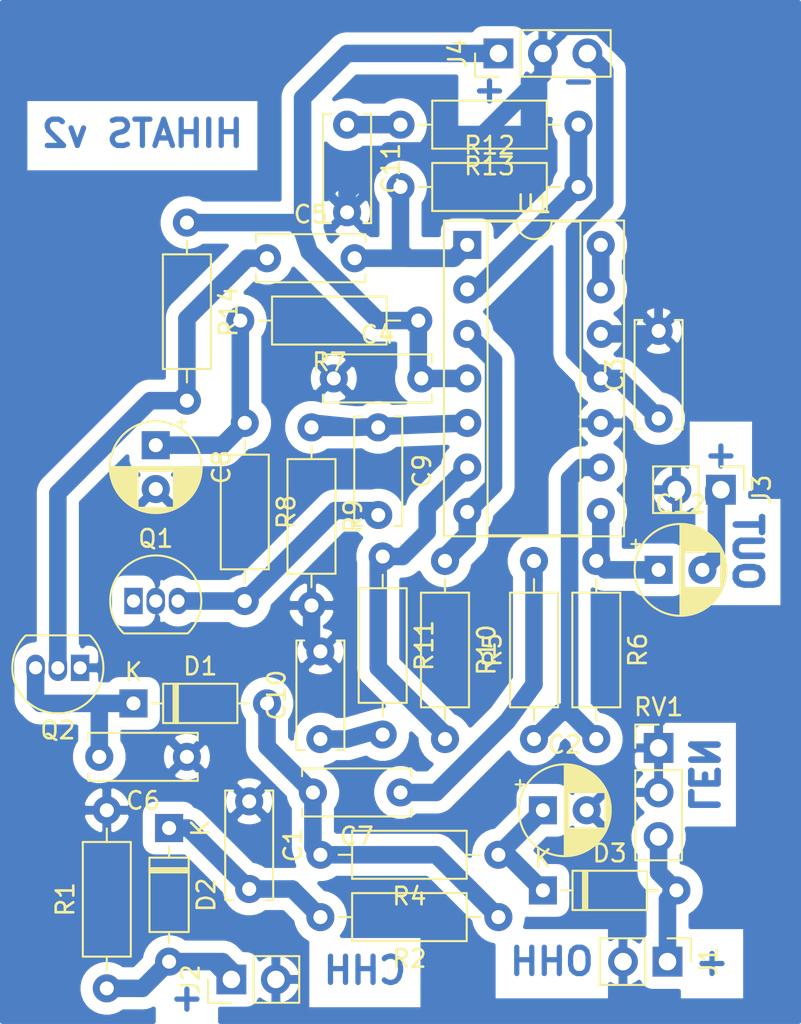
<source format=kicad_pcb>
(kicad_pcb (version 20171130) (host pcbnew "(5.1.5-0)")

  (general
    (thickness 1.6)
    (drawings 10)
    (tracks 132)
    (zones 0)
    (modules 36)
    (nets 26)
  )

  (page A4)
  (layers
    (0 F.Cu signal hide)
    (31 B.Cu signal)
    (32 B.Adhes user)
    (33 F.Adhes user)
    (34 B.Paste user)
    (35 F.Paste user)
    (36 B.SilkS user)
    (37 F.SilkS user)
    (38 B.Mask user hide)
    (39 F.Mask user hide)
    (40 Dwgs.User user hide)
    (41 Cmts.User user hide)
    (42 Eco1.User user hide)
    (43 Eco2.User user hide)
    (44 Edge.Cuts user hide)
    (45 Margin user hide)
    (46 B.CrtYd user hide)
    (47 F.CrtYd user hide)
    (48 B.Fab user)
    (49 F.Fab user)
  )

  (setup
    (last_trace_width 1)
    (user_trace_width 0.5)
    (user_trace_width 1)
    (trace_clearance 0.2)
    (zone_clearance 0.7)
    (zone_45_only no)
    (trace_min 0.2)
    (via_size 0.8)
    (via_drill 0.4)
    (via_min_size 0.4)
    (via_min_drill 0.3)
    (uvia_size 0.3)
    (uvia_drill 0.1)
    (uvias_allowed no)
    (uvia_min_size 0.2)
    (uvia_min_drill 0.1)
    (edge_width 0.1)
    (segment_width 0.2)
    (pcb_text_width 0.3)
    (pcb_text_size 1.5 1.5)
    (mod_edge_width 0.15)
    (mod_text_size 1 1)
    (mod_text_width 0.15)
    (pad_size 1.524 1.524)
    (pad_drill 0.762)
    (pad_to_mask_clearance 0)
    (aux_axis_origin 0 0)
    (visible_elements FFFFFF7F)
    (pcbplotparams
      (layerselection 0x010fc_ffffffff)
      (usegerberextensions false)
      (usegerberattributes false)
      (usegerberadvancedattributes false)
      (creategerberjobfile false)
      (excludeedgelayer true)
      (linewidth 0.100000)
      (plotframeref false)
      (viasonmask false)
      (mode 1)
      (useauxorigin false)
      (hpglpennumber 1)
      (hpglpenspeed 20)
      (hpglpendiameter 15.000000)
      (psnegative false)
      (psa4output false)
      (plotreference true)
      (plotvalue true)
      (plotinvisibletext false)
      (padsonsilk false)
      (subtractmaskfromsilk false)
      (outputformat 1)
      (mirror false)
      (drillshape 1)
      (scaleselection 1)
      (outputdirectory ""))
  )

  (net 0 "")
  (net 1 "Net-(C1-Pad2)")
  (net 2 GND)
  (net 3 "Net-(C2-Pad1)")
  (net 4 "Net-(C5-Pad2)")
  (net 5 "Net-(C5-Pad1)")
  (net 6 "Net-(C6-Pad2)")
  (net 7 "Net-(C7-Pad2)")
  (net 8 "Net-(C7-Pad1)")
  (net 9 "Net-(C8-Pad1)")
  (net 10 "Net-(C9-Pad2)")
  (net 11 "Net-(C9-Pad1)")
  (net 12 "Net-(C10-Pad1)")
  (net 13 "Net-(C11-Pad1)")
  (net 14 "Net-(C12-Pad2)")
  (net 15 "Net-(C12-Pad1)")
  (net 16 "Net-(D2-Pad2)")
  (net 17 "Net-(D3-Pad2)")
  (net 18 "Net-(Q1-Pad1)")
  (net 19 "Net-(R5-Pad1)")
  (net 20 "Net-(R10-Pad2)")
  (net 21 "Net-(R10-Pad1)")
  (net 22 "Net-(R12-Pad2)")
  (net 23 "Net-(U1-Pad13)")
  (net 24 -12V)
  (net 25 +12V)

  (net_class Default "This is the default net class."
    (clearance 0.2)
    (trace_width 0.25)
    (via_dia 0.8)
    (via_drill 0.4)
    (uvia_dia 0.3)
    (uvia_drill 0.1)
    (add_net +12V)
    (add_net -12V)
    (add_net GND)
    (add_net "Net-(C1-Pad2)")
    (add_net "Net-(C10-Pad1)")
    (add_net "Net-(C11-Pad1)")
    (add_net "Net-(C12-Pad1)")
    (add_net "Net-(C12-Pad2)")
    (add_net "Net-(C2-Pad1)")
    (add_net "Net-(C5-Pad1)")
    (add_net "Net-(C5-Pad2)")
    (add_net "Net-(C6-Pad2)")
    (add_net "Net-(C7-Pad1)")
    (add_net "Net-(C7-Pad2)")
    (add_net "Net-(C8-Pad1)")
    (add_net "Net-(C9-Pad1)")
    (add_net "Net-(C9-Pad2)")
    (add_net "Net-(D2-Pad2)")
    (add_net "Net-(D3-Pad2)")
    (add_net "Net-(Q1-Pad1)")
    (add_net "Net-(R10-Pad1)")
    (add_net "Net-(R10-Pad2)")
    (add_net "Net-(R12-Pad2)")
    (add_net "Net-(R5-Pad1)")
    (add_net "Net-(U1-Pad13)")
  )

  (module Connector_PinHeader_2.54mm:PinHeader_1x03_P2.54mm_Vertical (layer F.Cu) (tedit 59FED5CC) (tstamp 5FC35505)
    (at 73.152 103.632)
    (descr "Through hole straight pin header, 1x03, 2.54mm pitch, single row")
    (tags "Through hole pin header THT 1x03 2.54mm single row")
    (path /5E53810A)
    (fp_text reference RV1 (at 0 -2.33) (layer F.SilkS)
      (effects (font (size 1 1) (thickness 0.15)))
    )
    (fp_text value 1M (at 0 7.41) (layer F.Fab)
      (effects (font (size 1 1) (thickness 0.15)))
    )
    (fp_text user %R (at 0 2.54 90) (layer F.Fab)
      (effects (font (size 1 1) (thickness 0.15)))
    )
    (fp_line (start 1.8 -1.8) (end -1.8 -1.8) (layer F.CrtYd) (width 0.05))
    (fp_line (start 1.8 6.85) (end 1.8 -1.8) (layer F.CrtYd) (width 0.05))
    (fp_line (start -1.8 6.85) (end 1.8 6.85) (layer F.CrtYd) (width 0.05))
    (fp_line (start -1.8 -1.8) (end -1.8 6.85) (layer F.CrtYd) (width 0.05))
    (fp_line (start -1.33 -1.33) (end 0 -1.33) (layer F.SilkS) (width 0.12))
    (fp_line (start -1.33 0) (end -1.33 -1.33) (layer F.SilkS) (width 0.12))
    (fp_line (start -1.33 1.27) (end 1.33 1.27) (layer F.SilkS) (width 0.12))
    (fp_line (start 1.33 1.27) (end 1.33 6.41) (layer F.SilkS) (width 0.12))
    (fp_line (start -1.33 1.27) (end -1.33 6.41) (layer F.SilkS) (width 0.12))
    (fp_line (start -1.33 6.41) (end 1.33 6.41) (layer F.SilkS) (width 0.12))
    (fp_line (start -1.27 -0.635) (end -0.635 -1.27) (layer F.Fab) (width 0.1))
    (fp_line (start -1.27 6.35) (end -1.27 -0.635) (layer F.Fab) (width 0.1))
    (fp_line (start 1.27 6.35) (end -1.27 6.35) (layer F.Fab) (width 0.1))
    (fp_line (start 1.27 -1.27) (end 1.27 6.35) (layer F.Fab) (width 0.1))
    (fp_line (start -0.635 -1.27) (end 1.27 -1.27) (layer F.Fab) (width 0.1))
    (pad 3 thru_hole oval (at 0 5.08) (size 1.7 1.7) (drill 1) (layers *.Cu *.Mask)
      (net 17 "Net-(D3-Pad2)"))
    (pad 2 thru_hole oval (at 0 2.54) (size 1.7 1.7) (drill 1) (layers *.Cu *.Mask)
      (net 2 GND))
    (pad 1 thru_hole rect (at 0 0) (size 1.7 1.7) (drill 1) (layers *.Cu *.Mask)
      (net 2 GND))
    (model ${KISYS3DMOD}/Connector_PinHeader_2.54mm.3dshapes/PinHeader_1x03_P2.54mm_Vertical.wrl
      (at (xyz 0 0 0))
      (scale (xyz 1 1 1))
      (rotate (xyz 0 0 0))
    )
  )

  (module Resistor_THT:R_Axial_DIN0207_L6.3mm_D2.5mm_P10.16mm_Horizontal (layer F.Cu) (tedit 5AE5139B) (tstamp 5E5DC100)
    (at 58.42 71.628)
    (descr "Resistor, Axial_DIN0207 series, Axial, Horizontal, pin pitch=10.16mm, 0.25W = 1/4W, length*diameter=6.3*2.5mm^2, http://cdn-reichelt.de/documents/datenblatt/B400/1_4W%23YAG.pdf")
    (tags "Resistor Axial_DIN0207 series Axial Horizontal pin pitch 10.16mm 0.25W = 1/4W length 6.3mm diameter 2.5mm")
    (path /5E55CE45)
    (fp_text reference R12 (at 5.08 -2.37) (layer F.SilkS)
      (effects (font (size 1 1) (thickness 0.15)))
    )
    (fp_text value 100k (at 5.08 2.37) (layer F.Fab)
      (effects (font (size 1 1) (thickness 0.15)))
    )
    (fp_text user %R (at 5.08 0) (layer F.Fab)
      (effects (font (size 1 1) (thickness 0.15)))
    )
    (fp_line (start 11.21 -1.5) (end -1.05 -1.5) (layer F.CrtYd) (width 0.05))
    (fp_line (start 11.21 1.5) (end 11.21 -1.5) (layer F.CrtYd) (width 0.05))
    (fp_line (start -1.05 1.5) (end 11.21 1.5) (layer F.CrtYd) (width 0.05))
    (fp_line (start -1.05 -1.5) (end -1.05 1.5) (layer F.CrtYd) (width 0.05))
    (fp_line (start 9.12 0) (end 8.35 0) (layer F.SilkS) (width 0.12))
    (fp_line (start 1.04 0) (end 1.81 0) (layer F.SilkS) (width 0.12))
    (fp_line (start 8.35 -1.37) (end 1.81 -1.37) (layer F.SilkS) (width 0.12))
    (fp_line (start 8.35 1.37) (end 8.35 -1.37) (layer F.SilkS) (width 0.12))
    (fp_line (start 1.81 1.37) (end 8.35 1.37) (layer F.SilkS) (width 0.12))
    (fp_line (start 1.81 -1.37) (end 1.81 1.37) (layer F.SilkS) (width 0.12))
    (fp_line (start 10.16 0) (end 8.23 0) (layer F.Fab) (width 0.1))
    (fp_line (start 0 0) (end 1.93 0) (layer F.Fab) (width 0.1))
    (fp_line (start 8.23 -1.25) (end 1.93 -1.25) (layer F.Fab) (width 0.1))
    (fp_line (start 8.23 1.25) (end 8.23 -1.25) (layer F.Fab) (width 0.1))
    (fp_line (start 1.93 1.25) (end 8.23 1.25) (layer F.Fab) (width 0.1))
    (fp_line (start 1.93 -1.25) (end 1.93 1.25) (layer F.Fab) (width 0.1))
    (pad 2 thru_hole oval (at 10.16 0) (size 1.6 1.6) (drill 0.8) (layers *.Cu *.Mask)
      (net 22 "Net-(R12-Pad2)"))
    (pad 1 thru_hole circle (at 0 0) (size 1.6 1.6) (drill 0.8) (layers *.Cu *.Mask)
      (net 4 "Net-(C5-Pad2)"))
    (model ${KISYS3DMOD}/Resistor_THT.3dshapes/R_Axial_DIN0207_L6.3mm_D2.5mm_P10.16mm_Horizontal.wrl
      (at (xyz 0 0 0))
      (scale (xyz 1 1 1))
      (rotate (xyz 0 0 0))
    )
  )

  (module Capacitor_THT:C_Disc_D6.0mm_W2.5mm_P5.00mm (layer F.Cu) (tedit 5AE50EF0) (tstamp 5E5DF21B)
    (at 54.61 82.55)
    (descr "C, Disc series, Radial, pin pitch=5.00mm, , diameter*width=6*2.5mm^2, Capacitor, http://cdn-reichelt.de/documents/datenblatt/B300/DS_KERKO_TC.pdf")
    (tags "C Disc series Radial pin pitch 5.00mm  diameter 6mm width 2.5mm Capacitor")
    (path /5E5487E1)
    (fp_text reference C4 (at 2.5 -2.5) (layer F.SilkS)
      (effects (font (size 1 1) (thickness 0.15)))
    )
    (fp_text value 100pF (at 2.5 2.5) (layer F.Fab)
      (effects (font (size 1 1) (thickness 0.15)))
    )
    (fp_text user %R (at 2.5 0) (layer F.Fab)
      (effects (font (size 1 1) (thickness 0.15)))
    )
    (fp_line (start 6.05 -1.5) (end -1.05 -1.5) (layer F.CrtYd) (width 0.05))
    (fp_line (start 6.05 1.5) (end 6.05 -1.5) (layer F.CrtYd) (width 0.05))
    (fp_line (start -1.05 1.5) (end 6.05 1.5) (layer F.CrtYd) (width 0.05))
    (fp_line (start -1.05 -1.5) (end -1.05 1.5) (layer F.CrtYd) (width 0.05))
    (fp_line (start 5.62 0.925) (end 5.62 1.37) (layer F.SilkS) (width 0.12))
    (fp_line (start 5.62 -1.37) (end 5.62 -0.925) (layer F.SilkS) (width 0.12))
    (fp_line (start -0.62 0.925) (end -0.62 1.37) (layer F.SilkS) (width 0.12))
    (fp_line (start -0.62 -1.37) (end -0.62 -0.925) (layer F.SilkS) (width 0.12))
    (fp_line (start -0.62 1.37) (end 5.62 1.37) (layer F.SilkS) (width 0.12))
    (fp_line (start -0.62 -1.37) (end 5.62 -1.37) (layer F.SilkS) (width 0.12))
    (fp_line (start 5.5 -1.25) (end -0.5 -1.25) (layer F.Fab) (width 0.1))
    (fp_line (start 5.5 1.25) (end 5.5 -1.25) (layer F.Fab) (width 0.1))
    (fp_line (start -0.5 1.25) (end 5.5 1.25) (layer F.Fab) (width 0.1))
    (fp_line (start -0.5 -1.25) (end -0.5 1.25) (layer F.Fab) (width 0.1))
    (pad 2 thru_hole circle (at 5 0) (size 1.6 1.6) (drill 0.8) (layers *.Cu *.Mask)
      (net 25 +12V))
    (pad 1 thru_hole circle (at 0 0) (size 1.6 1.6) (drill 0.8) (layers *.Cu *.Mask)
      (net 2 GND))
    (model ${KISYS3DMOD}/Capacitor_THT.3dshapes/C_Disc_D6.0mm_W2.5mm_P5.00mm.wrl
      (at (xyz 0 0 0))
      (scale (xyz 1 1 1))
      (rotate (xyz 0 0 0))
    )
  )

  (module Connector_PinHeader_2.54mm:PinHeader_1x03_P2.54mm_Vertical (layer F.Cu) (tedit 59FED5CC) (tstamp 5FC30BB2)
    (at 64.008 64.008 90)
    (descr "Through hole straight pin header, 1x03, 2.54mm pitch, single row")
    (tags "Through hole pin header THT 1x03 2.54mm single row")
    (path /5E54A952)
    (fp_text reference J4 (at 0 -2.33 90) (layer F.SilkS)
      (effects (font (size 1 1) (thickness 0.15)))
    )
    (fp_text value Power (at 0 7.41 90) (layer F.Fab)
      (effects (font (size 1 1) (thickness 0.15)))
    )
    (fp_text user %R (at 0 2.54) (layer F.Fab)
      (effects (font (size 1 1) (thickness 0.15)))
    )
    (fp_line (start 1.8 -1.8) (end -1.8 -1.8) (layer F.CrtYd) (width 0.05))
    (fp_line (start 1.8 6.85) (end 1.8 -1.8) (layer F.CrtYd) (width 0.05))
    (fp_line (start -1.8 6.85) (end 1.8 6.85) (layer F.CrtYd) (width 0.05))
    (fp_line (start -1.8 -1.8) (end -1.8 6.85) (layer F.CrtYd) (width 0.05))
    (fp_line (start -1.33 -1.33) (end 0 -1.33) (layer F.SilkS) (width 0.12))
    (fp_line (start -1.33 0) (end -1.33 -1.33) (layer F.SilkS) (width 0.12))
    (fp_line (start -1.33 1.27) (end 1.33 1.27) (layer F.SilkS) (width 0.12))
    (fp_line (start 1.33 1.27) (end 1.33 6.41) (layer F.SilkS) (width 0.12))
    (fp_line (start -1.33 1.27) (end -1.33 6.41) (layer F.SilkS) (width 0.12))
    (fp_line (start -1.33 6.41) (end 1.33 6.41) (layer F.SilkS) (width 0.12))
    (fp_line (start -1.27 -0.635) (end -0.635 -1.27) (layer F.Fab) (width 0.1))
    (fp_line (start -1.27 6.35) (end -1.27 -0.635) (layer F.Fab) (width 0.1))
    (fp_line (start 1.27 6.35) (end -1.27 6.35) (layer F.Fab) (width 0.1))
    (fp_line (start 1.27 -1.27) (end 1.27 6.35) (layer F.Fab) (width 0.1))
    (fp_line (start -0.635 -1.27) (end 1.27 -1.27) (layer F.Fab) (width 0.1))
    (pad 3 thru_hole oval (at 0 5.08 90) (size 1.7 1.7) (drill 1) (layers *.Cu *.Mask)
      (net 24 -12V))
    (pad 2 thru_hole oval (at 0 2.54 90) (size 1.7 1.7) (drill 1) (layers *.Cu *.Mask)
      (net 2 GND))
    (pad 1 thru_hole rect (at 0 0 90) (size 1.7 1.7) (drill 1) (layers *.Cu *.Mask)
      (net 25 +12V))
    (model ${KISYS3DMOD}/Connector_PinHeader_2.54mm.3dshapes/PinHeader_1x03_P2.54mm_Vertical.wrl
      (at (xyz 0 0 0))
      (scale (xyz 1 1 1))
      (rotate (xyz 0 0 0))
    )
  )

  (module Connector_PinHeader_2.54mm:PinHeader_1x02_P2.54mm_Vertical (layer F.Cu) (tedit 59FED5CC) (tstamp 5FC30B9B)
    (at 76.708 88.9 270)
    (descr "Through hole straight pin header, 1x02, 2.54mm pitch, single row")
    (tags "Through hole pin header THT 1x02 2.54mm single row")
    (path /5E54F840)
    (fp_text reference J3 (at 0 -2.33 90) (layer F.SilkS)
      (effects (font (size 1 1) (thickness 0.15)))
    )
    (fp_text value Output (at 0 4.87 90) (layer F.Fab)
      (effects (font (size 1 1) (thickness 0.15)))
    )
    (fp_text user %R (at 0 1.27) (layer F.Fab)
      (effects (font (size 1 1) (thickness 0.15)))
    )
    (fp_line (start 1.8 -1.8) (end -1.8 -1.8) (layer F.CrtYd) (width 0.05))
    (fp_line (start 1.8 4.35) (end 1.8 -1.8) (layer F.CrtYd) (width 0.05))
    (fp_line (start -1.8 4.35) (end 1.8 4.35) (layer F.CrtYd) (width 0.05))
    (fp_line (start -1.8 -1.8) (end -1.8 4.35) (layer F.CrtYd) (width 0.05))
    (fp_line (start -1.33 -1.33) (end 0 -1.33) (layer F.SilkS) (width 0.12))
    (fp_line (start -1.33 0) (end -1.33 -1.33) (layer F.SilkS) (width 0.12))
    (fp_line (start -1.33 1.27) (end 1.33 1.27) (layer F.SilkS) (width 0.12))
    (fp_line (start 1.33 1.27) (end 1.33 3.87) (layer F.SilkS) (width 0.12))
    (fp_line (start -1.33 1.27) (end -1.33 3.87) (layer F.SilkS) (width 0.12))
    (fp_line (start -1.33 3.87) (end 1.33 3.87) (layer F.SilkS) (width 0.12))
    (fp_line (start -1.27 -0.635) (end -0.635 -1.27) (layer F.Fab) (width 0.1))
    (fp_line (start -1.27 3.81) (end -1.27 -0.635) (layer F.Fab) (width 0.1))
    (fp_line (start 1.27 3.81) (end -1.27 3.81) (layer F.Fab) (width 0.1))
    (fp_line (start 1.27 -1.27) (end 1.27 3.81) (layer F.Fab) (width 0.1))
    (fp_line (start -0.635 -1.27) (end 1.27 -1.27) (layer F.Fab) (width 0.1))
    (pad 2 thru_hole oval (at 0 2.54 270) (size 1.7 1.7) (drill 1) (layers *.Cu *.Mask)
      (net 2 GND))
    (pad 1 thru_hole rect (at 0 0 270) (size 1.7 1.7) (drill 1) (layers *.Cu *.Mask)
      (net 14 "Net-(C12-Pad2)"))
    (model ${KISYS3DMOD}/Connector_PinHeader_2.54mm.3dshapes/PinHeader_1x02_P2.54mm_Vertical.wrl
      (at (xyz 0 0 0))
      (scale (xyz 1 1 1))
      (rotate (xyz 0 0 0))
    )
  )

  (module Connector_PinHeader_2.54mm:PinHeader_1x02_P2.54mm_Vertical (layer F.Cu) (tedit 59FED5CC) (tstamp 5FC30B85)
    (at 48.768 116.84 90)
    (descr "Through hole straight pin header, 1x02, 2.54mm pitch, single row")
    (tags "Through hole pin header THT 1x02 2.54mm single row")
    (path /5E7F6259)
    (fp_text reference J2 (at 0 -2.33 90) (layer F.SilkS)
      (effects (font (size 1 1) (thickness 0.15)))
    )
    (fp_text value Input (at 0 4.87 90) (layer F.Fab)
      (effects (font (size 1 1) (thickness 0.15)))
    )
    (fp_text user %R (at 0 1.27) (layer F.Fab)
      (effects (font (size 1 1) (thickness 0.15)))
    )
    (fp_line (start 1.8 -1.8) (end -1.8 -1.8) (layer F.CrtYd) (width 0.05))
    (fp_line (start 1.8 4.35) (end 1.8 -1.8) (layer F.CrtYd) (width 0.05))
    (fp_line (start -1.8 4.35) (end 1.8 4.35) (layer F.CrtYd) (width 0.05))
    (fp_line (start -1.8 -1.8) (end -1.8 4.35) (layer F.CrtYd) (width 0.05))
    (fp_line (start -1.33 -1.33) (end 0 -1.33) (layer F.SilkS) (width 0.12))
    (fp_line (start -1.33 0) (end -1.33 -1.33) (layer F.SilkS) (width 0.12))
    (fp_line (start -1.33 1.27) (end 1.33 1.27) (layer F.SilkS) (width 0.12))
    (fp_line (start 1.33 1.27) (end 1.33 3.87) (layer F.SilkS) (width 0.12))
    (fp_line (start -1.33 1.27) (end -1.33 3.87) (layer F.SilkS) (width 0.12))
    (fp_line (start -1.33 3.87) (end 1.33 3.87) (layer F.SilkS) (width 0.12))
    (fp_line (start -1.27 -0.635) (end -0.635 -1.27) (layer F.Fab) (width 0.1))
    (fp_line (start -1.27 3.81) (end -1.27 -0.635) (layer F.Fab) (width 0.1))
    (fp_line (start 1.27 3.81) (end -1.27 3.81) (layer F.Fab) (width 0.1))
    (fp_line (start 1.27 -1.27) (end 1.27 3.81) (layer F.Fab) (width 0.1))
    (fp_line (start -0.635 -1.27) (end 1.27 -1.27) (layer F.Fab) (width 0.1))
    (pad 2 thru_hole oval (at 0 2.54 90) (size 1.7 1.7) (drill 1) (layers *.Cu *.Mask)
      (net 2 GND))
    (pad 1 thru_hole rect (at 0 0 90) (size 1.7 1.7) (drill 1) (layers *.Cu *.Mask)
      (net 16 "Net-(D2-Pad2)"))
    (model ${KISYS3DMOD}/Connector_PinHeader_2.54mm.3dshapes/PinHeader_1x02_P2.54mm_Vertical.wrl
      (at (xyz 0 0 0))
      (scale (xyz 1 1 1))
      (rotate (xyz 0 0 0))
    )
  )

  (module Connector_PinHeader_2.54mm:PinHeader_1x02_P2.54mm_Vertical (layer F.Cu) (tedit 59FED5CC) (tstamp 5FC30B6F)
    (at 73.66 115.824 270)
    (descr "Through hole straight pin header, 1x02, 2.54mm pitch, single row")
    (tags "Through hole pin header THT 1x02 2.54mm single row")
    (path /5E532252)
    (fp_text reference J1 (at 0 -2.33 90) (layer F.SilkS)
      (effects (font (size 1 1) (thickness 0.15)))
    )
    (fp_text value Input (at 0 4.87 90) (layer F.Fab)
      (effects (font (size 1 1) (thickness 0.15)))
    )
    (fp_text user %R (at 0 1.27) (layer F.Fab)
      (effects (font (size 1 1) (thickness 0.15)))
    )
    (fp_line (start 1.8 -1.8) (end -1.8 -1.8) (layer F.CrtYd) (width 0.05))
    (fp_line (start 1.8 4.35) (end 1.8 -1.8) (layer F.CrtYd) (width 0.05))
    (fp_line (start -1.8 4.35) (end 1.8 4.35) (layer F.CrtYd) (width 0.05))
    (fp_line (start -1.8 -1.8) (end -1.8 4.35) (layer F.CrtYd) (width 0.05))
    (fp_line (start -1.33 -1.33) (end 0 -1.33) (layer F.SilkS) (width 0.12))
    (fp_line (start -1.33 0) (end -1.33 -1.33) (layer F.SilkS) (width 0.12))
    (fp_line (start -1.33 1.27) (end 1.33 1.27) (layer F.SilkS) (width 0.12))
    (fp_line (start 1.33 1.27) (end 1.33 3.87) (layer F.SilkS) (width 0.12))
    (fp_line (start -1.33 1.27) (end -1.33 3.87) (layer F.SilkS) (width 0.12))
    (fp_line (start -1.33 3.87) (end 1.33 3.87) (layer F.SilkS) (width 0.12))
    (fp_line (start -1.27 -0.635) (end -0.635 -1.27) (layer F.Fab) (width 0.1))
    (fp_line (start -1.27 3.81) (end -1.27 -0.635) (layer F.Fab) (width 0.1))
    (fp_line (start 1.27 3.81) (end -1.27 3.81) (layer F.Fab) (width 0.1))
    (fp_line (start 1.27 -1.27) (end 1.27 3.81) (layer F.Fab) (width 0.1))
    (fp_line (start -0.635 -1.27) (end 1.27 -1.27) (layer F.Fab) (width 0.1))
    (pad 2 thru_hole oval (at 0 2.54 270) (size 1.7 1.7) (drill 1) (layers *.Cu *.Mask)
      (net 2 GND))
    (pad 1 thru_hole rect (at 0 0 270) (size 1.7 1.7) (drill 1) (layers *.Cu *.Mask)
      (net 17 "Net-(D3-Pad2)"))
    (model ${KISYS3DMOD}/Connector_PinHeader_2.54mm.3dshapes/PinHeader_1x02_P2.54mm_Vertical.wrl
      (at (xyz 0 0 0))
      (scale (xyz 1 1 1))
      (rotate (xyz 0 0 0))
    )
  )

  (module Package_DIP:DIP-14_W7.62mm_Socket (layer F.Cu) (tedit 5A02E8C5) (tstamp 5E5DC16A)
    (at 62.23 74.93)
    (descr "14-lead though-hole mounted DIP package, row spacing 7.62 mm (300 mils), Socket")
    (tags "THT DIP DIL PDIP 2.54mm 7.62mm 300mil Socket")
    (path /5E5EB461)
    (fp_text reference U1 (at 3.81 -2.33) (layer F.SilkS)
      (effects (font (size 1 1) (thickness 0.15)))
    )
    (fp_text value TL074 (at 3.81 17.57) (layer F.Fab)
      (effects (font (size 1 1) (thickness 0.15)))
    )
    (fp_text user %R (at 3.81 7.62) (layer F.Fab)
      (effects (font (size 1 1) (thickness 0.15)))
    )
    (fp_line (start 9.15 -1.6) (end -1.55 -1.6) (layer F.CrtYd) (width 0.05))
    (fp_line (start 9.15 16.85) (end 9.15 -1.6) (layer F.CrtYd) (width 0.05))
    (fp_line (start -1.55 16.85) (end 9.15 16.85) (layer F.CrtYd) (width 0.05))
    (fp_line (start -1.55 -1.6) (end -1.55 16.85) (layer F.CrtYd) (width 0.05))
    (fp_line (start 8.95 -1.39) (end -1.33 -1.39) (layer F.SilkS) (width 0.12))
    (fp_line (start 8.95 16.63) (end 8.95 -1.39) (layer F.SilkS) (width 0.12))
    (fp_line (start -1.33 16.63) (end 8.95 16.63) (layer F.SilkS) (width 0.12))
    (fp_line (start -1.33 -1.39) (end -1.33 16.63) (layer F.SilkS) (width 0.12))
    (fp_line (start 6.46 -1.33) (end 4.81 -1.33) (layer F.SilkS) (width 0.12))
    (fp_line (start 6.46 16.57) (end 6.46 -1.33) (layer F.SilkS) (width 0.12))
    (fp_line (start 1.16 16.57) (end 6.46 16.57) (layer F.SilkS) (width 0.12))
    (fp_line (start 1.16 -1.33) (end 1.16 16.57) (layer F.SilkS) (width 0.12))
    (fp_line (start 2.81 -1.33) (end 1.16 -1.33) (layer F.SilkS) (width 0.12))
    (fp_line (start 8.89 -1.33) (end -1.27 -1.33) (layer F.Fab) (width 0.1))
    (fp_line (start 8.89 16.57) (end 8.89 -1.33) (layer F.Fab) (width 0.1))
    (fp_line (start -1.27 16.57) (end 8.89 16.57) (layer F.Fab) (width 0.1))
    (fp_line (start -1.27 -1.33) (end -1.27 16.57) (layer F.Fab) (width 0.1))
    (fp_line (start 0.635 -0.27) (end 1.635 -1.27) (layer F.Fab) (width 0.1))
    (fp_line (start 0.635 16.51) (end 0.635 -0.27) (layer F.Fab) (width 0.1))
    (fp_line (start 6.985 16.51) (end 0.635 16.51) (layer F.Fab) (width 0.1))
    (fp_line (start 6.985 -1.27) (end 6.985 16.51) (layer F.Fab) (width 0.1))
    (fp_line (start 1.635 -1.27) (end 6.985 -1.27) (layer F.Fab) (width 0.1))
    (fp_arc (start 3.81 -1.33) (end 2.81 -1.33) (angle -180) (layer F.SilkS) (width 0.12))
    (pad 14 thru_hole oval (at 7.62 0) (size 1.6 1.6) (drill 0.8) (layers *.Cu *.Mask)
      (net 23 "Net-(U1-Pad13)"))
    (pad 7 thru_hole oval (at 0 15.24) (size 1.6 1.6) (drill 0.8) (layers *.Cu *.Mask)
      (net 21 "Net-(R10-Pad1)"))
    (pad 13 thru_hole oval (at 7.62 2.54) (size 1.6 1.6) (drill 0.8) (layers *.Cu *.Mask)
      (net 23 "Net-(U1-Pad13)"))
    (pad 6 thru_hole oval (at 0 12.7) (size 1.6 1.6) (drill 0.8) (layers *.Cu *.Mask)
      (net 20 "Net-(R10-Pad2)"))
    (pad 12 thru_hole oval (at 7.62 5.08) (size 1.6 1.6) (drill 0.8) (layers *.Cu *.Mask)
      (net 2 GND))
    (pad 5 thru_hole oval (at 0 10.16) (size 1.6 1.6) (drill 0.8) (layers *.Cu *.Mask)
      (net 11 "Net-(C9-Pad1)"))
    (pad 11 thru_hole oval (at 7.62 7.62) (size 1.6 1.6) (drill 0.8) (layers *.Cu *.Mask)
      (net 24 -12V))
    (pad 4 thru_hole oval (at 0 7.62) (size 1.6 1.6) (drill 0.8) (layers *.Cu *.Mask)
      (net 25 +12V))
    (pad 10 thru_hole oval (at 7.62 10.16) (size 1.6 1.6) (drill 0.8) (layers *.Cu *.Mask)
      (net 2 GND))
    (pad 3 thru_hole oval (at 0 5.08) (size 1.6 1.6) (drill 0.8) (layers *.Cu *.Mask)
      (net 21 "Net-(R10-Pad1)"))
    (pad 9 thru_hole oval (at 7.62 12.7) (size 1.6 1.6) (drill 0.8) (layers *.Cu *.Mask)
      (net 19 "Net-(R5-Pad1)"))
    (pad 2 thru_hole oval (at 0 2.54) (size 1.6 1.6) (drill 0.8) (layers *.Cu *.Mask)
      (net 22 "Net-(R12-Pad2)"))
    (pad 8 thru_hole oval (at 7.62 15.24) (size 1.6 1.6) (drill 0.8) (layers *.Cu *.Mask)
      (net 15 "Net-(C12-Pad1)"))
    (pad 1 thru_hole rect (at 0 0) (size 1.6 1.6) (drill 0.8) (layers *.Cu *.Mask)
      (net 4 "Net-(C5-Pad2)"))
    (model ${KISYS3DMOD}/Package_DIP.3dshapes/DIP-14_W7.62mm_Socket.wrl
      (at (xyz 0 0 0))
      (scale (xyz 1 1 1))
      (rotate (xyz 0 0 0))
    )
  )

  (module Resistor_THT:R_Axial_DIN0207_L6.3mm_D2.5mm_P10.16mm_Horizontal (layer F.Cu) (tedit 5AE5139B) (tstamp 5E5DC12E)
    (at 46.228 73.66 270)
    (descr "Resistor, Axial_DIN0207 series, Axial, Horizontal, pin pitch=10.16mm, 0.25W = 1/4W, length*diameter=6.3*2.5mm^2, http://cdn-reichelt.de/documents/datenblatt/B400/1_4W%23YAG.pdf")
    (tags "Resistor Axial_DIN0207 series Axial Horizontal pin pitch 10.16mm 0.25W = 1/4W length 6.3mm diameter 2.5mm")
    (path /5E7E126D)
    (fp_text reference R14 (at 5.08 -2.37 90) (layer F.SilkS)
      (effects (font (size 1 1) (thickness 0.15)))
    )
    (fp_text value 1M (at 5.08 2.37 90) (layer F.Fab)
      (effects (font (size 1 1) (thickness 0.15)))
    )
    (fp_text user %R (at 5.08 0 90) (layer F.Fab)
      (effects (font (size 1 1) (thickness 0.15)))
    )
    (fp_line (start 11.21 -1.5) (end -1.05 -1.5) (layer F.CrtYd) (width 0.05))
    (fp_line (start 11.21 1.5) (end 11.21 -1.5) (layer F.CrtYd) (width 0.05))
    (fp_line (start -1.05 1.5) (end 11.21 1.5) (layer F.CrtYd) (width 0.05))
    (fp_line (start -1.05 -1.5) (end -1.05 1.5) (layer F.CrtYd) (width 0.05))
    (fp_line (start 9.12 0) (end 8.35 0) (layer F.SilkS) (width 0.12))
    (fp_line (start 1.04 0) (end 1.81 0) (layer F.SilkS) (width 0.12))
    (fp_line (start 8.35 -1.37) (end 1.81 -1.37) (layer F.SilkS) (width 0.12))
    (fp_line (start 8.35 1.37) (end 8.35 -1.37) (layer F.SilkS) (width 0.12))
    (fp_line (start 1.81 1.37) (end 8.35 1.37) (layer F.SilkS) (width 0.12))
    (fp_line (start 1.81 -1.37) (end 1.81 1.37) (layer F.SilkS) (width 0.12))
    (fp_line (start 10.16 0) (end 8.23 0) (layer F.Fab) (width 0.1))
    (fp_line (start 0 0) (end 1.93 0) (layer F.Fab) (width 0.1))
    (fp_line (start 8.23 -1.25) (end 1.93 -1.25) (layer F.Fab) (width 0.1))
    (fp_line (start 8.23 1.25) (end 8.23 -1.25) (layer F.Fab) (width 0.1))
    (fp_line (start 1.93 1.25) (end 8.23 1.25) (layer F.Fab) (width 0.1))
    (fp_line (start 1.93 -1.25) (end 1.93 1.25) (layer F.Fab) (width 0.1))
    (pad 2 thru_hole oval (at 10.16 0 270) (size 1.6 1.6) (drill 0.8) (layers *.Cu *.Mask)
      (net 5 "Net-(C5-Pad1)"))
    (pad 1 thru_hole circle (at 0 0 270) (size 1.6 1.6) (drill 0.8) (layers *.Cu *.Mask)
      (net 25 +12V))
    (model ${KISYS3DMOD}/Resistor_THT.3dshapes/R_Axial_DIN0207_L6.3mm_D2.5mm_P10.16mm_Horizontal.wrl
      (at (xyz 0 0 0))
      (scale (xyz 1 1 1))
      (rotate (xyz 0 0 0))
    )
  )

  (module Resistor_THT:R_Axial_DIN0207_L6.3mm_D2.5mm_P10.16mm_Horizontal (layer F.Cu) (tedit 5AE5139B) (tstamp 5E5DC117)
    (at 68.58 68.072 180)
    (descr "Resistor, Axial_DIN0207 series, Axial, Horizontal, pin pitch=10.16mm, 0.25W = 1/4W, length*diameter=6.3*2.5mm^2, http://cdn-reichelt.de/documents/datenblatt/B400/1_4W%23YAG.pdf")
    (tags "Resistor Axial_DIN0207 series Axial Horizontal pin pitch 10.16mm 0.25W = 1/4W length 6.3mm diameter 2.5mm")
    (path /5E55CE4B)
    (fp_text reference R13 (at 5.08 -2.37) (layer F.SilkS)
      (effects (font (size 1 1) (thickness 0.15)))
    )
    (fp_text value 2.2k (at 5.08 2.37) (layer F.Fab)
      (effects (font (size 1 1) (thickness 0.15)))
    )
    (fp_text user %R (at 5.08 0) (layer F.Fab)
      (effects (font (size 1 1) (thickness 0.15)))
    )
    (fp_line (start 11.21 -1.5) (end -1.05 -1.5) (layer F.CrtYd) (width 0.05))
    (fp_line (start 11.21 1.5) (end 11.21 -1.5) (layer F.CrtYd) (width 0.05))
    (fp_line (start -1.05 1.5) (end 11.21 1.5) (layer F.CrtYd) (width 0.05))
    (fp_line (start -1.05 -1.5) (end -1.05 1.5) (layer F.CrtYd) (width 0.05))
    (fp_line (start 9.12 0) (end 8.35 0) (layer F.SilkS) (width 0.12))
    (fp_line (start 1.04 0) (end 1.81 0) (layer F.SilkS) (width 0.12))
    (fp_line (start 8.35 -1.37) (end 1.81 -1.37) (layer F.SilkS) (width 0.12))
    (fp_line (start 8.35 1.37) (end 8.35 -1.37) (layer F.SilkS) (width 0.12))
    (fp_line (start 1.81 1.37) (end 8.35 1.37) (layer F.SilkS) (width 0.12))
    (fp_line (start 1.81 -1.37) (end 1.81 1.37) (layer F.SilkS) (width 0.12))
    (fp_line (start 10.16 0) (end 8.23 0) (layer F.Fab) (width 0.1))
    (fp_line (start 0 0) (end 1.93 0) (layer F.Fab) (width 0.1))
    (fp_line (start 8.23 -1.25) (end 1.93 -1.25) (layer F.Fab) (width 0.1))
    (fp_line (start 8.23 1.25) (end 8.23 -1.25) (layer F.Fab) (width 0.1))
    (fp_line (start 1.93 1.25) (end 8.23 1.25) (layer F.Fab) (width 0.1))
    (fp_line (start 1.93 -1.25) (end 1.93 1.25) (layer F.Fab) (width 0.1))
    (pad 2 thru_hole oval (at 10.16 0 180) (size 1.6 1.6) (drill 0.8) (layers *.Cu *.Mask)
      (net 13 "Net-(C11-Pad1)"))
    (pad 1 thru_hole circle (at 0 0 180) (size 1.6 1.6) (drill 0.8) (layers *.Cu *.Mask)
      (net 22 "Net-(R12-Pad2)"))
    (model ${KISYS3DMOD}/Resistor_THT.3dshapes/R_Axial_DIN0207_L6.3mm_D2.5mm_P10.16mm_Horizontal.wrl
      (at (xyz 0 0 0))
      (scale (xyz 1 1 1))
      (rotate (xyz 0 0 0))
    )
  )

  (module Resistor_THT:R_Axial_DIN0207_L6.3mm_D2.5mm_P10.16mm_Horizontal (layer F.Cu) (tedit 5AE5139B) (tstamp 5E5DC0E9)
    (at 57.404 92.71 270)
    (descr "Resistor, Axial_DIN0207 series, Axial, Horizontal, pin pitch=10.16mm, 0.25W = 1/4W, length*diameter=6.3*2.5mm^2, http://cdn-reichelt.de/documents/datenblatt/B400/1_4W%23YAG.pdf")
    (tags "Resistor Axial_DIN0207 series Axial Horizontal pin pitch 10.16mm 0.25W = 1/4W length 6.3mm diameter 2.5mm")
    (path /5E557604)
    (fp_text reference R11 (at 5.08 -2.37 90) (layer F.SilkS)
      (effects (font (size 1 1) (thickness 0.15)))
    )
    (fp_text value 2.2k (at 5.08 2.37 90) (layer F.Fab)
      (effects (font (size 1 1) (thickness 0.15)))
    )
    (fp_text user %R (at 5.08 0 90) (layer F.Fab)
      (effects (font (size 1 1) (thickness 0.15)))
    )
    (fp_line (start 11.21 -1.5) (end -1.05 -1.5) (layer F.CrtYd) (width 0.05))
    (fp_line (start 11.21 1.5) (end 11.21 -1.5) (layer F.CrtYd) (width 0.05))
    (fp_line (start -1.05 1.5) (end 11.21 1.5) (layer F.CrtYd) (width 0.05))
    (fp_line (start -1.05 -1.5) (end -1.05 1.5) (layer F.CrtYd) (width 0.05))
    (fp_line (start 9.12 0) (end 8.35 0) (layer F.SilkS) (width 0.12))
    (fp_line (start 1.04 0) (end 1.81 0) (layer F.SilkS) (width 0.12))
    (fp_line (start 8.35 -1.37) (end 1.81 -1.37) (layer F.SilkS) (width 0.12))
    (fp_line (start 8.35 1.37) (end 8.35 -1.37) (layer F.SilkS) (width 0.12))
    (fp_line (start 1.81 1.37) (end 8.35 1.37) (layer F.SilkS) (width 0.12))
    (fp_line (start 1.81 -1.37) (end 1.81 1.37) (layer F.SilkS) (width 0.12))
    (fp_line (start 10.16 0) (end 8.23 0) (layer F.Fab) (width 0.1))
    (fp_line (start 0 0) (end 1.93 0) (layer F.Fab) (width 0.1))
    (fp_line (start 8.23 -1.25) (end 1.93 -1.25) (layer F.Fab) (width 0.1))
    (fp_line (start 8.23 1.25) (end 8.23 -1.25) (layer F.Fab) (width 0.1))
    (fp_line (start 1.93 1.25) (end 8.23 1.25) (layer F.Fab) (width 0.1))
    (fp_line (start 1.93 -1.25) (end 1.93 1.25) (layer F.Fab) (width 0.1))
    (pad 2 thru_hole oval (at 10.16 0 270) (size 1.6 1.6) (drill 0.8) (layers *.Cu *.Mask)
      (net 12 "Net-(C10-Pad1)"))
    (pad 1 thru_hole circle (at 0 0 270) (size 1.6 1.6) (drill 0.8) (layers *.Cu *.Mask)
      (net 20 "Net-(R10-Pad2)"))
    (model ${KISYS3DMOD}/Resistor_THT.3dshapes/R_Axial_DIN0207_L6.3mm_D2.5mm_P10.16mm_Horizontal.wrl
      (at (xyz 0 0 0))
      (scale (xyz 1 1 1))
      (rotate (xyz 0 0 0))
    )
  )

  (module Resistor_THT:R_Axial_DIN0207_L6.3mm_D2.5mm_P10.16mm_Horizontal (layer F.Cu) (tedit 5AE5139B) (tstamp 5E5DC0D2)
    (at 60.96 92.964 270)
    (descr "Resistor, Axial_DIN0207 series, Axial, Horizontal, pin pitch=10.16mm, 0.25W = 1/4W, length*diameter=6.3*2.5mm^2, http://cdn-reichelt.de/documents/datenblatt/B400/1_4W%23YAG.pdf")
    (tags "Resistor Axial_DIN0207 series Axial Horizontal pin pitch 10.16mm 0.25W = 1/4W length 6.3mm diameter 2.5mm")
    (path /5E5575FE)
    (fp_text reference R10 (at 5.08 -2.37 90) (layer F.SilkS)
      (effects (font (size 1 1) (thickness 0.15)))
    )
    (fp_text value 100k (at 5.08 2.37 90) (layer F.Fab)
      (effects (font (size 1 1) (thickness 0.15)))
    )
    (fp_text user %R (at 5.08 0 90) (layer F.Fab)
      (effects (font (size 1 1) (thickness 0.15)))
    )
    (fp_line (start 11.21 -1.5) (end -1.05 -1.5) (layer F.CrtYd) (width 0.05))
    (fp_line (start 11.21 1.5) (end 11.21 -1.5) (layer F.CrtYd) (width 0.05))
    (fp_line (start -1.05 1.5) (end 11.21 1.5) (layer F.CrtYd) (width 0.05))
    (fp_line (start -1.05 -1.5) (end -1.05 1.5) (layer F.CrtYd) (width 0.05))
    (fp_line (start 9.12 0) (end 8.35 0) (layer F.SilkS) (width 0.12))
    (fp_line (start 1.04 0) (end 1.81 0) (layer F.SilkS) (width 0.12))
    (fp_line (start 8.35 -1.37) (end 1.81 -1.37) (layer F.SilkS) (width 0.12))
    (fp_line (start 8.35 1.37) (end 8.35 -1.37) (layer F.SilkS) (width 0.12))
    (fp_line (start 1.81 1.37) (end 8.35 1.37) (layer F.SilkS) (width 0.12))
    (fp_line (start 1.81 -1.37) (end 1.81 1.37) (layer F.SilkS) (width 0.12))
    (fp_line (start 10.16 0) (end 8.23 0) (layer F.Fab) (width 0.1))
    (fp_line (start 0 0) (end 1.93 0) (layer F.Fab) (width 0.1))
    (fp_line (start 8.23 -1.25) (end 1.93 -1.25) (layer F.Fab) (width 0.1))
    (fp_line (start 8.23 1.25) (end 8.23 -1.25) (layer F.Fab) (width 0.1))
    (fp_line (start 1.93 1.25) (end 8.23 1.25) (layer F.Fab) (width 0.1))
    (fp_line (start 1.93 -1.25) (end 1.93 1.25) (layer F.Fab) (width 0.1))
    (pad 2 thru_hole oval (at 10.16 0 270) (size 1.6 1.6) (drill 0.8) (layers *.Cu *.Mask)
      (net 20 "Net-(R10-Pad2)"))
    (pad 1 thru_hole circle (at 0 0 270) (size 1.6 1.6) (drill 0.8) (layers *.Cu *.Mask)
      (net 21 "Net-(R10-Pad1)"))
    (model ${KISYS3DMOD}/Resistor_THT.3dshapes/R_Axial_DIN0207_L6.3mm_D2.5mm_P10.16mm_Horizontal.wrl
      (at (xyz 0 0 0))
      (scale (xyz 1 1 1))
      (rotate (xyz 0 0 0))
    )
  )

  (module Resistor_THT:R_Axial_DIN0207_L6.3mm_D2.5mm_P10.16mm_Horizontal (layer F.Cu) (tedit 5AE5139B) (tstamp 5E5DC0BB)
    (at 53.34 85.344 270)
    (descr "Resistor, Axial_DIN0207 series, Axial, Horizontal, pin pitch=10.16mm, 0.25W = 1/4W, length*diameter=6.3*2.5mm^2, http://cdn-reichelt.de/documents/datenblatt/B400/1_4W%23YAG.pdf")
    (tags "Resistor Axial_DIN0207 series Axial Horizontal pin pitch 10.16mm 0.25W = 1/4W length 6.3mm diameter 2.5mm")
    (path /5E55133E)
    (fp_text reference R9 (at 5.08 -2.37 90) (layer F.SilkS)
      (effects (font (size 1 1) (thickness 0.15)))
    )
    (fp_text value 100k (at 5.08 2.37 90) (layer F.Fab)
      (effects (font (size 1 1) (thickness 0.15)))
    )
    (fp_text user %R (at 5.08 0 90) (layer F.Fab)
      (effects (font (size 1 1) (thickness 0.15)))
    )
    (fp_line (start 11.21 -1.5) (end -1.05 -1.5) (layer F.CrtYd) (width 0.05))
    (fp_line (start 11.21 1.5) (end 11.21 -1.5) (layer F.CrtYd) (width 0.05))
    (fp_line (start -1.05 1.5) (end 11.21 1.5) (layer F.CrtYd) (width 0.05))
    (fp_line (start -1.05 -1.5) (end -1.05 1.5) (layer F.CrtYd) (width 0.05))
    (fp_line (start 9.12 0) (end 8.35 0) (layer F.SilkS) (width 0.12))
    (fp_line (start 1.04 0) (end 1.81 0) (layer F.SilkS) (width 0.12))
    (fp_line (start 8.35 -1.37) (end 1.81 -1.37) (layer F.SilkS) (width 0.12))
    (fp_line (start 8.35 1.37) (end 8.35 -1.37) (layer F.SilkS) (width 0.12))
    (fp_line (start 1.81 1.37) (end 8.35 1.37) (layer F.SilkS) (width 0.12))
    (fp_line (start 1.81 -1.37) (end 1.81 1.37) (layer F.SilkS) (width 0.12))
    (fp_line (start 10.16 0) (end 8.23 0) (layer F.Fab) (width 0.1))
    (fp_line (start 0 0) (end 1.93 0) (layer F.Fab) (width 0.1))
    (fp_line (start 8.23 -1.25) (end 1.93 -1.25) (layer F.Fab) (width 0.1))
    (fp_line (start 8.23 1.25) (end 8.23 -1.25) (layer F.Fab) (width 0.1))
    (fp_line (start 1.93 1.25) (end 8.23 1.25) (layer F.Fab) (width 0.1))
    (fp_line (start 1.93 -1.25) (end 1.93 1.25) (layer F.Fab) (width 0.1))
    (pad 2 thru_hole oval (at 10.16 0 270) (size 1.6 1.6) (drill 0.8) (layers *.Cu *.Mask)
      (net 2 GND))
    (pad 1 thru_hole circle (at 0 0 270) (size 1.6 1.6) (drill 0.8) (layers *.Cu *.Mask)
      (net 11 "Net-(C9-Pad1)"))
    (model ${KISYS3DMOD}/Resistor_THT.3dshapes/R_Axial_DIN0207_L6.3mm_D2.5mm_P10.16mm_Horizontal.wrl
      (at (xyz 0 0 0))
      (scale (xyz 1 1 1))
      (rotate (xyz 0 0 0))
    )
  )

  (module Resistor_THT:R_Axial_DIN0207_L6.3mm_D2.5mm_P10.16mm_Horizontal (layer F.Cu) (tedit 5AE5139B) (tstamp 5E5DC0A4)
    (at 49.53 85.09 270)
    (descr "Resistor, Axial_DIN0207 series, Axial, Horizontal, pin pitch=10.16mm, 0.25W = 1/4W, length*diameter=6.3*2.5mm^2, http://cdn-reichelt.de/documents/datenblatt/B400/1_4W%23YAG.pdf")
    (tags "Resistor Axial_DIN0207 series Axial Horizontal pin pitch 10.16mm 0.25W = 1/4W length 6.3mm diameter 2.5mm")
    (path /5E550109)
    (fp_text reference R8 (at 5.08 -2.37 90) (layer F.SilkS)
      (effects (font (size 1 1) (thickness 0.15)))
    )
    (fp_text value 100k (at 5.08 2.37 90) (layer F.Fab)
      (effects (font (size 1 1) (thickness 0.15)))
    )
    (fp_text user %R (at 5.08 0 90) (layer F.Fab)
      (effects (font (size 1 1) (thickness 0.15)))
    )
    (fp_line (start 11.21 -1.5) (end -1.05 -1.5) (layer F.CrtYd) (width 0.05))
    (fp_line (start 11.21 1.5) (end 11.21 -1.5) (layer F.CrtYd) (width 0.05))
    (fp_line (start -1.05 1.5) (end 11.21 1.5) (layer F.CrtYd) (width 0.05))
    (fp_line (start -1.05 -1.5) (end -1.05 1.5) (layer F.CrtYd) (width 0.05))
    (fp_line (start 9.12 0) (end 8.35 0) (layer F.SilkS) (width 0.12))
    (fp_line (start 1.04 0) (end 1.81 0) (layer F.SilkS) (width 0.12))
    (fp_line (start 8.35 -1.37) (end 1.81 -1.37) (layer F.SilkS) (width 0.12))
    (fp_line (start 8.35 1.37) (end 8.35 -1.37) (layer F.SilkS) (width 0.12))
    (fp_line (start 1.81 1.37) (end 8.35 1.37) (layer F.SilkS) (width 0.12))
    (fp_line (start 1.81 -1.37) (end 1.81 1.37) (layer F.SilkS) (width 0.12))
    (fp_line (start 10.16 0) (end 8.23 0) (layer F.Fab) (width 0.1))
    (fp_line (start 0 0) (end 1.93 0) (layer F.Fab) (width 0.1))
    (fp_line (start 8.23 -1.25) (end 1.93 -1.25) (layer F.Fab) (width 0.1))
    (fp_line (start 8.23 1.25) (end 8.23 -1.25) (layer F.Fab) (width 0.1))
    (fp_line (start 1.93 1.25) (end 8.23 1.25) (layer F.Fab) (width 0.1))
    (fp_line (start 1.93 -1.25) (end 1.93 1.25) (layer F.Fab) (width 0.1))
    (pad 2 thru_hole oval (at 10.16 0 270) (size 1.6 1.6) (drill 0.8) (layers *.Cu *.Mask)
      (net 10 "Net-(C9-Pad2)"))
    (pad 1 thru_hole circle (at 0 0 270) (size 1.6 1.6) (drill 0.8) (layers *.Cu *.Mask)
      (net 9 "Net-(C8-Pad1)"))
    (model ${KISYS3DMOD}/Resistor_THT.3dshapes/R_Axial_DIN0207_L6.3mm_D2.5mm_P10.16mm_Horizontal.wrl
      (at (xyz 0 0 0))
      (scale (xyz 1 1 1))
      (rotate (xyz 0 0 0))
    )
  )

  (module Resistor_THT:R_Axial_DIN0207_L6.3mm_D2.5mm_P10.16mm_Horizontal (layer F.Cu) (tedit 5AE5139B) (tstamp 5E5DC08D)
    (at 59.436 79.248 180)
    (descr "Resistor, Axial_DIN0207 series, Axial, Horizontal, pin pitch=10.16mm, 0.25W = 1/4W, length*diameter=6.3*2.5mm^2, http://cdn-reichelt.de/documents/datenblatt/B400/1_4W%23YAG.pdf")
    (tags "Resistor Axial_DIN0207 series Axial Horizontal pin pitch 10.16mm 0.25W = 1/4W length 6.3mm diameter 2.5mm")
    (path /5E54FB9D)
    (fp_text reference R7 (at 5.08 -2.37) (layer F.SilkS)
      (effects (font (size 1 1) (thickness 0.15)))
    )
    (fp_text value 4.7k (at 5.08 2.37) (layer F.Fab)
      (effects (font (size 1 1) (thickness 0.15)))
    )
    (fp_text user %R (at 5.08 0) (layer F.Fab)
      (effects (font (size 1 1) (thickness 0.15)))
    )
    (fp_line (start 11.21 -1.5) (end -1.05 -1.5) (layer F.CrtYd) (width 0.05))
    (fp_line (start 11.21 1.5) (end 11.21 -1.5) (layer F.CrtYd) (width 0.05))
    (fp_line (start -1.05 1.5) (end 11.21 1.5) (layer F.CrtYd) (width 0.05))
    (fp_line (start -1.05 -1.5) (end -1.05 1.5) (layer F.CrtYd) (width 0.05))
    (fp_line (start 9.12 0) (end 8.35 0) (layer F.SilkS) (width 0.12))
    (fp_line (start 1.04 0) (end 1.81 0) (layer F.SilkS) (width 0.12))
    (fp_line (start 8.35 -1.37) (end 1.81 -1.37) (layer F.SilkS) (width 0.12))
    (fp_line (start 8.35 1.37) (end 8.35 -1.37) (layer F.SilkS) (width 0.12))
    (fp_line (start 1.81 1.37) (end 8.35 1.37) (layer F.SilkS) (width 0.12))
    (fp_line (start 1.81 -1.37) (end 1.81 1.37) (layer F.SilkS) (width 0.12))
    (fp_line (start 10.16 0) (end 8.23 0) (layer F.Fab) (width 0.1))
    (fp_line (start 0 0) (end 1.93 0) (layer F.Fab) (width 0.1))
    (fp_line (start 8.23 -1.25) (end 1.93 -1.25) (layer F.Fab) (width 0.1))
    (fp_line (start 8.23 1.25) (end 8.23 -1.25) (layer F.Fab) (width 0.1))
    (fp_line (start 1.93 1.25) (end 8.23 1.25) (layer F.Fab) (width 0.1))
    (fp_line (start 1.93 -1.25) (end 1.93 1.25) (layer F.Fab) (width 0.1))
    (pad 2 thru_hole oval (at 10.16 0 180) (size 1.6 1.6) (drill 0.8) (layers *.Cu *.Mask)
      (net 9 "Net-(C8-Pad1)"))
    (pad 1 thru_hole circle (at 0 0 180) (size 1.6 1.6) (drill 0.8) (layers *.Cu *.Mask)
      (net 25 +12V))
    (model ${KISYS3DMOD}/Resistor_THT.3dshapes/R_Axial_DIN0207_L6.3mm_D2.5mm_P10.16mm_Horizontal.wrl
      (at (xyz 0 0 0))
      (scale (xyz 1 1 1))
      (rotate (xyz 0 0 0))
    )
  )

  (module Resistor_THT:R_Axial_DIN0207_L6.3mm_D2.5mm_P10.16mm_Horizontal (layer F.Cu) (tedit 5AE5139B) (tstamp 5E5DC076)
    (at 69.596 92.964 270)
    (descr "Resistor, Axial_DIN0207 series, Axial, Horizontal, pin pitch=10.16mm, 0.25W = 1/4W, length*diameter=6.3*2.5mm^2, http://cdn-reichelt.de/documents/datenblatt/B400/1_4W%23YAG.pdf")
    (tags "Resistor Axial_DIN0207 series Axial Horizontal pin pitch 10.16mm 0.25W = 1/4W length 6.3mm diameter 2.5mm")
    (path /5E551751)
    (fp_text reference R6 (at 5.08 -2.37 90) (layer F.SilkS)
      (effects (font (size 1 1) (thickness 0.15)))
    )
    (fp_text value 1k (at 5.08 2.37 90) (layer F.Fab)
      (effects (font (size 1 1) (thickness 0.15)))
    )
    (fp_text user %R (at 5.08 0 90) (layer F.Fab)
      (effects (font (size 1 1) (thickness 0.15)))
    )
    (fp_line (start 11.21 -1.5) (end -1.05 -1.5) (layer F.CrtYd) (width 0.05))
    (fp_line (start 11.21 1.5) (end 11.21 -1.5) (layer F.CrtYd) (width 0.05))
    (fp_line (start -1.05 1.5) (end 11.21 1.5) (layer F.CrtYd) (width 0.05))
    (fp_line (start -1.05 -1.5) (end -1.05 1.5) (layer F.CrtYd) (width 0.05))
    (fp_line (start 9.12 0) (end 8.35 0) (layer F.SilkS) (width 0.12))
    (fp_line (start 1.04 0) (end 1.81 0) (layer F.SilkS) (width 0.12))
    (fp_line (start 8.35 -1.37) (end 1.81 -1.37) (layer F.SilkS) (width 0.12))
    (fp_line (start 8.35 1.37) (end 8.35 -1.37) (layer F.SilkS) (width 0.12))
    (fp_line (start 1.81 1.37) (end 8.35 1.37) (layer F.SilkS) (width 0.12))
    (fp_line (start 1.81 -1.37) (end 1.81 1.37) (layer F.SilkS) (width 0.12))
    (fp_line (start 10.16 0) (end 8.23 0) (layer F.Fab) (width 0.1))
    (fp_line (start 0 0) (end 1.93 0) (layer F.Fab) (width 0.1))
    (fp_line (start 8.23 -1.25) (end 1.93 -1.25) (layer F.Fab) (width 0.1))
    (fp_line (start 8.23 1.25) (end 8.23 -1.25) (layer F.Fab) (width 0.1))
    (fp_line (start 1.93 1.25) (end 8.23 1.25) (layer F.Fab) (width 0.1))
    (fp_line (start 1.93 -1.25) (end 1.93 1.25) (layer F.Fab) (width 0.1))
    (pad 2 thru_hole oval (at 10.16 0 270) (size 1.6 1.6) (drill 0.8) (layers *.Cu *.Mask)
      (net 19 "Net-(R5-Pad1)"))
    (pad 1 thru_hole circle (at 0 0 270) (size 1.6 1.6) (drill 0.8) (layers *.Cu *.Mask)
      (net 15 "Net-(C12-Pad1)"))
    (model ${KISYS3DMOD}/Resistor_THT.3dshapes/R_Axial_DIN0207_L6.3mm_D2.5mm_P10.16mm_Horizontal.wrl
      (at (xyz 0 0 0))
      (scale (xyz 1 1 1))
      (rotate (xyz 0 0 0))
    )
  )

  (module Resistor_THT:R_Axial_DIN0207_L6.3mm_D2.5mm_P10.16mm_Horizontal (layer F.Cu) (tedit 5AE5139B) (tstamp 5E5DC05F)
    (at 66.04 103.124 90)
    (descr "Resistor, Axial_DIN0207 series, Axial, Horizontal, pin pitch=10.16mm, 0.25W = 1/4W, length*diameter=6.3*2.5mm^2, http://cdn-reichelt.de/documents/datenblatt/B400/1_4W%23YAG.pdf")
    (tags "Resistor Axial_DIN0207 series Axial Horizontal pin pitch 10.16mm 0.25W = 1/4W length 6.3mm diameter 2.5mm")
    (path /5E53B68D)
    (fp_text reference R5 (at 5.08 -2.37 90) (layer F.SilkS)
      (effects (font (size 1 1) (thickness 0.15)))
    )
    (fp_text value 1K (at 5.08 2.37 90) (layer F.Fab)
      (effects (font (size 1 1) (thickness 0.15)))
    )
    (fp_text user %R (at 5.08 0 90) (layer F.Fab)
      (effects (font (size 1 1) (thickness 0.15)))
    )
    (fp_line (start 11.21 -1.5) (end -1.05 -1.5) (layer F.CrtYd) (width 0.05))
    (fp_line (start 11.21 1.5) (end 11.21 -1.5) (layer F.CrtYd) (width 0.05))
    (fp_line (start -1.05 1.5) (end 11.21 1.5) (layer F.CrtYd) (width 0.05))
    (fp_line (start -1.05 -1.5) (end -1.05 1.5) (layer F.CrtYd) (width 0.05))
    (fp_line (start 9.12 0) (end 8.35 0) (layer F.SilkS) (width 0.12))
    (fp_line (start 1.04 0) (end 1.81 0) (layer F.SilkS) (width 0.12))
    (fp_line (start 8.35 -1.37) (end 1.81 -1.37) (layer F.SilkS) (width 0.12))
    (fp_line (start 8.35 1.37) (end 8.35 -1.37) (layer F.SilkS) (width 0.12))
    (fp_line (start 1.81 1.37) (end 8.35 1.37) (layer F.SilkS) (width 0.12))
    (fp_line (start 1.81 -1.37) (end 1.81 1.37) (layer F.SilkS) (width 0.12))
    (fp_line (start 10.16 0) (end 8.23 0) (layer F.Fab) (width 0.1))
    (fp_line (start 0 0) (end 1.93 0) (layer F.Fab) (width 0.1))
    (fp_line (start 8.23 -1.25) (end 1.93 -1.25) (layer F.Fab) (width 0.1))
    (fp_line (start 8.23 1.25) (end 8.23 -1.25) (layer F.Fab) (width 0.1))
    (fp_line (start 1.93 1.25) (end 8.23 1.25) (layer F.Fab) (width 0.1))
    (fp_line (start 1.93 -1.25) (end 1.93 1.25) (layer F.Fab) (width 0.1))
    (pad 2 thru_hole oval (at 10.16 0 90) (size 1.6 1.6) (drill 0.8) (layers *.Cu *.Mask)
      (net 8 "Net-(C7-Pad1)"))
    (pad 1 thru_hole circle (at 0 0 90) (size 1.6 1.6) (drill 0.8) (layers *.Cu *.Mask)
      (net 19 "Net-(R5-Pad1)"))
    (model ${KISYS3DMOD}/Resistor_THT.3dshapes/R_Axial_DIN0207_L6.3mm_D2.5mm_P10.16mm_Horizontal.wrl
      (at (xyz 0 0 0))
      (scale (xyz 1 1 1))
      (rotate (xyz 0 0 0))
    )
  )

  (module Resistor_THT:R_Axial_DIN0207_L6.3mm_D2.5mm_P10.16mm_Horizontal (layer F.Cu) (tedit 5AE5139B) (tstamp 5E5DC048)
    (at 64.008 109.728 180)
    (descr "Resistor, Axial_DIN0207 series, Axial, Horizontal, pin pitch=10.16mm, 0.25W = 1/4W, length*diameter=6.3*2.5mm^2, http://cdn-reichelt.de/documents/datenblatt/B400/1_4W%23YAG.pdf")
    (tags "Resistor Axial_DIN0207 series Axial Horizontal pin pitch 10.16mm 0.25W = 1/4W length 6.3mm diameter 2.5mm")
    (path /5E536265)
    (fp_text reference R4 (at 5.08 -2.37) (layer F.SilkS)
      (effects (font (size 1 1) (thickness 0.15)))
    )
    (fp_text value 47k (at 5.08 2.37) (layer F.Fab)
      (effects (font (size 1 1) (thickness 0.15)))
    )
    (fp_text user %R (at 5.08 0) (layer F.Fab)
      (effects (font (size 1 1) (thickness 0.15)))
    )
    (fp_line (start 11.21 -1.5) (end -1.05 -1.5) (layer F.CrtYd) (width 0.05))
    (fp_line (start 11.21 1.5) (end 11.21 -1.5) (layer F.CrtYd) (width 0.05))
    (fp_line (start -1.05 1.5) (end 11.21 1.5) (layer F.CrtYd) (width 0.05))
    (fp_line (start -1.05 -1.5) (end -1.05 1.5) (layer F.CrtYd) (width 0.05))
    (fp_line (start 9.12 0) (end 8.35 0) (layer F.SilkS) (width 0.12))
    (fp_line (start 1.04 0) (end 1.81 0) (layer F.SilkS) (width 0.12))
    (fp_line (start 8.35 -1.37) (end 1.81 -1.37) (layer F.SilkS) (width 0.12))
    (fp_line (start 8.35 1.37) (end 8.35 -1.37) (layer F.SilkS) (width 0.12))
    (fp_line (start 1.81 1.37) (end 8.35 1.37) (layer F.SilkS) (width 0.12))
    (fp_line (start 1.81 -1.37) (end 1.81 1.37) (layer F.SilkS) (width 0.12))
    (fp_line (start 10.16 0) (end 8.23 0) (layer F.Fab) (width 0.1))
    (fp_line (start 0 0) (end 1.93 0) (layer F.Fab) (width 0.1))
    (fp_line (start 8.23 -1.25) (end 1.93 -1.25) (layer F.Fab) (width 0.1))
    (fp_line (start 8.23 1.25) (end 8.23 -1.25) (layer F.Fab) (width 0.1))
    (fp_line (start 1.93 1.25) (end 8.23 1.25) (layer F.Fab) (width 0.1))
    (fp_line (start 1.93 -1.25) (end 1.93 1.25) (layer F.Fab) (width 0.1))
    (pad 2 thru_hole oval (at 10.16 0 180) (size 1.6 1.6) (drill 0.8) (layers *.Cu *.Mask)
      (net 7 "Net-(C7-Pad2)"))
    (pad 1 thru_hole circle (at 0 0 180) (size 1.6 1.6) (drill 0.8) (layers *.Cu *.Mask)
      (net 3 "Net-(C2-Pad1)"))
    (model ${KISYS3DMOD}/Resistor_THT.3dshapes/R_Axial_DIN0207_L6.3mm_D2.5mm_P10.16mm_Horizontal.wrl
      (at (xyz 0 0 0))
      (scale (xyz 1 1 1))
      (rotate (xyz 0 0 0))
    )
  )

  (module Resistor_THT:R_Axial_DIN0207_L6.3mm_D2.5mm_P10.16mm_Horizontal (layer F.Cu) (tedit 5AE5139B) (tstamp 5E5DC031)
    (at 64.008 113.284 180)
    (descr "Resistor, Axial_DIN0207 series, Axial, Horizontal, pin pitch=10.16mm, 0.25W = 1/4W, length*diameter=6.3*2.5mm^2, http://cdn-reichelt.de/documents/datenblatt/B400/1_4W%23YAG.pdf")
    (tags "Resistor Axial_DIN0207 series Axial Horizontal pin pitch 10.16mm 0.25W = 1/4W length 6.3mm diameter 2.5mm")
    (path /5E5311AD)
    (fp_text reference R2 (at 5.08 -2.37) (layer F.SilkS)
      (effects (font (size 1 1) (thickness 0.15)))
    )
    (fp_text value 47k (at 5.08 2.37) (layer F.Fab)
      (effects (font (size 1 1) (thickness 0.15)))
    )
    (fp_text user %R (at 5.08 0) (layer F.Fab)
      (effects (font (size 1 1) (thickness 0.15)))
    )
    (fp_line (start 11.21 -1.5) (end -1.05 -1.5) (layer F.CrtYd) (width 0.05))
    (fp_line (start 11.21 1.5) (end 11.21 -1.5) (layer F.CrtYd) (width 0.05))
    (fp_line (start -1.05 1.5) (end 11.21 1.5) (layer F.CrtYd) (width 0.05))
    (fp_line (start -1.05 -1.5) (end -1.05 1.5) (layer F.CrtYd) (width 0.05))
    (fp_line (start 9.12 0) (end 8.35 0) (layer F.SilkS) (width 0.12))
    (fp_line (start 1.04 0) (end 1.81 0) (layer F.SilkS) (width 0.12))
    (fp_line (start 8.35 -1.37) (end 1.81 -1.37) (layer F.SilkS) (width 0.12))
    (fp_line (start 8.35 1.37) (end 8.35 -1.37) (layer F.SilkS) (width 0.12))
    (fp_line (start 1.81 1.37) (end 8.35 1.37) (layer F.SilkS) (width 0.12))
    (fp_line (start 1.81 -1.37) (end 1.81 1.37) (layer F.SilkS) (width 0.12))
    (fp_line (start 10.16 0) (end 8.23 0) (layer F.Fab) (width 0.1))
    (fp_line (start 0 0) (end 1.93 0) (layer F.Fab) (width 0.1))
    (fp_line (start 8.23 -1.25) (end 1.93 -1.25) (layer F.Fab) (width 0.1))
    (fp_line (start 8.23 1.25) (end 8.23 -1.25) (layer F.Fab) (width 0.1))
    (fp_line (start 1.93 1.25) (end 8.23 1.25) (layer F.Fab) (width 0.1))
    (fp_line (start 1.93 -1.25) (end 1.93 1.25) (layer F.Fab) (width 0.1))
    (pad 2 thru_hole oval (at 10.16 0 180) (size 1.6 1.6) (drill 0.8) (layers *.Cu *.Mask)
      (net 1 "Net-(C1-Pad2)"))
    (pad 1 thru_hole circle (at 0 0 180) (size 1.6 1.6) (drill 0.8) (layers *.Cu *.Mask)
      (net 7 "Net-(C7-Pad2)"))
    (model ${KISYS3DMOD}/Resistor_THT.3dshapes/R_Axial_DIN0207_L6.3mm_D2.5mm_P10.16mm_Horizontal.wrl
      (at (xyz 0 0 0))
      (scale (xyz 1 1 1))
      (rotate (xyz 0 0 0))
    )
  )

  (module Resistor_THT:R_Axial_DIN0207_L6.3mm_D2.5mm_P10.16mm_Horizontal (layer F.Cu) (tedit 5AE5139B) (tstamp 5E5DC01A)
    (at 41.656 117.348 90)
    (descr "Resistor, Axial_DIN0207 series, Axial, Horizontal, pin pitch=10.16mm, 0.25W = 1/4W, length*diameter=6.3*2.5mm^2, http://cdn-reichelt.de/documents/datenblatt/B400/1_4W%23YAG.pdf")
    (tags "Resistor Axial_DIN0207 series Axial Horizontal pin pitch 10.16mm 0.25W = 1/4W length 6.3mm diameter 2.5mm")
    (path /5E52FD44)
    (fp_text reference R1 (at 5.08 -2.37 90) (layer F.SilkS)
      (effects (font (size 1 1) (thickness 0.15)))
    )
    (fp_text value 470k (at 5.08 2.37 90) (layer F.Fab)
      (effects (font (size 1 1) (thickness 0.15)))
    )
    (fp_text user %R (at 5.08 0 90) (layer F.Fab)
      (effects (font (size 1 1) (thickness 0.15)))
    )
    (fp_line (start 11.21 -1.5) (end -1.05 -1.5) (layer F.CrtYd) (width 0.05))
    (fp_line (start 11.21 1.5) (end 11.21 -1.5) (layer F.CrtYd) (width 0.05))
    (fp_line (start -1.05 1.5) (end 11.21 1.5) (layer F.CrtYd) (width 0.05))
    (fp_line (start -1.05 -1.5) (end -1.05 1.5) (layer F.CrtYd) (width 0.05))
    (fp_line (start 9.12 0) (end 8.35 0) (layer F.SilkS) (width 0.12))
    (fp_line (start 1.04 0) (end 1.81 0) (layer F.SilkS) (width 0.12))
    (fp_line (start 8.35 -1.37) (end 1.81 -1.37) (layer F.SilkS) (width 0.12))
    (fp_line (start 8.35 1.37) (end 8.35 -1.37) (layer F.SilkS) (width 0.12))
    (fp_line (start 1.81 1.37) (end 8.35 1.37) (layer F.SilkS) (width 0.12))
    (fp_line (start 1.81 -1.37) (end 1.81 1.37) (layer F.SilkS) (width 0.12))
    (fp_line (start 10.16 0) (end 8.23 0) (layer F.Fab) (width 0.1))
    (fp_line (start 0 0) (end 1.93 0) (layer F.Fab) (width 0.1))
    (fp_line (start 8.23 -1.25) (end 1.93 -1.25) (layer F.Fab) (width 0.1))
    (fp_line (start 8.23 1.25) (end 8.23 -1.25) (layer F.Fab) (width 0.1))
    (fp_line (start 1.93 1.25) (end 8.23 1.25) (layer F.Fab) (width 0.1))
    (fp_line (start 1.93 -1.25) (end 1.93 1.25) (layer F.Fab) (width 0.1))
    (pad 2 thru_hole oval (at 10.16 0 90) (size 1.6 1.6) (drill 0.8) (layers *.Cu *.Mask)
      (net 2 GND))
    (pad 1 thru_hole circle (at 0 0 90) (size 1.6 1.6) (drill 0.8) (layers *.Cu *.Mask)
      (net 16 "Net-(D2-Pad2)"))
    (model ${KISYS3DMOD}/Resistor_THT.3dshapes/R_Axial_DIN0207_L6.3mm_D2.5mm_P10.16mm_Horizontal.wrl
      (at (xyz 0 0 0))
      (scale (xyz 1 1 1))
      (rotate (xyz 0 0 0))
    )
  )

  (module Package_TO_SOT_THT:TO-92_Inline (layer F.Cu) (tedit 5A1DD157) (tstamp 5E5DC003)
    (at 40.132 99.06 180)
    (descr "TO-92 leads in-line, narrow, oval pads, drill 0.75mm (see NXP sot054_po.pdf)")
    (tags "to-92 sc-43 sc-43a sot54 PA33 transistor")
    (path /5E7E38FC)
    (fp_text reference Q2 (at 1.27 -3.56) (layer F.SilkS)
      (effects (font (size 1 1) (thickness 0.15)))
    )
    (fp_text value 2N3904 (at 1.27 2.79) (layer F.Fab)
      (effects (font (size 1 1) (thickness 0.15)))
    )
    (fp_arc (start 1.27 0) (end 1.27 -2.6) (angle 135) (layer F.SilkS) (width 0.12))
    (fp_arc (start 1.27 0) (end 1.27 -2.48) (angle -135) (layer F.Fab) (width 0.1))
    (fp_arc (start 1.27 0) (end 1.27 -2.6) (angle -135) (layer F.SilkS) (width 0.12))
    (fp_arc (start 1.27 0) (end 1.27 -2.48) (angle 135) (layer F.Fab) (width 0.1))
    (fp_line (start 4 2.01) (end -1.46 2.01) (layer F.CrtYd) (width 0.05))
    (fp_line (start 4 2.01) (end 4 -2.73) (layer F.CrtYd) (width 0.05))
    (fp_line (start -1.46 -2.73) (end -1.46 2.01) (layer F.CrtYd) (width 0.05))
    (fp_line (start -1.46 -2.73) (end 4 -2.73) (layer F.CrtYd) (width 0.05))
    (fp_line (start -0.5 1.75) (end 3 1.75) (layer F.Fab) (width 0.1))
    (fp_line (start -0.53 1.85) (end 3.07 1.85) (layer F.SilkS) (width 0.12))
    (fp_text user %R (at 1.27 -3.56) (layer F.Fab)
      (effects (font (size 1 1) (thickness 0.15)))
    )
    (pad 1 thru_hole rect (at 0 0 180) (size 1.05 1.5) (drill 0.75) (layers *.Cu *.Mask)
      (net 2 GND))
    (pad 3 thru_hole oval (at 2.54 0 180) (size 1.05 1.5) (drill 0.75) (layers *.Cu *.Mask)
      (net 6 "Net-(C6-Pad2)"))
    (pad 2 thru_hole oval (at 1.27 0 180) (size 1.05 1.5) (drill 0.75) (layers *.Cu *.Mask)
      (net 5 "Net-(C5-Pad1)"))
    (model ${KISYS3DMOD}/Package_TO_SOT_THT.3dshapes/TO-92_Inline.wrl
      (at (xyz 0 0 0))
      (scale (xyz 1 1 1))
      (rotate (xyz 0 0 0))
    )
  )

  (module Package_TO_SOT_THT:TO-92_Inline (layer F.Cu) (tedit 5A1DD157) (tstamp 5E5DBFF1)
    (at 43.18 95.25)
    (descr "TO-92 leads in-line, narrow, oval pads, drill 0.75mm (see NXP sot054_po.pdf)")
    (tags "to-92 sc-43 sc-43a sot54 PA33 transistor")
    (path /5E5605C0)
    (fp_text reference Q1 (at 1.27 -3.56) (layer F.SilkS)
      (effects (font (size 1 1) (thickness 0.15)))
    )
    (fp_text value BC548 (at 1.27 2.79) (layer F.Fab)
      (effects (font (size 1 1) (thickness 0.15)))
    )
    (fp_arc (start 1.27 0) (end 1.27 -2.6) (angle 135) (layer F.SilkS) (width 0.12))
    (fp_arc (start 1.27 0) (end 1.27 -2.48) (angle -135) (layer F.Fab) (width 0.1))
    (fp_arc (start 1.27 0) (end 1.27 -2.6) (angle -135) (layer F.SilkS) (width 0.12))
    (fp_arc (start 1.27 0) (end 1.27 -2.48) (angle 135) (layer F.Fab) (width 0.1))
    (fp_line (start 4 2.01) (end -1.46 2.01) (layer F.CrtYd) (width 0.05))
    (fp_line (start 4 2.01) (end 4 -2.73) (layer F.CrtYd) (width 0.05))
    (fp_line (start -1.46 -2.73) (end -1.46 2.01) (layer F.CrtYd) (width 0.05))
    (fp_line (start -1.46 -2.73) (end 4 -2.73) (layer F.CrtYd) (width 0.05))
    (fp_line (start -0.5 1.75) (end 3 1.75) (layer F.Fab) (width 0.1))
    (fp_line (start -0.53 1.85) (end 3.07 1.85) (layer F.SilkS) (width 0.12))
    (fp_text user %R (at 1.27 -3.56) (layer F.Fab)
      (effects (font (size 1 1) (thickness 0.15)))
    )
    (pad 1 thru_hole rect (at 0 0) (size 1.05 1.5) (drill 0.75) (layers *.Cu *.Mask)
      (net 18 "Net-(Q1-Pad1)"))
    (pad 3 thru_hole oval (at 2.54 0) (size 1.05 1.5) (drill 0.75) (layers *.Cu *.Mask)
      (net 10 "Net-(C9-Pad2)"))
    (pad 2 thru_hole oval (at 1.27 0) (size 1.05 1.5) (drill 0.75) (layers *.Cu *.Mask)
      (net 2 GND))
    (model ${KISYS3DMOD}/Package_TO_SOT_THT.3dshapes/TO-92_Inline.wrl
      (at (xyz 0 0 0))
      (scale (xyz 1 1 1))
      (rotate (xyz 0 0 0))
    )
  )

  (module Diode_THT:D_DO-35_SOD27_P7.62mm_Horizontal (layer F.Cu) (tedit 5AE50CD5) (tstamp 5E5DBF8A)
    (at 66.548 111.76)
    (descr "Diode, DO-35_SOD27 series, Axial, Horizontal, pin pitch=7.62mm, , length*diameter=4*2mm^2, , http://www.diodes.com/_files/packages/DO-35.pdf")
    (tags "Diode DO-35_SOD27 series Axial Horizontal pin pitch 7.62mm  length 4mm diameter 2mm")
    (path /5E7EC55F)
    (fp_text reference D3 (at 3.81 -2.12) (layer F.SilkS)
      (effects (font (size 1 1) (thickness 0.15)))
    )
    (fp_text value 1N4148 (at 3.81 2.12) (layer F.Fab)
      (effects (font (size 1 1) (thickness 0.15)))
    )
    (fp_text user K (at 0 -1.8) (layer F.SilkS)
      (effects (font (size 1 1) (thickness 0.15)))
    )
    (fp_text user K (at 0 -1.8) (layer F.Fab)
      (effects (font (size 1 1) (thickness 0.15)))
    )
    (fp_text user %R (at 4.11 0) (layer F.Fab)
      (effects (font (size 0.8 0.8) (thickness 0.12)))
    )
    (fp_line (start 8.67 -1.25) (end -1.05 -1.25) (layer F.CrtYd) (width 0.05))
    (fp_line (start 8.67 1.25) (end 8.67 -1.25) (layer F.CrtYd) (width 0.05))
    (fp_line (start -1.05 1.25) (end 8.67 1.25) (layer F.CrtYd) (width 0.05))
    (fp_line (start -1.05 -1.25) (end -1.05 1.25) (layer F.CrtYd) (width 0.05))
    (fp_line (start 2.29 -1.12) (end 2.29 1.12) (layer F.SilkS) (width 0.12))
    (fp_line (start 2.53 -1.12) (end 2.53 1.12) (layer F.SilkS) (width 0.12))
    (fp_line (start 2.41 -1.12) (end 2.41 1.12) (layer F.SilkS) (width 0.12))
    (fp_line (start 6.58 0) (end 5.93 0) (layer F.SilkS) (width 0.12))
    (fp_line (start 1.04 0) (end 1.69 0) (layer F.SilkS) (width 0.12))
    (fp_line (start 5.93 -1.12) (end 1.69 -1.12) (layer F.SilkS) (width 0.12))
    (fp_line (start 5.93 1.12) (end 5.93 -1.12) (layer F.SilkS) (width 0.12))
    (fp_line (start 1.69 1.12) (end 5.93 1.12) (layer F.SilkS) (width 0.12))
    (fp_line (start 1.69 -1.12) (end 1.69 1.12) (layer F.SilkS) (width 0.12))
    (fp_line (start 2.31 -1) (end 2.31 1) (layer F.Fab) (width 0.1))
    (fp_line (start 2.51 -1) (end 2.51 1) (layer F.Fab) (width 0.1))
    (fp_line (start 2.41 -1) (end 2.41 1) (layer F.Fab) (width 0.1))
    (fp_line (start 7.62 0) (end 5.81 0) (layer F.Fab) (width 0.1))
    (fp_line (start 0 0) (end 1.81 0) (layer F.Fab) (width 0.1))
    (fp_line (start 5.81 -1) (end 1.81 -1) (layer F.Fab) (width 0.1))
    (fp_line (start 5.81 1) (end 5.81 -1) (layer F.Fab) (width 0.1))
    (fp_line (start 1.81 1) (end 5.81 1) (layer F.Fab) (width 0.1))
    (fp_line (start 1.81 -1) (end 1.81 1) (layer F.Fab) (width 0.1))
    (pad 2 thru_hole oval (at 7.62 0) (size 1.6 1.6) (drill 0.8) (layers *.Cu *.Mask)
      (net 17 "Net-(D3-Pad2)"))
    (pad 1 thru_hole rect (at 0 0) (size 1.6 1.6) (drill 0.8) (layers *.Cu *.Mask)
      (net 3 "Net-(C2-Pad1)"))
    (model ${KISYS3DMOD}/Diode_THT.3dshapes/D_DO-35_SOD27_P7.62mm_Horizontal.wrl
      (at (xyz 0 0 0))
      (scale (xyz 1 1 1))
      (rotate (xyz 0 0 0))
    )
  )

  (module Diode_THT:D_DO-35_SOD27_P7.62mm_Horizontal (layer F.Cu) (tedit 5AE50CD5) (tstamp 5E5DBF6B)
    (at 45.212 108.204 270)
    (descr "Diode, DO-35_SOD27 series, Axial, Horizontal, pin pitch=7.62mm, , length*diameter=4*2mm^2, , http://www.diodes.com/_files/packages/DO-35.pdf")
    (tags "Diode DO-35_SOD27 series Axial Horizontal pin pitch 7.62mm  length 4mm diameter 2mm")
    (path /5E7EB853)
    (fp_text reference D2 (at 3.81 -2.12 90) (layer F.SilkS)
      (effects (font (size 1 1) (thickness 0.15)))
    )
    (fp_text value 1N4148 (at 3.81 2.12 90) (layer F.Fab)
      (effects (font (size 1 1) (thickness 0.15)))
    )
    (fp_text user K (at 0 -1.8 90) (layer F.SilkS)
      (effects (font (size 1 1) (thickness 0.15)))
    )
    (fp_text user K (at 0 -1.8 90) (layer F.Fab)
      (effects (font (size 1 1) (thickness 0.15)))
    )
    (fp_text user %R (at 4.11 0 90) (layer F.Fab)
      (effects (font (size 0.8 0.8) (thickness 0.12)))
    )
    (fp_line (start 8.67 -1.25) (end -1.05 -1.25) (layer F.CrtYd) (width 0.05))
    (fp_line (start 8.67 1.25) (end 8.67 -1.25) (layer F.CrtYd) (width 0.05))
    (fp_line (start -1.05 1.25) (end 8.67 1.25) (layer F.CrtYd) (width 0.05))
    (fp_line (start -1.05 -1.25) (end -1.05 1.25) (layer F.CrtYd) (width 0.05))
    (fp_line (start 2.29 -1.12) (end 2.29 1.12) (layer F.SilkS) (width 0.12))
    (fp_line (start 2.53 -1.12) (end 2.53 1.12) (layer F.SilkS) (width 0.12))
    (fp_line (start 2.41 -1.12) (end 2.41 1.12) (layer F.SilkS) (width 0.12))
    (fp_line (start 6.58 0) (end 5.93 0) (layer F.SilkS) (width 0.12))
    (fp_line (start 1.04 0) (end 1.69 0) (layer F.SilkS) (width 0.12))
    (fp_line (start 5.93 -1.12) (end 1.69 -1.12) (layer F.SilkS) (width 0.12))
    (fp_line (start 5.93 1.12) (end 5.93 -1.12) (layer F.SilkS) (width 0.12))
    (fp_line (start 1.69 1.12) (end 5.93 1.12) (layer F.SilkS) (width 0.12))
    (fp_line (start 1.69 -1.12) (end 1.69 1.12) (layer F.SilkS) (width 0.12))
    (fp_line (start 2.31 -1) (end 2.31 1) (layer F.Fab) (width 0.1))
    (fp_line (start 2.51 -1) (end 2.51 1) (layer F.Fab) (width 0.1))
    (fp_line (start 2.41 -1) (end 2.41 1) (layer F.Fab) (width 0.1))
    (fp_line (start 7.62 0) (end 5.81 0) (layer F.Fab) (width 0.1))
    (fp_line (start 0 0) (end 1.81 0) (layer F.Fab) (width 0.1))
    (fp_line (start 5.81 -1) (end 1.81 -1) (layer F.Fab) (width 0.1))
    (fp_line (start 5.81 1) (end 5.81 -1) (layer F.Fab) (width 0.1))
    (fp_line (start 1.81 1) (end 5.81 1) (layer F.Fab) (width 0.1))
    (fp_line (start 1.81 -1) (end 1.81 1) (layer F.Fab) (width 0.1))
    (pad 2 thru_hole oval (at 7.62 0 270) (size 1.6 1.6) (drill 0.8) (layers *.Cu *.Mask)
      (net 16 "Net-(D2-Pad2)"))
    (pad 1 thru_hole rect (at 0 0 270) (size 1.6 1.6) (drill 0.8) (layers *.Cu *.Mask)
      (net 1 "Net-(C1-Pad2)"))
    (model ${KISYS3DMOD}/Diode_THT.3dshapes/D_DO-35_SOD27_P7.62mm_Horizontal.wrl
      (at (xyz 0 0 0))
      (scale (xyz 1 1 1))
      (rotate (xyz 0 0 0))
    )
  )

  (module Diode_THT:D_DO-35_SOD27_P7.62mm_Horizontal (layer F.Cu) (tedit 5AE50CD5) (tstamp 5E5DBF4C)
    (at 43.18 101.092)
    (descr "Diode, DO-35_SOD27 series, Axial, Horizontal, pin pitch=7.62mm, , length*diameter=4*2mm^2, , http://www.diodes.com/_files/packages/DO-35.pdf")
    (tags "Diode DO-35_SOD27 series Axial Horizontal pin pitch 7.62mm  length 4mm diameter 2mm")
    (path /5E7E905A)
    (fp_text reference D1 (at 3.81 -2.12) (layer F.SilkS)
      (effects (font (size 1 1) (thickness 0.15)))
    )
    (fp_text value 1N4148 (at 3.81 2.12) (layer F.Fab)
      (effects (font (size 1 1) (thickness 0.15)))
    )
    (fp_text user K (at 0 -1.8) (layer F.SilkS)
      (effects (font (size 1 1) (thickness 0.15)))
    )
    (fp_text user K (at 0 -1.8) (layer F.Fab)
      (effects (font (size 1 1) (thickness 0.15)))
    )
    (fp_text user %R (at 4.11 0) (layer F.Fab)
      (effects (font (size 0.8 0.8) (thickness 0.12)))
    )
    (fp_line (start 8.67 -1.25) (end -1.05 -1.25) (layer F.CrtYd) (width 0.05))
    (fp_line (start 8.67 1.25) (end 8.67 -1.25) (layer F.CrtYd) (width 0.05))
    (fp_line (start -1.05 1.25) (end 8.67 1.25) (layer F.CrtYd) (width 0.05))
    (fp_line (start -1.05 -1.25) (end -1.05 1.25) (layer F.CrtYd) (width 0.05))
    (fp_line (start 2.29 -1.12) (end 2.29 1.12) (layer F.SilkS) (width 0.12))
    (fp_line (start 2.53 -1.12) (end 2.53 1.12) (layer F.SilkS) (width 0.12))
    (fp_line (start 2.41 -1.12) (end 2.41 1.12) (layer F.SilkS) (width 0.12))
    (fp_line (start 6.58 0) (end 5.93 0) (layer F.SilkS) (width 0.12))
    (fp_line (start 1.04 0) (end 1.69 0) (layer F.SilkS) (width 0.12))
    (fp_line (start 5.93 -1.12) (end 1.69 -1.12) (layer F.SilkS) (width 0.12))
    (fp_line (start 5.93 1.12) (end 5.93 -1.12) (layer F.SilkS) (width 0.12))
    (fp_line (start 1.69 1.12) (end 5.93 1.12) (layer F.SilkS) (width 0.12))
    (fp_line (start 1.69 -1.12) (end 1.69 1.12) (layer F.SilkS) (width 0.12))
    (fp_line (start 2.31 -1) (end 2.31 1) (layer F.Fab) (width 0.1))
    (fp_line (start 2.51 -1) (end 2.51 1) (layer F.Fab) (width 0.1))
    (fp_line (start 2.41 -1) (end 2.41 1) (layer F.Fab) (width 0.1))
    (fp_line (start 7.62 0) (end 5.81 0) (layer F.Fab) (width 0.1))
    (fp_line (start 0 0) (end 1.81 0) (layer F.Fab) (width 0.1))
    (fp_line (start 5.81 -1) (end 1.81 -1) (layer F.Fab) (width 0.1))
    (fp_line (start 5.81 1) (end 5.81 -1) (layer F.Fab) (width 0.1))
    (fp_line (start 1.81 1) (end 5.81 1) (layer F.Fab) (width 0.1))
    (fp_line (start 1.81 -1) (end 1.81 1) (layer F.Fab) (width 0.1))
    (pad 2 thru_hole oval (at 7.62 0) (size 1.6 1.6) (drill 0.8) (layers *.Cu *.Mask)
      (net 7 "Net-(C7-Pad2)"))
    (pad 1 thru_hole rect (at 0 0) (size 1.6 1.6) (drill 0.8) (layers *.Cu *.Mask)
      (net 6 "Net-(C6-Pad2)"))
    (model ${KISYS3DMOD}/Diode_THT.3dshapes/D_DO-35_SOD27_P7.62mm_Horizontal.wrl
      (at (xyz 0 0 0))
      (scale (xyz 1 1 1))
      (rotate (xyz 0 0 0))
    )
  )

  (module Capacitor_THT:CP_Radial_D5.0mm_P2.50mm (layer F.Cu) (tedit 5AE50EF0) (tstamp 5E5DBF2D)
    (at 73.152 93.472)
    (descr "CP, Radial series, Radial, pin pitch=2.50mm, , diameter=5mm, Electrolytic Capacitor")
    (tags "CP Radial series Radial pin pitch 2.50mm  diameter 5mm Electrolytic Capacitor")
    (path /5E849E59)
    (fp_text reference C12 (at 1.25 -3.75) (layer F.SilkS)
      (effects (font (size 1 1) (thickness 0.15)))
    )
    (fp_text value 4.7uF (at 1.25 3.75) (layer F.Fab)
      (effects (font (size 1 1) (thickness 0.15)))
    )
    (fp_text user %R (at 1.25 0) (layer F.Fab)
      (effects (font (size 1 1) (thickness 0.15)))
    )
    (fp_line (start -1.304775 -1.725) (end -1.304775 -1.225) (layer F.SilkS) (width 0.12))
    (fp_line (start -1.554775 -1.475) (end -1.054775 -1.475) (layer F.SilkS) (width 0.12))
    (fp_line (start 3.851 -0.284) (end 3.851 0.284) (layer F.SilkS) (width 0.12))
    (fp_line (start 3.811 -0.518) (end 3.811 0.518) (layer F.SilkS) (width 0.12))
    (fp_line (start 3.771 -0.677) (end 3.771 0.677) (layer F.SilkS) (width 0.12))
    (fp_line (start 3.731 -0.805) (end 3.731 0.805) (layer F.SilkS) (width 0.12))
    (fp_line (start 3.691 -0.915) (end 3.691 0.915) (layer F.SilkS) (width 0.12))
    (fp_line (start 3.651 -1.011) (end 3.651 1.011) (layer F.SilkS) (width 0.12))
    (fp_line (start 3.611 -1.098) (end 3.611 1.098) (layer F.SilkS) (width 0.12))
    (fp_line (start 3.571 -1.178) (end 3.571 1.178) (layer F.SilkS) (width 0.12))
    (fp_line (start 3.531 1.04) (end 3.531 1.251) (layer F.SilkS) (width 0.12))
    (fp_line (start 3.531 -1.251) (end 3.531 -1.04) (layer F.SilkS) (width 0.12))
    (fp_line (start 3.491 1.04) (end 3.491 1.319) (layer F.SilkS) (width 0.12))
    (fp_line (start 3.491 -1.319) (end 3.491 -1.04) (layer F.SilkS) (width 0.12))
    (fp_line (start 3.451 1.04) (end 3.451 1.383) (layer F.SilkS) (width 0.12))
    (fp_line (start 3.451 -1.383) (end 3.451 -1.04) (layer F.SilkS) (width 0.12))
    (fp_line (start 3.411 1.04) (end 3.411 1.443) (layer F.SilkS) (width 0.12))
    (fp_line (start 3.411 -1.443) (end 3.411 -1.04) (layer F.SilkS) (width 0.12))
    (fp_line (start 3.371 1.04) (end 3.371 1.5) (layer F.SilkS) (width 0.12))
    (fp_line (start 3.371 -1.5) (end 3.371 -1.04) (layer F.SilkS) (width 0.12))
    (fp_line (start 3.331 1.04) (end 3.331 1.554) (layer F.SilkS) (width 0.12))
    (fp_line (start 3.331 -1.554) (end 3.331 -1.04) (layer F.SilkS) (width 0.12))
    (fp_line (start 3.291 1.04) (end 3.291 1.605) (layer F.SilkS) (width 0.12))
    (fp_line (start 3.291 -1.605) (end 3.291 -1.04) (layer F.SilkS) (width 0.12))
    (fp_line (start 3.251 1.04) (end 3.251 1.653) (layer F.SilkS) (width 0.12))
    (fp_line (start 3.251 -1.653) (end 3.251 -1.04) (layer F.SilkS) (width 0.12))
    (fp_line (start 3.211 1.04) (end 3.211 1.699) (layer F.SilkS) (width 0.12))
    (fp_line (start 3.211 -1.699) (end 3.211 -1.04) (layer F.SilkS) (width 0.12))
    (fp_line (start 3.171 1.04) (end 3.171 1.743) (layer F.SilkS) (width 0.12))
    (fp_line (start 3.171 -1.743) (end 3.171 -1.04) (layer F.SilkS) (width 0.12))
    (fp_line (start 3.131 1.04) (end 3.131 1.785) (layer F.SilkS) (width 0.12))
    (fp_line (start 3.131 -1.785) (end 3.131 -1.04) (layer F.SilkS) (width 0.12))
    (fp_line (start 3.091 1.04) (end 3.091 1.826) (layer F.SilkS) (width 0.12))
    (fp_line (start 3.091 -1.826) (end 3.091 -1.04) (layer F.SilkS) (width 0.12))
    (fp_line (start 3.051 1.04) (end 3.051 1.864) (layer F.SilkS) (width 0.12))
    (fp_line (start 3.051 -1.864) (end 3.051 -1.04) (layer F.SilkS) (width 0.12))
    (fp_line (start 3.011 1.04) (end 3.011 1.901) (layer F.SilkS) (width 0.12))
    (fp_line (start 3.011 -1.901) (end 3.011 -1.04) (layer F.SilkS) (width 0.12))
    (fp_line (start 2.971 1.04) (end 2.971 1.937) (layer F.SilkS) (width 0.12))
    (fp_line (start 2.971 -1.937) (end 2.971 -1.04) (layer F.SilkS) (width 0.12))
    (fp_line (start 2.931 1.04) (end 2.931 1.971) (layer F.SilkS) (width 0.12))
    (fp_line (start 2.931 -1.971) (end 2.931 -1.04) (layer F.SilkS) (width 0.12))
    (fp_line (start 2.891 1.04) (end 2.891 2.004) (layer F.SilkS) (width 0.12))
    (fp_line (start 2.891 -2.004) (end 2.891 -1.04) (layer F.SilkS) (width 0.12))
    (fp_line (start 2.851 1.04) (end 2.851 2.035) (layer F.SilkS) (width 0.12))
    (fp_line (start 2.851 -2.035) (end 2.851 -1.04) (layer F.SilkS) (width 0.12))
    (fp_line (start 2.811 1.04) (end 2.811 2.065) (layer F.SilkS) (width 0.12))
    (fp_line (start 2.811 -2.065) (end 2.811 -1.04) (layer F.SilkS) (width 0.12))
    (fp_line (start 2.771 1.04) (end 2.771 2.095) (layer F.SilkS) (width 0.12))
    (fp_line (start 2.771 -2.095) (end 2.771 -1.04) (layer F.SilkS) (width 0.12))
    (fp_line (start 2.731 1.04) (end 2.731 2.122) (layer F.SilkS) (width 0.12))
    (fp_line (start 2.731 -2.122) (end 2.731 -1.04) (layer F.SilkS) (width 0.12))
    (fp_line (start 2.691 1.04) (end 2.691 2.149) (layer F.SilkS) (width 0.12))
    (fp_line (start 2.691 -2.149) (end 2.691 -1.04) (layer F.SilkS) (width 0.12))
    (fp_line (start 2.651 1.04) (end 2.651 2.175) (layer F.SilkS) (width 0.12))
    (fp_line (start 2.651 -2.175) (end 2.651 -1.04) (layer F.SilkS) (width 0.12))
    (fp_line (start 2.611 1.04) (end 2.611 2.2) (layer F.SilkS) (width 0.12))
    (fp_line (start 2.611 -2.2) (end 2.611 -1.04) (layer F.SilkS) (width 0.12))
    (fp_line (start 2.571 1.04) (end 2.571 2.224) (layer F.SilkS) (width 0.12))
    (fp_line (start 2.571 -2.224) (end 2.571 -1.04) (layer F.SilkS) (width 0.12))
    (fp_line (start 2.531 1.04) (end 2.531 2.247) (layer F.SilkS) (width 0.12))
    (fp_line (start 2.531 -2.247) (end 2.531 -1.04) (layer F.SilkS) (width 0.12))
    (fp_line (start 2.491 1.04) (end 2.491 2.268) (layer F.SilkS) (width 0.12))
    (fp_line (start 2.491 -2.268) (end 2.491 -1.04) (layer F.SilkS) (width 0.12))
    (fp_line (start 2.451 1.04) (end 2.451 2.29) (layer F.SilkS) (width 0.12))
    (fp_line (start 2.451 -2.29) (end 2.451 -1.04) (layer F.SilkS) (width 0.12))
    (fp_line (start 2.411 1.04) (end 2.411 2.31) (layer F.SilkS) (width 0.12))
    (fp_line (start 2.411 -2.31) (end 2.411 -1.04) (layer F.SilkS) (width 0.12))
    (fp_line (start 2.371 1.04) (end 2.371 2.329) (layer F.SilkS) (width 0.12))
    (fp_line (start 2.371 -2.329) (end 2.371 -1.04) (layer F.SilkS) (width 0.12))
    (fp_line (start 2.331 1.04) (end 2.331 2.348) (layer F.SilkS) (width 0.12))
    (fp_line (start 2.331 -2.348) (end 2.331 -1.04) (layer F.SilkS) (width 0.12))
    (fp_line (start 2.291 1.04) (end 2.291 2.365) (layer F.SilkS) (width 0.12))
    (fp_line (start 2.291 -2.365) (end 2.291 -1.04) (layer F.SilkS) (width 0.12))
    (fp_line (start 2.251 1.04) (end 2.251 2.382) (layer F.SilkS) (width 0.12))
    (fp_line (start 2.251 -2.382) (end 2.251 -1.04) (layer F.SilkS) (width 0.12))
    (fp_line (start 2.211 1.04) (end 2.211 2.398) (layer F.SilkS) (width 0.12))
    (fp_line (start 2.211 -2.398) (end 2.211 -1.04) (layer F.SilkS) (width 0.12))
    (fp_line (start 2.171 1.04) (end 2.171 2.414) (layer F.SilkS) (width 0.12))
    (fp_line (start 2.171 -2.414) (end 2.171 -1.04) (layer F.SilkS) (width 0.12))
    (fp_line (start 2.131 1.04) (end 2.131 2.428) (layer F.SilkS) (width 0.12))
    (fp_line (start 2.131 -2.428) (end 2.131 -1.04) (layer F.SilkS) (width 0.12))
    (fp_line (start 2.091 1.04) (end 2.091 2.442) (layer F.SilkS) (width 0.12))
    (fp_line (start 2.091 -2.442) (end 2.091 -1.04) (layer F.SilkS) (width 0.12))
    (fp_line (start 2.051 1.04) (end 2.051 2.455) (layer F.SilkS) (width 0.12))
    (fp_line (start 2.051 -2.455) (end 2.051 -1.04) (layer F.SilkS) (width 0.12))
    (fp_line (start 2.011 1.04) (end 2.011 2.468) (layer F.SilkS) (width 0.12))
    (fp_line (start 2.011 -2.468) (end 2.011 -1.04) (layer F.SilkS) (width 0.12))
    (fp_line (start 1.971 1.04) (end 1.971 2.48) (layer F.SilkS) (width 0.12))
    (fp_line (start 1.971 -2.48) (end 1.971 -1.04) (layer F.SilkS) (width 0.12))
    (fp_line (start 1.93 1.04) (end 1.93 2.491) (layer F.SilkS) (width 0.12))
    (fp_line (start 1.93 -2.491) (end 1.93 -1.04) (layer F.SilkS) (width 0.12))
    (fp_line (start 1.89 1.04) (end 1.89 2.501) (layer F.SilkS) (width 0.12))
    (fp_line (start 1.89 -2.501) (end 1.89 -1.04) (layer F.SilkS) (width 0.12))
    (fp_line (start 1.85 1.04) (end 1.85 2.511) (layer F.SilkS) (width 0.12))
    (fp_line (start 1.85 -2.511) (end 1.85 -1.04) (layer F.SilkS) (width 0.12))
    (fp_line (start 1.81 1.04) (end 1.81 2.52) (layer F.SilkS) (width 0.12))
    (fp_line (start 1.81 -2.52) (end 1.81 -1.04) (layer F.SilkS) (width 0.12))
    (fp_line (start 1.77 1.04) (end 1.77 2.528) (layer F.SilkS) (width 0.12))
    (fp_line (start 1.77 -2.528) (end 1.77 -1.04) (layer F.SilkS) (width 0.12))
    (fp_line (start 1.73 1.04) (end 1.73 2.536) (layer F.SilkS) (width 0.12))
    (fp_line (start 1.73 -2.536) (end 1.73 -1.04) (layer F.SilkS) (width 0.12))
    (fp_line (start 1.69 1.04) (end 1.69 2.543) (layer F.SilkS) (width 0.12))
    (fp_line (start 1.69 -2.543) (end 1.69 -1.04) (layer F.SilkS) (width 0.12))
    (fp_line (start 1.65 1.04) (end 1.65 2.55) (layer F.SilkS) (width 0.12))
    (fp_line (start 1.65 -2.55) (end 1.65 -1.04) (layer F.SilkS) (width 0.12))
    (fp_line (start 1.61 1.04) (end 1.61 2.556) (layer F.SilkS) (width 0.12))
    (fp_line (start 1.61 -2.556) (end 1.61 -1.04) (layer F.SilkS) (width 0.12))
    (fp_line (start 1.57 1.04) (end 1.57 2.561) (layer F.SilkS) (width 0.12))
    (fp_line (start 1.57 -2.561) (end 1.57 -1.04) (layer F.SilkS) (width 0.12))
    (fp_line (start 1.53 1.04) (end 1.53 2.565) (layer F.SilkS) (width 0.12))
    (fp_line (start 1.53 -2.565) (end 1.53 -1.04) (layer F.SilkS) (width 0.12))
    (fp_line (start 1.49 1.04) (end 1.49 2.569) (layer F.SilkS) (width 0.12))
    (fp_line (start 1.49 -2.569) (end 1.49 -1.04) (layer F.SilkS) (width 0.12))
    (fp_line (start 1.45 -2.573) (end 1.45 2.573) (layer F.SilkS) (width 0.12))
    (fp_line (start 1.41 -2.576) (end 1.41 2.576) (layer F.SilkS) (width 0.12))
    (fp_line (start 1.37 -2.578) (end 1.37 2.578) (layer F.SilkS) (width 0.12))
    (fp_line (start 1.33 -2.579) (end 1.33 2.579) (layer F.SilkS) (width 0.12))
    (fp_line (start 1.29 -2.58) (end 1.29 2.58) (layer F.SilkS) (width 0.12))
    (fp_line (start 1.25 -2.58) (end 1.25 2.58) (layer F.SilkS) (width 0.12))
    (fp_line (start -0.633605 -1.3375) (end -0.633605 -0.8375) (layer F.Fab) (width 0.1))
    (fp_line (start -0.883605 -1.0875) (end -0.383605 -1.0875) (layer F.Fab) (width 0.1))
    (fp_circle (center 1.25 0) (end 4 0) (layer F.CrtYd) (width 0.05))
    (fp_circle (center 1.25 0) (end 3.87 0) (layer F.SilkS) (width 0.12))
    (fp_circle (center 1.25 0) (end 3.75 0) (layer F.Fab) (width 0.1))
    (pad 2 thru_hole circle (at 2.5 0) (size 1.6 1.6) (drill 0.8) (layers *.Cu *.Mask)
      (net 14 "Net-(C12-Pad2)"))
    (pad 1 thru_hole rect (at 0 0) (size 1.6 1.6) (drill 0.8) (layers *.Cu *.Mask)
      (net 15 "Net-(C12-Pad1)"))
    (model ${KISYS3DMOD}/Capacitor_THT.3dshapes/CP_Radial_D5.0mm_P2.50mm.wrl
      (at (xyz 0 0 0))
      (scale (xyz 1 1 1))
      (rotate (xyz 0 0 0))
    )
  )

  (module Capacitor_THT:C_Disc_D6.0mm_W2.5mm_P5.00mm (layer F.Cu) (tedit 5AE50EF0) (tstamp 5E5DF860)
    (at 55.372 68.072 270)
    (descr "C, Disc series, Radial, pin pitch=5.00mm, , diameter*width=6*2.5mm^2, Capacitor, http://cdn-reichelt.de/documents/datenblatt/B300/DS_KERKO_TC.pdf")
    (tags "C Disc series Radial pin pitch 5.00mm  diameter 6mm width 2.5mm Capacitor")
    (path /5E55CE3F)
    (fp_text reference C11 (at 2.5 -2.5 90) (layer F.SilkS)
      (effects (font (size 1 1) (thickness 0.15)))
    )
    (fp_text value 220nF (at 2.5 2.5 90) (layer F.Fab)
      (effects (font (size 1 1) (thickness 0.15)))
    )
    (fp_text user %R (at 2.5 0 90) (layer F.Fab)
      (effects (font (size 1 1) (thickness 0.15)))
    )
    (fp_line (start 6.05 -1.5) (end -1.05 -1.5) (layer F.CrtYd) (width 0.05))
    (fp_line (start 6.05 1.5) (end 6.05 -1.5) (layer F.CrtYd) (width 0.05))
    (fp_line (start -1.05 1.5) (end 6.05 1.5) (layer F.CrtYd) (width 0.05))
    (fp_line (start -1.05 -1.5) (end -1.05 1.5) (layer F.CrtYd) (width 0.05))
    (fp_line (start 5.62 0.925) (end 5.62 1.37) (layer F.SilkS) (width 0.12))
    (fp_line (start 5.62 -1.37) (end 5.62 -0.925) (layer F.SilkS) (width 0.12))
    (fp_line (start -0.62 0.925) (end -0.62 1.37) (layer F.SilkS) (width 0.12))
    (fp_line (start -0.62 -1.37) (end -0.62 -0.925) (layer F.SilkS) (width 0.12))
    (fp_line (start -0.62 1.37) (end 5.62 1.37) (layer F.SilkS) (width 0.12))
    (fp_line (start -0.62 -1.37) (end 5.62 -1.37) (layer F.SilkS) (width 0.12))
    (fp_line (start 5.5 -1.25) (end -0.5 -1.25) (layer F.Fab) (width 0.1))
    (fp_line (start 5.5 1.25) (end 5.5 -1.25) (layer F.Fab) (width 0.1))
    (fp_line (start -0.5 1.25) (end 5.5 1.25) (layer F.Fab) (width 0.1))
    (fp_line (start -0.5 -1.25) (end -0.5 1.25) (layer F.Fab) (width 0.1))
    (pad 2 thru_hole circle (at 5 0 270) (size 1.6 1.6) (drill 0.8) (layers *.Cu *.Mask)
      (net 2 GND))
    (pad 1 thru_hole circle (at 0 0 270) (size 1.6 1.6) (drill 0.8) (layers *.Cu *.Mask)
      (net 13 "Net-(C11-Pad1)"))
    (model ${KISYS3DMOD}/Capacitor_THT.3dshapes/C_Disc_D6.0mm_W2.5mm_P5.00mm.wrl
      (at (xyz 0 0 0))
      (scale (xyz 1 1 1))
      (rotate (xyz 0 0 0))
    )
  )

  (module Capacitor_THT:C_Disc_D6.0mm_W2.5mm_P5.00mm (layer F.Cu) (tedit 5AE50EF0) (tstamp 5E5DBE94)
    (at 53.848 103.124 90)
    (descr "C, Disc series, Radial, pin pitch=5.00mm, , diameter*width=6*2.5mm^2, Capacitor, http://cdn-reichelt.de/documents/datenblatt/B300/DS_KERKO_TC.pdf")
    (tags "C Disc series Radial pin pitch 5.00mm  diameter 6mm width 2.5mm Capacitor")
    (path /5E553059)
    (fp_text reference C10 (at 2.5 -2.5 90) (layer F.SilkS)
      (effects (font (size 1 1) (thickness 0.15)))
    )
    (fp_text value 220nF (at 2.5 2.5 90) (layer F.Fab)
      (effects (font (size 1 1) (thickness 0.15)))
    )
    (fp_text user %R (at 2.5 0 90) (layer F.Fab)
      (effects (font (size 1 1) (thickness 0.15)))
    )
    (fp_line (start 6.05 -1.5) (end -1.05 -1.5) (layer F.CrtYd) (width 0.05))
    (fp_line (start 6.05 1.5) (end 6.05 -1.5) (layer F.CrtYd) (width 0.05))
    (fp_line (start -1.05 1.5) (end 6.05 1.5) (layer F.CrtYd) (width 0.05))
    (fp_line (start -1.05 -1.5) (end -1.05 1.5) (layer F.CrtYd) (width 0.05))
    (fp_line (start 5.62 0.925) (end 5.62 1.37) (layer F.SilkS) (width 0.12))
    (fp_line (start 5.62 -1.37) (end 5.62 -0.925) (layer F.SilkS) (width 0.12))
    (fp_line (start -0.62 0.925) (end -0.62 1.37) (layer F.SilkS) (width 0.12))
    (fp_line (start -0.62 -1.37) (end -0.62 -0.925) (layer F.SilkS) (width 0.12))
    (fp_line (start -0.62 1.37) (end 5.62 1.37) (layer F.SilkS) (width 0.12))
    (fp_line (start -0.62 -1.37) (end 5.62 -1.37) (layer F.SilkS) (width 0.12))
    (fp_line (start 5.5 -1.25) (end -0.5 -1.25) (layer F.Fab) (width 0.1))
    (fp_line (start 5.5 1.25) (end 5.5 -1.25) (layer F.Fab) (width 0.1))
    (fp_line (start -0.5 1.25) (end 5.5 1.25) (layer F.Fab) (width 0.1))
    (fp_line (start -0.5 -1.25) (end -0.5 1.25) (layer F.Fab) (width 0.1))
    (pad 2 thru_hole circle (at 5 0 90) (size 1.6 1.6) (drill 0.8) (layers *.Cu *.Mask)
      (net 2 GND))
    (pad 1 thru_hole circle (at 0 0 90) (size 1.6 1.6) (drill 0.8) (layers *.Cu *.Mask)
      (net 12 "Net-(C10-Pad1)"))
    (model ${KISYS3DMOD}/Capacitor_THT.3dshapes/C_Disc_D6.0mm_W2.5mm_P5.00mm.wrl
      (at (xyz 0 0 0))
      (scale (xyz 1 1 1))
      (rotate (xyz 0 0 0))
    )
  )

  (module Capacitor_THT:C_Disc_D6.0mm_W2.5mm_P5.00mm (layer F.Cu) (tedit 5AE50EF0) (tstamp 5FC31E31)
    (at 57.15 85.344 270)
    (descr "C, Disc series, Radial, pin pitch=5.00mm, , diameter*width=6*2.5mm^2, Capacitor, http://cdn-reichelt.de/documents/datenblatt/B300/DS_KERKO_TC.pdf")
    (tags "C Disc series Radial pin pitch 5.00mm  diameter 6mm width 2.5mm Capacitor")
    (path /5E55E5C6)
    (fp_text reference C9 (at 2.5 -2.5 90) (layer F.SilkS)
      (effects (font (size 1 1) (thickness 0.15)))
    )
    (fp_text value 10nF (at 2.5 2.5 90) (layer F.Fab)
      (effects (font (size 1 1) (thickness 0.15)))
    )
    (fp_text user %R (at 2.5 0 90) (layer F.Fab)
      (effects (font (size 1 1) (thickness 0.15)))
    )
    (fp_line (start 6.05 -1.5) (end -1.05 -1.5) (layer F.CrtYd) (width 0.05))
    (fp_line (start 6.05 1.5) (end 6.05 -1.5) (layer F.CrtYd) (width 0.05))
    (fp_line (start -1.05 1.5) (end 6.05 1.5) (layer F.CrtYd) (width 0.05))
    (fp_line (start -1.05 -1.5) (end -1.05 1.5) (layer F.CrtYd) (width 0.05))
    (fp_line (start 5.62 0.925) (end 5.62 1.37) (layer F.SilkS) (width 0.12))
    (fp_line (start 5.62 -1.37) (end 5.62 -0.925) (layer F.SilkS) (width 0.12))
    (fp_line (start -0.62 0.925) (end -0.62 1.37) (layer F.SilkS) (width 0.12))
    (fp_line (start -0.62 -1.37) (end -0.62 -0.925) (layer F.SilkS) (width 0.12))
    (fp_line (start -0.62 1.37) (end 5.62 1.37) (layer F.SilkS) (width 0.12))
    (fp_line (start -0.62 -1.37) (end 5.62 -1.37) (layer F.SilkS) (width 0.12))
    (fp_line (start 5.5 -1.25) (end -0.5 -1.25) (layer F.Fab) (width 0.1))
    (fp_line (start 5.5 1.25) (end 5.5 -1.25) (layer F.Fab) (width 0.1))
    (fp_line (start -0.5 1.25) (end 5.5 1.25) (layer F.Fab) (width 0.1))
    (fp_line (start -0.5 -1.25) (end -0.5 1.25) (layer F.Fab) (width 0.1))
    (pad 2 thru_hole circle (at 5 0 270) (size 1.6 1.6) (drill 0.8) (layers *.Cu *.Mask)
      (net 10 "Net-(C9-Pad2)"))
    (pad 1 thru_hole circle (at 0 0 270) (size 1.6 1.6) (drill 0.8) (layers *.Cu *.Mask)
      (net 11 "Net-(C9-Pad1)"))
    (model ${KISYS3DMOD}/Capacitor_THT.3dshapes/C_Disc_D6.0mm_W2.5mm_P5.00mm.wrl
      (at (xyz 0 0 0))
      (scale (xyz 1 1 1))
      (rotate (xyz 0 0 0))
    )
  )

  (module Capacitor_THT:CP_Radial_D5.0mm_P2.50mm (layer F.Cu) (tedit 5AE50EF0) (tstamp 5E5DBE6A)
    (at 44.45 86.36 270)
    (descr "CP, Radial series, Radial, pin pitch=2.50mm, , diameter=5mm, Electrolytic Capacitor")
    (tags "CP Radial series Radial pin pitch 2.50mm  diameter 5mm Electrolytic Capacitor")
    (path /5E56731D)
    (fp_text reference C8 (at 1.25 -3.75 90) (layer F.SilkS)
      (effects (font (size 1 1) (thickness 0.15)))
    )
    (fp_text value 100uF (at 1.25 3.75 90) (layer F.Fab)
      (effects (font (size 1 1) (thickness 0.15)))
    )
    (fp_text user %R (at 1.25 0 90) (layer F.Fab)
      (effects (font (size 1 1) (thickness 0.15)))
    )
    (fp_line (start -1.304775 -1.725) (end -1.304775 -1.225) (layer F.SilkS) (width 0.12))
    (fp_line (start -1.554775 -1.475) (end -1.054775 -1.475) (layer F.SilkS) (width 0.12))
    (fp_line (start 3.851 -0.284) (end 3.851 0.284) (layer F.SilkS) (width 0.12))
    (fp_line (start 3.811 -0.518) (end 3.811 0.518) (layer F.SilkS) (width 0.12))
    (fp_line (start 3.771 -0.677) (end 3.771 0.677) (layer F.SilkS) (width 0.12))
    (fp_line (start 3.731 -0.805) (end 3.731 0.805) (layer F.SilkS) (width 0.12))
    (fp_line (start 3.691 -0.915) (end 3.691 0.915) (layer F.SilkS) (width 0.12))
    (fp_line (start 3.651 -1.011) (end 3.651 1.011) (layer F.SilkS) (width 0.12))
    (fp_line (start 3.611 -1.098) (end 3.611 1.098) (layer F.SilkS) (width 0.12))
    (fp_line (start 3.571 -1.178) (end 3.571 1.178) (layer F.SilkS) (width 0.12))
    (fp_line (start 3.531 1.04) (end 3.531 1.251) (layer F.SilkS) (width 0.12))
    (fp_line (start 3.531 -1.251) (end 3.531 -1.04) (layer F.SilkS) (width 0.12))
    (fp_line (start 3.491 1.04) (end 3.491 1.319) (layer F.SilkS) (width 0.12))
    (fp_line (start 3.491 -1.319) (end 3.491 -1.04) (layer F.SilkS) (width 0.12))
    (fp_line (start 3.451 1.04) (end 3.451 1.383) (layer F.SilkS) (width 0.12))
    (fp_line (start 3.451 -1.383) (end 3.451 -1.04) (layer F.SilkS) (width 0.12))
    (fp_line (start 3.411 1.04) (end 3.411 1.443) (layer F.SilkS) (width 0.12))
    (fp_line (start 3.411 -1.443) (end 3.411 -1.04) (layer F.SilkS) (width 0.12))
    (fp_line (start 3.371 1.04) (end 3.371 1.5) (layer F.SilkS) (width 0.12))
    (fp_line (start 3.371 -1.5) (end 3.371 -1.04) (layer F.SilkS) (width 0.12))
    (fp_line (start 3.331 1.04) (end 3.331 1.554) (layer F.SilkS) (width 0.12))
    (fp_line (start 3.331 -1.554) (end 3.331 -1.04) (layer F.SilkS) (width 0.12))
    (fp_line (start 3.291 1.04) (end 3.291 1.605) (layer F.SilkS) (width 0.12))
    (fp_line (start 3.291 -1.605) (end 3.291 -1.04) (layer F.SilkS) (width 0.12))
    (fp_line (start 3.251 1.04) (end 3.251 1.653) (layer F.SilkS) (width 0.12))
    (fp_line (start 3.251 -1.653) (end 3.251 -1.04) (layer F.SilkS) (width 0.12))
    (fp_line (start 3.211 1.04) (end 3.211 1.699) (layer F.SilkS) (width 0.12))
    (fp_line (start 3.211 -1.699) (end 3.211 -1.04) (layer F.SilkS) (width 0.12))
    (fp_line (start 3.171 1.04) (end 3.171 1.743) (layer F.SilkS) (width 0.12))
    (fp_line (start 3.171 -1.743) (end 3.171 -1.04) (layer F.SilkS) (width 0.12))
    (fp_line (start 3.131 1.04) (end 3.131 1.785) (layer F.SilkS) (width 0.12))
    (fp_line (start 3.131 -1.785) (end 3.131 -1.04) (layer F.SilkS) (width 0.12))
    (fp_line (start 3.091 1.04) (end 3.091 1.826) (layer F.SilkS) (width 0.12))
    (fp_line (start 3.091 -1.826) (end 3.091 -1.04) (layer F.SilkS) (width 0.12))
    (fp_line (start 3.051 1.04) (end 3.051 1.864) (layer F.SilkS) (width 0.12))
    (fp_line (start 3.051 -1.864) (end 3.051 -1.04) (layer F.SilkS) (width 0.12))
    (fp_line (start 3.011 1.04) (end 3.011 1.901) (layer F.SilkS) (width 0.12))
    (fp_line (start 3.011 -1.901) (end 3.011 -1.04) (layer F.SilkS) (width 0.12))
    (fp_line (start 2.971 1.04) (end 2.971 1.937) (layer F.SilkS) (width 0.12))
    (fp_line (start 2.971 -1.937) (end 2.971 -1.04) (layer F.SilkS) (width 0.12))
    (fp_line (start 2.931 1.04) (end 2.931 1.971) (layer F.SilkS) (width 0.12))
    (fp_line (start 2.931 -1.971) (end 2.931 -1.04) (layer F.SilkS) (width 0.12))
    (fp_line (start 2.891 1.04) (end 2.891 2.004) (layer F.SilkS) (width 0.12))
    (fp_line (start 2.891 -2.004) (end 2.891 -1.04) (layer F.SilkS) (width 0.12))
    (fp_line (start 2.851 1.04) (end 2.851 2.035) (layer F.SilkS) (width 0.12))
    (fp_line (start 2.851 -2.035) (end 2.851 -1.04) (layer F.SilkS) (width 0.12))
    (fp_line (start 2.811 1.04) (end 2.811 2.065) (layer F.SilkS) (width 0.12))
    (fp_line (start 2.811 -2.065) (end 2.811 -1.04) (layer F.SilkS) (width 0.12))
    (fp_line (start 2.771 1.04) (end 2.771 2.095) (layer F.SilkS) (width 0.12))
    (fp_line (start 2.771 -2.095) (end 2.771 -1.04) (layer F.SilkS) (width 0.12))
    (fp_line (start 2.731 1.04) (end 2.731 2.122) (layer F.SilkS) (width 0.12))
    (fp_line (start 2.731 -2.122) (end 2.731 -1.04) (layer F.SilkS) (width 0.12))
    (fp_line (start 2.691 1.04) (end 2.691 2.149) (layer F.SilkS) (width 0.12))
    (fp_line (start 2.691 -2.149) (end 2.691 -1.04) (layer F.SilkS) (width 0.12))
    (fp_line (start 2.651 1.04) (end 2.651 2.175) (layer F.SilkS) (width 0.12))
    (fp_line (start 2.651 -2.175) (end 2.651 -1.04) (layer F.SilkS) (width 0.12))
    (fp_line (start 2.611 1.04) (end 2.611 2.2) (layer F.SilkS) (width 0.12))
    (fp_line (start 2.611 -2.2) (end 2.611 -1.04) (layer F.SilkS) (width 0.12))
    (fp_line (start 2.571 1.04) (end 2.571 2.224) (layer F.SilkS) (width 0.12))
    (fp_line (start 2.571 -2.224) (end 2.571 -1.04) (layer F.SilkS) (width 0.12))
    (fp_line (start 2.531 1.04) (end 2.531 2.247) (layer F.SilkS) (width 0.12))
    (fp_line (start 2.531 -2.247) (end 2.531 -1.04) (layer F.SilkS) (width 0.12))
    (fp_line (start 2.491 1.04) (end 2.491 2.268) (layer F.SilkS) (width 0.12))
    (fp_line (start 2.491 -2.268) (end 2.491 -1.04) (layer F.SilkS) (width 0.12))
    (fp_line (start 2.451 1.04) (end 2.451 2.29) (layer F.SilkS) (width 0.12))
    (fp_line (start 2.451 -2.29) (end 2.451 -1.04) (layer F.SilkS) (width 0.12))
    (fp_line (start 2.411 1.04) (end 2.411 2.31) (layer F.SilkS) (width 0.12))
    (fp_line (start 2.411 -2.31) (end 2.411 -1.04) (layer F.SilkS) (width 0.12))
    (fp_line (start 2.371 1.04) (end 2.371 2.329) (layer F.SilkS) (width 0.12))
    (fp_line (start 2.371 -2.329) (end 2.371 -1.04) (layer F.SilkS) (width 0.12))
    (fp_line (start 2.331 1.04) (end 2.331 2.348) (layer F.SilkS) (width 0.12))
    (fp_line (start 2.331 -2.348) (end 2.331 -1.04) (layer F.SilkS) (width 0.12))
    (fp_line (start 2.291 1.04) (end 2.291 2.365) (layer F.SilkS) (width 0.12))
    (fp_line (start 2.291 -2.365) (end 2.291 -1.04) (layer F.SilkS) (width 0.12))
    (fp_line (start 2.251 1.04) (end 2.251 2.382) (layer F.SilkS) (width 0.12))
    (fp_line (start 2.251 -2.382) (end 2.251 -1.04) (layer F.SilkS) (width 0.12))
    (fp_line (start 2.211 1.04) (end 2.211 2.398) (layer F.SilkS) (width 0.12))
    (fp_line (start 2.211 -2.398) (end 2.211 -1.04) (layer F.SilkS) (width 0.12))
    (fp_line (start 2.171 1.04) (end 2.171 2.414) (layer F.SilkS) (width 0.12))
    (fp_line (start 2.171 -2.414) (end 2.171 -1.04) (layer F.SilkS) (width 0.12))
    (fp_line (start 2.131 1.04) (end 2.131 2.428) (layer F.SilkS) (width 0.12))
    (fp_line (start 2.131 -2.428) (end 2.131 -1.04) (layer F.SilkS) (width 0.12))
    (fp_line (start 2.091 1.04) (end 2.091 2.442) (layer F.SilkS) (width 0.12))
    (fp_line (start 2.091 -2.442) (end 2.091 -1.04) (layer F.SilkS) (width 0.12))
    (fp_line (start 2.051 1.04) (end 2.051 2.455) (layer F.SilkS) (width 0.12))
    (fp_line (start 2.051 -2.455) (end 2.051 -1.04) (layer F.SilkS) (width 0.12))
    (fp_line (start 2.011 1.04) (end 2.011 2.468) (layer F.SilkS) (width 0.12))
    (fp_line (start 2.011 -2.468) (end 2.011 -1.04) (layer F.SilkS) (width 0.12))
    (fp_line (start 1.971 1.04) (end 1.971 2.48) (layer F.SilkS) (width 0.12))
    (fp_line (start 1.971 -2.48) (end 1.971 -1.04) (layer F.SilkS) (width 0.12))
    (fp_line (start 1.93 1.04) (end 1.93 2.491) (layer F.SilkS) (width 0.12))
    (fp_line (start 1.93 -2.491) (end 1.93 -1.04) (layer F.SilkS) (width 0.12))
    (fp_line (start 1.89 1.04) (end 1.89 2.501) (layer F.SilkS) (width 0.12))
    (fp_line (start 1.89 -2.501) (end 1.89 -1.04) (layer F.SilkS) (width 0.12))
    (fp_line (start 1.85 1.04) (end 1.85 2.511) (layer F.SilkS) (width 0.12))
    (fp_line (start 1.85 -2.511) (end 1.85 -1.04) (layer F.SilkS) (width 0.12))
    (fp_line (start 1.81 1.04) (end 1.81 2.52) (layer F.SilkS) (width 0.12))
    (fp_line (start 1.81 -2.52) (end 1.81 -1.04) (layer F.SilkS) (width 0.12))
    (fp_line (start 1.77 1.04) (end 1.77 2.528) (layer F.SilkS) (width 0.12))
    (fp_line (start 1.77 -2.528) (end 1.77 -1.04) (layer F.SilkS) (width 0.12))
    (fp_line (start 1.73 1.04) (end 1.73 2.536) (layer F.SilkS) (width 0.12))
    (fp_line (start 1.73 -2.536) (end 1.73 -1.04) (layer F.SilkS) (width 0.12))
    (fp_line (start 1.69 1.04) (end 1.69 2.543) (layer F.SilkS) (width 0.12))
    (fp_line (start 1.69 -2.543) (end 1.69 -1.04) (layer F.SilkS) (width 0.12))
    (fp_line (start 1.65 1.04) (end 1.65 2.55) (layer F.SilkS) (width 0.12))
    (fp_line (start 1.65 -2.55) (end 1.65 -1.04) (layer F.SilkS) (width 0.12))
    (fp_line (start 1.61 1.04) (end 1.61 2.556) (layer F.SilkS) (width 0.12))
    (fp_line (start 1.61 -2.556) (end 1.61 -1.04) (layer F.SilkS) (width 0.12))
    (fp_line (start 1.57 1.04) (end 1.57 2.561) (layer F.SilkS) (width 0.12))
    (fp_line (start 1.57 -2.561) (end 1.57 -1.04) (layer F.SilkS) (width 0.12))
    (fp_line (start 1.53 1.04) (end 1.53 2.565) (layer F.SilkS) (width 0.12))
    (fp_line (start 1.53 -2.565) (end 1.53 -1.04) (layer F.SilkS) (width 0.12))
    (fp_line (start 1.49 1.04) (end 1.49 2.569) (layer F.SilkS) (width 0.12))
    (fp_line (start 1.49 -2.569) (end 1.49 -1.04) (layer F.SilkS) (width 0.12))
    (fp_line (start 1.45 -2.573) (end 1.45 2.573) (layer F.SilkS) (width 0.12))
    (fp_line (start 1.41 -2.576) (end 1.41 2.576) (layer F.SilkS) (width 0.12))
    (fp_line (start 1.37 -2.578) (end 1.37 2.578) (layer F.SilkS) (width 0.12))
    (fp_line (start 1.33 -2.579) (end 1.33 2.579) (layer F.SilkS) (width 0.12))
    (fp_line (start 1.29 -2.58) (end 1.29 2.58) (layer F.SilkS) (width 0.12))
    (fp_line (start 1.25 -2.58) (end 1.25 2.58) (layer F.SilkS) (width 0.12))
    (fp_line (start -0.633605 -1.3375) (end -0.633605 -0.8375) (layer F.Fab) (width 0.1))
    (fp_line (start -0.883605 -1.0875) (end -0.383605 -1.0875) (layer F.Fab) (width 0.1))
    (fp_circle (center 1.25 0) (end 4 0) (layer F.CrtYd) (width 0.05))
    (fp_circle (center 1.25 0) (end 3.87 0) (layer F.SilkS) (width 0.12))
    (fp_circle (center 1.25 0) (end 3.75 0) (layer F.Fab) (width 0.1))
    (pad 2 thru_hole circle (at 2.5 0 270) (size 1.6 1.6) (drill 0.8) (layers *.Cu *.Mask)
      (net 2 GND))
    (pad 1 thru_hole rect (at 0 0 270) (size 1.6 1.6) (drill 0.8) (layers *.Cu *.Mask)
      (net 9 "Net-(C8-Pad1)"))
    (model ${KISYS3DMOD}/Capacitor_THT.3dshapes/CP_Radial_D5.0mm_P2.50mm.wrl
      (at (xyz 0 0 0))
      (scale (xyz 1 1 1))
      (rotate (xyz 0 0 0))
    )
  )

  (module Capacitor_THT:C_Disc_D6.0mm_W2.5mm_P5.00mm (layer F.Cu) (tedit 5AE50EF0) (tstamp 5FC32D56)
    (at 58.42 106.172 180)
    (descr "C, Disc series, Radial, pin pitch=5.00mm, , diameter*width=6*2.5mm^2, Capacitor, http://cdn-reichelt.de/documents/datenblatt/B300/DS_KERKO_TC.pdf")
    (tags "C Disc series Radial pin pitch 5.00mm  diameter 6mm width 2.5mm Capacitor")
    (path /5E7EE93E)
    (fp_text reference C7 (at 2.5 -2.5) (layer F.SilkS)
      (effects (font (size 1 1) (thickness 0.15)))
    )
    (fp_text value 0.1uF (at 2.5 2.5) (layer F.Fab)
      (effects (font (size 1 1) (thickness 0.15)))
    )
    (fp_text user %R (at 2.5 0) (layer F.Fab)
      (effects (font (size 1 1) (thickness 0.15)))
    )
    (fp_line (start 6.05 -1.5) (end -1.05 -1.5) (layer F.CrtYd) (width 0.05))
    (fp_line (start 6.05 1.5) (end 6.05 -1.5) (layer F.CrtYd) (width 0.05))
    (fp_line (start -1.05 1.5) (end 6.05 1.5) (layer F.CrtYd) (width 0.05))
    (fp_line (start -1.05 -1.5) (end -1.05 1.5) (layer F.CrtYd) (width 0.05))
    (fp_line (start 5.62 0.925) (end 5.62 1.37) (layer F.SilkS) (width 0.12))
    (fp_line (start 5.62 -1.37) (end 5.62 -0.925) (layer F.SilkS) (width 0.12))
    (fp_line (start -0.62 0.925) (end -0.62 1.37) (layer F.SilkS) (width 0.12))
    (fp_line (start -0.62 -1.37) (end -0.62 -0.925) (layer F.SilkS) (width 0.12))
    (fp_line (start -0.62 1.37) (end 5.62 1.37) (layer F.SilkS) (width 0.12))
    (fp_line (start -0.62 -1.37) (end 5.62 -1.37) (layer F.SilkS) (width 0.12))
    (fp_line (start 5.5 -1.25) (end -0.5 -1.25) (layer F.Fab) (width 0.1))
    (fp_line (start 5.5 1.25) (end 5.5 -1.25) (layer F.Fab) (width 0.1))
    (fp_line (start -0.5 1.25) (end 5.5 1.25) (layer F.Fab) (width 0.1))
    (fp_line (start -0.5 -1.25) (end -0.5 1.25) (layer F.Fab) (width 0.1))
    (pad 2 thru_hole circle (at 5 0 180) (size 1.6 1.6) (drill 0.8) (layers *.Cu *.Mask)
      (net 7 "Net-(C7-Pad2)"))
    (pad 1 thru_hole circle (at 0 0 180) (size 1.6 1.6) (drill 0.8) (layers *.Cu *.Mask)
      (net 8 "Net-(C7-Pad1)"))
    (model ${KISYS3DMOD}/Capacitor_THT.3dshapes/C_Disc_D6.0mm_W2.5mm_P5.00mm.wrl
      (at (xyz 0 0 0))
      (scale (xyz 1 1 1))
      (rotate (xyz 0 0 0))
    )
  )

  (module Capacitor_THT:C_Disc_D6.0mm_W2.5mm_P5.00mm (layer F.Cu) (tedit 5AE50EF0) (tstamp 5E5DBDD1)
    (at 46.228 104.14 180)
    (descr "C, Disc series, Radial, pin pitch=5.00mm, , diameter*width=6*2.5mm^2, Capacitor, http://cdn-reichelt.de/documents/datenblatt/B300/DS_KERKO_TC.pdf")
    (tags "C Disc series Radial pin pitch 5.00mm  diameter 6mm width 2.5mm Capacitor")
    (path /5E7E6009)
    (fp_text reference C6 (at 2.5 -2.5) (layer F.SilkS)
      (effects (font (size 1 1) (thickness 0.15)))
    )
    (fp_text value 470pF (at 2.5 2.5) (layer F.Fab)
      (effects (font (size 1 1) (thickness 0.15)))
    )
    (fp_text user %R (at 2.5 0) (layer F.Fab)
      (effects (font (size 1 1) (thickness 0.15)))
    )
    (fp_line (start 6.05 -1.5) (end -1.05 -1.5) (layer F.CrtYd) (width 0.05))
    (fp_line (start 6.05 1.5) (end 6.05 -1.5) (layer F.CrtYd) (width 0.05))
    (fp_line (start -1.05 1.5) (end 6.05 1.5) (layer F.CrtYd) (width 0.05))
    (fp_line (start -1.05 -1.5) (end -1.05 1.5) (layer F.CrtYd) (width 0.05))
    (fp_line (start 5.62 0.925) (end 5.62 1.37) (layer F.SilkS) (width 0.12))
    (fp_line (start 5.62 -1.37) (end 5.62 -0.925) (layer F.SilkS) (width 0.12))
    (fp_line (start -0.62 0.925) (end -0.62 1.37) (layer F.SilkS) (width 0.12))
    (fp_line (start -0.62 -1.37) (end -0.62 -0.925) (layer F.SilkS) (width 0.12))
    (fp_line (start -0.62 1.37) (end 5.62 1.37) (layer F.SilkS) (width 0.12))
    (fp_line (start -0.62 -1.37) (end 5.62 -1.37) (layer F.SilkS) (width 0.12))
    (fp_line (start 5.5 -1.25) (end -0.5 -1.25) (layer F.Fab) (width 0.1))
    (fp_line (start 5.5 1.25) (end 5.5 -1.25) (layer F.Fab) (width 0.1))
    (fp_line (start -0.5 1.25) (end 5.5 1.25) (layer F.Fab) (width 0.1))
    (fp_line (start -0.5 -1.25) (end -0.5 1.25) (layer F.Fab) (width 0.1))
    (pad 2 thru_hole circle (at 5 0 180) (size 1.6 1.6) (drill 0.8) (layers *.Cu *.Mask)
      (net 6 "Net-(C6-Pad2)"))
    (pad 1 thru_hole circle (at 0 0 180) (size 1.6 1.6) (drill 0.8) (layers *.Cu *.Mask)
      (net 2 GND))
    (model ${KISYS3DMOD}/Capacitor_THT.3dshapes/C_Disc_D6.0mm_W2.5mm_P5.00mm.wrl
      (at (xyz 0 0 0))
      (scale (xyz 1 1 1))
      (rotate (xyz 0 0 0))
    )
  )

  (module Capacitor_THT:C_Disc_D6.0mm_W2.5mm_P5.00mm (layer F.Cu) (tedit 5AE50EF0) (tstamp 5E5DBDBC)
    (at 50.8 75.692)
    (descr "C, Disc series, Radial, pin pitch=5.00mm, , diameter*width=6*2.5mm^2, Capacitor, http://cdn-reichelt.de/documents/datenblatt/B300/DS_KERKO_TC.pdf")
    (tags "C Disc series Radial pin pitch 5.00mm  diameter 6mm width 2.5mm Capacitor")
    (path /5E7DF322)
    (fp_text reference C5 (at 2.5 -2.5) (layer F.SilkS)
      (effects (font (size 1 1) (thickness 0.15)))
    )
    (fp_text value 0.47uF (at 2.5 2.5) (layer F.Fab)
      (effects (font (size 1 1) (thickness 0.15)))
    )
    (fp_text user %R (at 2.5 0) (layer F.Fab)
      (effects (font (size 1 1) (thickness 0.15)))
    )
    (fp_line (start 6.05 -1.5) (end -1.05 -1.5) (layer F.CrtYd) (width 0.05))
    (fp_line (start 6.05 1.5) (end 6.05 -1.5) (layer F.CrtYd) (width 0.05))
    (fp_line (start -1.05 1.5) (end 6.05 1.5) (layer F.CrtYd) (width 0.05))
    (fp_line (start -1.05 -1.5) (end -1.05 1.5) (layer F.CrtYd) (width 0.05))
    (fp_line (start 5.62 0.925) (end 5.62 1.37) (layer F.SilkS) (width 0.12))
    (fp_line (start 5.62 -1.37) (end 5.62 -0.925) (layer F.SilkS) (width 0.12))
    (fp_line (start -0.62 0.925) (end -0.62 1.37) (layer F.SilkS) (width 0.12))
    (fp_line (start -0.62 -1.37) (end -0.62 -0.925) (layer F.SilkS) (width 0.12))
    (fp_line (start -0.62 1.37) (end 5.62 1.37) (layer F.SilkS) (width 0.12))
    (fp_line (start -0.62 -1.37) (end 5.62 -1.37) (layer F.SilkS) (width 0.12))
    (fp_line (start 5.5 -1.25) (end -0.5 -1.25) (layer F.Fab) (width 0.1))
    (fp_line (start 5.5 1.25) (end 5.5 -1.25) (layer F.Fab) (width 0.1))
    (fp_line (start -0.5 1.25) (end 5.5 1.25) (layer F.Fab) (width 0.1))
    (fp_line (start -0.5 -1.25) (end -0.5 1.25) (layer F.Fab) (width 0.1))
    (pad 2 thru_hole circle (at 5 0) (size 1.6 1.6) (drill 0.8) (layers *.Cu *.Mask)
      (net 4 "Net-(C5-Pad2)"))
    (pad 1 thru_hole circle (at 0 0) (size 1.6 1.6) (drill 0.8) (layers *.Cu *.Mask)
      (net 5 "Net-(C5-Pad1)"))
    (model ${KISYS3DMOD}/Capacitor_THT.3dshapes/C_Disc_D6.0mm_W2.5mm_P5.00mm.wrl
      (at (xyz 0 0 0))
      (scale (xyz 1 1 1))
      (rotate (xyz 0 0 0))
    )
  )

  (module Capacitor_THT:C_Disc_D6.0mm_W2.5mm_P5.00mm (layer F.Cu) (tedit 5AE50EF0) (tstamp 5E5DF1B5)
    (at 73.152 84.836 90)
    (descr "C, Disc series, Radial, pin pitch=5.00mm, , diameter*width=6*2.5mm^2, Capacitor, http://cdn-reichelt.de/documents/datenblatt/B300/DS_KERKO_TC.pdf")
    (tags "C Disc series Radial pin pitch 5.00mm  diameter 6mm width 2.5mm Capacitor")
    (path /5E547FC3)
    (fp_text reference C3 (at 2.5 -2.5 90) (layer F.SilkS)
      (effects (font (size 1 1) (thickness 0.15)))
    )
    (fp_text value 100pF (at 2.5 2.5 90) (layer F.Fab)
      (effects (font (size 1 1) (thickness 0.15)))
    )
    (fp_text user %R (at 2.5 0 90) (layer F.Fab)
      (effects (font (size 1 1) (thickness 0.15)))
    )
    (fp_line (start 6.05 -1.5) (end -1.05 -1.5) (layer F.CrtYd) (width 0.05))
    (fp_line (start 6.05 1.5) (end 6.05 -1.5) (layer F.CrtYd) (width 0.05))
    (fp_line (start -1.05 1.5) (end 6.05 1.5) (layer F.CrtYd) (width 0.05))
    (fp_line (start -1.05 -1.5) (end -1.05 1.5) (layer F.CrtYd) (width 0.05))
    (fp_line (start 5.62 0.925) (end 5.62 1.37) (layer F.SilkS) (width 0.12))
    (fp_line (start 5.62 -1.37) (end 5.62 -0.925) (layer F.SilkS) (width 0.12))
    (fp_line (start -0.62 0.925) (end -0.62 1.37) (layer F.SilkS) (width 0.12))
    (fp_line (start -0.62 -1.37) (end -0.62 -0.925) (layer F.SilkS) (width 0.12))
    (fp_line (start -0.62 1.37) (end 5.62 1.37) (layer F.SilkS) (width 0.12))
    (fp_line (start -0.62 -1.37) (end 5.62 -1.37) (layer F.SilkS) (width 0.12))
    (fp_line (start 5.5 -1.25) (end -0.5 -1.25) (layer F.Fab) (width 0.1))
    (fp_line (start 5.5 1.25) (end 5.5 -1.25) (layer F.Fab) (width 0.1))
    (fp_line (start -0.5 1.25) (end 5.5 1.25) (layer F.Fab) (width 0.1))
    (fp_line (start -0.5 -1.25) (end -0.5 1.25) (layer F.Fab) (width 0.1))
    (pad 2 thru_hole circle (at 5 0 90) (size 1.6 1.6) (drill 0.8) (layers *.Cu *.Mask)
      (net 2 GND))
    (pad 1 thru_hole circle (at 0 0 90) (size 1.6 1.6) (drill 0.8) (layers *.Cu *.Mask)
      (net 24 -12V))
    (model ${KISYS3DMOD}/Capacitor_THT.3dshapes/C_Disc_D6.0mm_W2.5mm_P5.00mm.wrl
      (at (xyz 0 0 0))
      (scale (xyz 1 1 1))
      (rotate (xyz 0 0 0))
    )
  )

  (module Capacitor_THT:CP_Radial_D5.0mm_P2.50mm (layer F.Cu) (tedit 5AE50EF0) (tstamp 5E5DF3A2)
    (at 66.548 107.188)
    (descr "CP, Radial series, Radial, pin pitch=2.50mm, , diameter=5mm, Electrolytic Capacitor")
    (tags "CP Radial series Radial pin pitch 2.50mm  diameter 5mm Electrolytic Capacitor")
    (path /5E81B6C3)
    (fp_text reference C2 (at 1.25 -3.75) (layer F.SilkS)
      (effects (font (size 1 1) (thickness 0.15)))
    )
    (fp_text value 2.2uF (at 1.25 3.75) (layer F.Fab)
      (effects (font (size 1 1) (thickness 0.15)))
    )
    (fp_text user %R (at 1.25 0) (layer F.Fab)
      (effects (font (size 1 1) (thickness 0.15)))
    )
    (fp_line (start -1.304775 -1.725) (end -1.304775 -1.225) (layer F.SilkS) (width 0.12))
    (fp_line (start -1.554775 -1.475) (end -1.054775 -1.475) (layer F.SilkS) (width 0.12))
    (fp_line (start 3.851 -0.284) (end 3.851 0.284) (layer F.SilkS) (width 0.12))
    (fp_line (start 3.811 -0.518) (end 3.811 0.518) (layer F.SilkS) (width 0.12))
    (fp_line (start 3.771 -0.677) (end 3.771 0.677) (layer F.SilkS) (width 0.12))
    (fp_line (start 3.731 -0.805) (end 3.731 0.805) (layer F.SilkS) (width 0.12))
    (fp_line (start 3.691 -0.915) (end 3.691 0.915) (layer F.SilkS) (width 0.12))
    (fp_line (start 3.651 -1.011) (end 3.651 1.011) (layer F.SilkS) (width 0.12))
    (fp_line (start 3.611 -1.098) (end 3.611 1.098) (layer F.SilkS) (width 0.12))
    (fp_line (start 3.571 -1.178) (end 3.571 1.178) (layer F.SilkS) (width 0.12))
    (fp_line (start 3.531 1.04) (end 3.531 1.251) (layer F.SilkS) (width 0.12))
    (fp_line (start 3.531 -1.251) (end 3.531 -1.04) (layer F.SilkS) (width 0.12))
    (fp_line (start 3.491 1.04) (end 3.491 1.319) (layer F.SilkS) (width 0.12))
    (fp_line (start 3.491 -1.319) (end 3.491 -1.04) (layer F.SilkS) (width 0.12))
    (fp_line (start 3.451 1.04) (end 3.451 1.383) (layer F.SilkS) (width 0.12))
    (fp_line (start 3.451 -1.383) (end 3.451 -1.04) (layer F.SilkS) (width 0.12))
    (fp_line (start 3.411 1.04) (end 3.411 1.443) (layer F.SilkS) (width 0.12))
    (fp_line (start 3.411 -1.443) (end 3.411 -1.04) (layer F.SilkS) (width 0.12))
    (fp_line (start 3.371 1.04) (end 3.371 1.5) (layer F.SilkS) (width 0.12))
    (fp_line (start 3.371 -1.5) (end 3.371 -1.04) (layer F.SilkS) (width 0.12))
    (fp_line (start 3.331 1.04) (end 3.331 1.554) (layer F.SilkS) (width 0.12))
    (fp_line (start 3.331 -1.554) (end 3.331 -1.04) (layer F.SilkS) (width 0.12))
    (fp_line (start 3.291 1.04) (end 3.291 1.605) (layer F.SilkS) (width 0.12))
    (fp_line (start 3.291 -1.605) (end 3.291 -1.04) (layer F.SilkS) (width 0.12))
    (fp_line (start 3.251 1.04) (end 3.251 1.653) (layer F.SilkS) (width 0.12))
    (fp_line (start 3.251 -1.653) (end 3.251 -1.04) (layer F.SilkS) (width 0.12))
    (fp_line (start 3.211 1.04) (end 3.211 1.699) (layer F.SilkS) (width 0.12))
    (fp_line (start 3.211 -1.699) (end 3.211 -1.04) (layer F.SilkS) (width 0.12))
    (fp_line (start 3.171 1.04) (end 3.171 1.743) (layer F.SilkS) (width 0.12))
    (fp_line (start 3.171 -1.743) (end 3.171 -1.04) (layer F.SilkS) (width 0.12))
    (fp_line (start 3.131 1.04) (end 3.131 1.785) (layer F.SilkS) (width 0.12))
    (fp_line (start 3.131 -1.785) (end 3.131 -1.04) (layer F.SilkS) (width 0.12))
    (fp_line (start 3.091 1.04) (end 3.091 1.826) (layer F.SilkS) (width 0.12))
    (fp_line (start 3.091 -1.826) (end 3.091 -1.04) (layer F.SilkS) (width 0.12))
    (fp_line (start 3.051 1.04) (end 3.051 1.864) (layer F.SilkS) (width 0.12))
    (fp_line (start 3.051 -1.864) (end 3.051 -1.04) (layer F.SilkS) (width 0.12))
    (fp_line (start 3.011 1.04) (end 3.011 1.901) (layer F.SilkS) (width 0.12))
    (fp_line (start 3.011 -1.901) (end 3.011 -1.04) (layer F.SilkS) (width 0.12))
    (fp_line (start 2.971 1.04) (end 2.971 1.937) (layer F.SilkS) (width 0.12))
    (fp_line (start 2.971 -1.937) (end 2.971 -1.04) (layer F.SilkS) (width 0.12))
    (fp_line (start 2.931 1.04) (end 2.931 1.971) (layer F.SilkS) (width 0.12))
    (fp_line (start 2.931 -1.971) (end 2.931 -1.04) (layer F.SilkS) (width 0.12))
    (fp_line (start 2.891 1.04) (end 2.891 2.004) (layer F.SilkS) (width 0.12))
    (fp_line (start 2.891 -2.004) (end 2.891 -1.04) (layer F.SilkS) (width 0.12))
    (fp_line (start 2.851 1.04) (end 2.851 2.035) (layer F.SilkS) (width 0.12))
    (fp_line (start 2.851 -2.035) (end 2.851 -1.04) (layer F.SilkS) (width 0.12))
    (fp_line (start 2.811 1.04) (end 2.811 2.065) (layer F.SilkS) (width 0.12))
    (fp_line (start 2.811 -2.065) (end 2.811 -1.04) (layer F.SilkS) (width 0.12))
    (fp_line (start 2.771 1.04) (end 2.771 2.095) (layer F.SilkS) (width 0.12))
    (fp_line (start 2.771 -2.095) (end 2.771 -1.04) (layer F.SilkS) (width 0.12))
    (fp_line (start 2.731 1.04) (end 2.731 2.122) (layer F.SilkS) (width 0.12))
    (fp_line (start 2.731 -2.122) (end 2.731 -1.04) (layer F.SilkS) (width 0.12))
    (fp_line (start 2.691 1.04) (end 2.691 2.149) (layer F.SilkS) (width 0.12))
    (fp_line (start 2.691 -2.149) (end 2.691 -1.04) (layer F.SilkS) (width 0.12))
    (fp_line (start 2.651 1.04) (end 2.651 2.175) (layer F.SilkS) (width 0.12))
    (fp_line (start 2.651 -2.175) (end 2.651 -1.04) (layer F.SilkS) (width 0.12))
    (fp_line (start 2.611 1.04) (end 2.611 2.2) (layer F.SilkS) (width 0.12))
    (fp_line (start 2.611 -2.2) (end 2.611 -1.04) (layer F.SilkS) (width 0.12))
    (fp_line (start 2.571 1.04) (end 2.571 2.224) (layer F.SilkS) (width 0.12))
    (fp_line (start 2.571 -2.224) (end 2.571 -1.04) (layer F.SilkS) (width 0.12))
    (fp_line (start 2.531 1.04) (end 2.531 2.247) (layer F.SilkS) (width 0.12))
    (fp_line (start 2.531 -2.247) (end 2.531 -1.04) (layer F.SilkS) (width 0.12))
    (fp_line (start 2.491 1.04) (end 2.491 2.268) (layer F.SilkS) (width 0.12))
    (fp_line (start 2.491 -2.268) (end 2.491 -1.04) (layer F.SilkS) (width 0.12))
    (fp_line (start 2.451 1.04) (end 2.451 2.29) (layer F.SilkS) (width 0.12))
    (fp_line (start 2.451 -2.29) (end 2.451 -1.04) (layer F.SilkS) (width 0.12))
    (fp_line (start 2.411 1.04) (end 2.411 2.31) (layer F.SilkS) (width 0.12))
    (fp_line (start 2.411 -2.31) (end 2.411 -1.04) (layer F.SilkS) (width 0.12))
    (fp_line (start 2.371 1.04) (end 2.371 2.329) (layer F.SilkS) (width 0.12))
    (fp_line (start 2.371 -2.329) (end 2.371 -1.04) (layer F.SilkS) (width 0.12))
    (fp_line (start 2.331 1.04) (end 2.331 2.348) (layer F.SilkS) (width 0.12))
    (fp_line (start 2.331 -2.348) (end 2.331 -1.04) (layer F.SilkS) (width 0.12))
    (fp_line (start 2.291 1.04) (end 2.291 2.365) (layer F.SilkS) (width 0.12))
    (fp_line (start 2.291 -2.365) (end 2.291 -1.04) (layer F.SilkS) (width 0.12))
    (fp_line (start 2.251 1.04) (end 2.251 2.382) (layer F.SilkS) (width 0.12))
    (fp_line (start 2.251 -2.382) (end 2.251 -1.04) (layer F.SilkS) (width 0.12))
    (fp_line (start 2.211 1.04) (end 2.211 2.398) (layer F.SilkS) (width 0.12))
    (fp_line (start 2.211 -2.398) (end 2.211 -1.04) (layer F.SilkS) (width 0.12))
    (fp_line (start 2.171 1.04) (end 2.171 2.414) (layer F.SilkS) (width 0.12))
    (fp_line (start 2.171 -2.414) (end 2.171 -1.04) (layer F.SilkS) (width 0.12))
    (fp_line (start 2.131 1.04) (end 2.131 2.428) (layer F.SilkS) (width 0.12))
    (fp_line (start 2.131 -2.428) (end 2.131 -1.04) (layer F.SilkS) (width 0.12))
    (fp_line (start 2.091 1.04) (end 2.091 2.442) (layer F.SilkS) (width 0.12))
    (fp_line (start 2.091 -2.442) (end 2.091 -1.04) (layer F.SilkS) (width 0.12))
    (fp_line (start 2.051 1.04) (end 2.051 2.455) (layer F.SilkS) (width 0.12))
    (fp_line (start 2.051 -2.455) (end 2.051 -1.04) (layer F.SilkS) (width 0.12))
    (fp_line (start 2.011 1.04) (end 2.011 2.468) (layer F.SilkS) (width 0.12))
    (fp_line (start 2.011 -2.468) (end 2.011 -1.04) (layer F.SilkS) (width 0.12))
    (fp_line (start 1.971 1.04) (end 1.971 2.48) (layer F.SilkS) (width 0.12))
    (fp_line (start 1.971 -2.48) (end 1.971 -1.04) (layer F.SilkS) (width 0.12))
    (fp_line (start 1.93 1.04) (end 1.93 2.491) (layer F.SilkS) (width 0.12))
    (fp_line (start 1.93 -2.491) (end 1.93 -1.04) (layer F.SilkS) (width 0.12))
    (fp_line (start 1.89 1.04) (end 1.89 2.501) (layer F.SilkS) (width 0.12))
    (fp_line (start 1.89 -2.501) (end 1.89 -1.04) (layer F.SilkS) (width 0.12))
    (fp_line (start 1.85 1.04) (end 1.85 2.511) (layer F.SilkS) (width 0.12))
    (fp_line (start 1.85 -2.511) (end 1.85 -1.04) (layer F.SilkS) (width 0.12))
    (fp_line (start 1.81 1.04) (end 1.81 2.52) (layer F.SilkS) (width 0.12))
    (fp_line (start 1.81 -2.52) (end 1.81 -1.04) (layer F.SilkS) (width 0.12))
    (fp_line (start 1.77 1.04) (end 1.77 2.528) (layer F.SilkS) (width 0.12))
    (fp_line (start 1.77 -2.528) (end 1.77 -1.04) (layer F.SilkS) (width 0.12))
    (fp_line (start 1.73 1.04) (end 1.73 2.536) (layer F.SilkS) (width 0.12))
    (fp_line (start 1.73 -2.536) (end 1.73 -1.04) (layer F.SilkS) (width 0.12))
    (fp_line (start 1.69 1.04) (end 1.69 2.543) (layer F.SilkS) (width 0.12))
    (fp_line (start 1.69 -2.543) (end 1.69 -1.04) (layer F.SilkS) (width 0.12))
    (fp_line (start 1.65 1.04) (end 1.65 2.55) (layer F.SilkS) (width 0.12))
    (fp_line (start 1.65 -2.55) (end 1.65 -1.04) (layer F.SilkS) (width 0.12))
    (fp_line (start 1.61 1.04) (end 1.61 2.556) (layer F.SilkS) (width 0.12))
    (fp_line (start 1.61 -2.556) (end 1.61 -1.04) (layer F.SilkS) (width 0.12))
    (fp_line (start 1.57 1.04) (end 1.57 2.561) (layer F.SilkS) (width 0.12))
    (fp_line (start 1.57 -2.561) (end 1.57 -1.04) (layer F.SilkS) (width 0.12))
    (fp_line (start 1.53 1.04) (end 1.53 2.565) (layer F.SilkS) (width 0.12))
    (fp_line (start 1.53 -2.565) (end 1.53 -1.04) (layer F.SilkS) (width 0.12))
    (fp_line (start 1.49 1.04) (end 1.49 2.569) (layer F.SilkS) (width 0.12))
    (fp_line (start 1.49 -2.569) (end 1.49 -1.04) (layer F.SilkS) (width 0.12))
    (fp_line (start 1.45 -2.573) (end 1.45 2.573) (layer F.SilkS) (width 0.12))
    (fp_line (start 1.41 -2.576) (end 1.41 2.576) (layer F.SilkS) (width 0.12))
    (fp_line (start 1.37 -2.578) (end 1.37 2.578) (layer F.SilkS) (width 0.12))
    (fp_line (start 1.33 -2.579) (end 1.33 2.579) (layer F.SilkS) (width 0.12))
    (fp_line (start 1.29 -2.58) (end 1.29 2.58) (layer F.SilkS) (width 0.12))
    (fp_line (start 1.25 -2.58) (end 1.25 2.58) (layer F.SilkS) (width 0.12))
    (fp_line (start -0.633605 -1.3375) (end -0.633605 -0.8375) (layer F.Fab) (width 0.1))
    (fp_line (start -0.883605 -1.0875) (end -0.383605 -1.0875) (layer F.Fab) (width 0.1))
    (fp_circle (center 1.25 0) (end 4 0) (layer F.CrtYd) (width 0.05))
    (fp_circle (center 1.25 0) (end 3.87 0) (layer F.SilkS) (width 0.12))
    (fp_circle (center 1.25 0) (end 3.75 0) (layer F.Fab) (width 0.1))
    (pad 2 thru_hole circle (at 2.5 0) (size 1.6 1.6) (drill 0.8) (layers *.Cu *.Mask)
      (net 2 GND))
    (pad 1 thru_hole rect (at 0 0) (size 1.6 1.6) (drill 0.8) (layers *.Cu *.Mask)
      (net 3 "Net-(C2-Pad1)"))
    (model ${KISYS3DMOD}/Capacitor_THT.3dshapes/CP_Radial_D5.0mm_P2.50mm.wrl
      (at (xyz 0 0 0))
      (scale (xyz 1 1 1))
      (rotate (xyz 0 0 0))
    )
  )

  (module Capacitor_THT:C_Disc_D6.0mm_W2.5mm_P5.00mm (layer F.Cu) (tedit 5AE50EF0) (tstamp 5E5DBCF9)
    (at 49.784 106.68 270)
    (descr "C, Disc series, Radial, pin pitch=5.00mm, , diameter*width=6*2.5mm^2, Capacitor, http://cdn-reichelt.de/documents/datenblatt/B300/DS_KERKO_TC.pdf")
    (tags "C Disc series Radial pin pitch 5.00mm  diameter 6mm width 2.5mm Capacitor")
    (path /5E5363F9)
    (fp_text reference C1 (at 2.5 -2.5 90) (layer F.SilkS)
      (effects (font (size 1 1) (thickness 0.15)))
    )
    (fp_text value 4.7uF (at 2.5 2.5 90) (layer F.Fab)
      (effects (font (size 1 1) (thickness 0.15)))
    )
    (fp_text user %R (at 2.5 0 90) (layer F.Fab)
      (effects (font (size 1 1) (thickness 0.15)))
    )
    (fp_line (start 6.05 -1.5) (end -1.05 -1.5) (layer F.CrtYd) (width 0.05))
    (fp_line (start 6.05 1.5) (end 6.05 -1.5) (layer F.CrtYd) (width 0.05))
    (fp_line (start -1.05 1.5) (end 6.05 1.5) (layer F.CrtYd) (width 0.05))
    (fp_line (start -1.05 -1.5) (end -1.05 1.5) (layer F.CrtYd) (width 0.05))
    (fp_line (start 5.62 0.925) (end 5.62 1.37) (layer F.SilkS) (width 0.12))
    (fp_line (start 5.62 -1.37) (end 5.62 -0.925) (layer F.SilkS) (width 0.12))
    (fp_line (start -0.62 0.925) (end -0.62 1.37) (layer F.SilkS) (width 0.12))
    (fp_line (start -0.62 -1.37) (end -0.62 -0.925) (layer F.SilkS) (width 0.12))
    (fp_line (start -0.62 1.37) (end 5.62 1.37) (layer F.SilkS) (width 0.12))
    (fp_line (start -0.62 -1.37) (end 5.62 -1.37) (layer F.SilkS) (width 0.12))
    (fp_line (start 5.5 -1.25) (end -0.5 -1.25) (layer F.Fab) (width 0.1))
    (fp_line (start 5.5 1.25) (end 5.5 -1.25) (layer F.Fab) (width 0.1))
    (fp_line (start -0.5 1.25) (end 5.5 1.25) (layer F.Fab) (width 0.1))
    (fp_line (start -0.5 -1.25) (end -0.5 1.25) (layer F.Fab) (width 0.1))
    (pad 2 thru_hole circle (at 5 0 270) (size 1.6 1.6) (drill 0.8) (layers *.Cu *.Mask)
      (net 1 "Net-(C1-Pad2)"))
    (pad 1 thru_hole circle (at 0 0 270) (size 1.6 1.6) (drill 0.8) (layers *.Cu *.Mask)
      (net 2 GND))
    (model ${KISYS3DMOD}/Capacitor_THT.3dshapes/C_Disc_D6.0mm_W2.5mm_P5.00mm.wrl
      (at (xyz 0 0 0))
      (scale (xyz 1 1 1))
      (rotate (xyz 0 0 0))
    )
  )

  (gr_text LEN (at 75.692 105.156 270) (layer B.Cu) (tstamp 5FC35739)
    (effects (font (size 1.5 1.5) (thickness 0.375)) (justify mirror))
  )
  (gr_text "HIHATS v2" (at 43.688 68.58) (layer B.Cu) (tstamp 5E617BD5)
    (effects (font (size 1.5 1.5) (thickness 0.3)) (justify mirror))
  )
  (gr_text + (at 63.5 66.04) (layer B.Cu) (tstamp 5E5F55C1)
    (effects (font (size 1.5 1.5) (thickness 0.3)) (justify mirror))
  )
  (gr_text + (at 46.228 117.856) (layer B.Cu) (tstamp 5E5F5585)
    (effects (font (size 1.5 1.5) (thickness 0.3)) (justify mirror))
  )
  (gr_text + (at 76.2 115.824) (layer B.Cu) (tstamp 5E5F5565)
    (effects (font (size 1.5 1.5) (thickness 0.3)) (justify mirror))
  )
  (gr_text OHH (at 67.056 115.824) (layer B.Cu) (tstamp 5E5F5542)
    (effects (font (size 1.5 1.5) (thickness 0.3)) (justify mirror))
  )
  (gr_text + (at 76.708 86.868) (layer B.Cu) (tstamp 5FC33037)
    (effects (font (size 1.5 1.5) (thickness 0.3)) (justify mirror))
  )
  (gr_text OUT (at 78.232 92.456 270) (layer B.Cu)
    (effects (font (size 1.5 1.5) (thickness 0.375)) (justify mirror))
  )
  (gr_text - (at 68.58 65.532) (layer B.Cu)
    (effects (font (size 1.5 1.5) (thickness 0.3)) (justify mirror))
  )
  (gr_text CHH (at 56.388 116.332) (layer B.Cu)
    (effects (font (size 1.5 1.5) (thickness 0.3)) (justify mirror))
  )

  (segment (start 52.244 111.68) (end 53.848 113.284) (width 1) (layer B.Cu) (net 1))
  (segment (start 49.784 111.68) (end 52.244 111.68) (width 1) (layer B.Cu) (net 1))
  (segment (start 46.308 108.204) (end 49.784 111.68) (width 1) (layer B.Cu) (net 1))
  (segment (start 45.212 108.204) (end 46.308 108.204) (width 1) (layer B.Cu) (net 1))
  (segment (start 72.978 80.01) (end 73.152 79.836) (width 1) (layer B.Cu) (net 2))
  (segment (start 69.85 80.01) (end 72.978 80.01) (width 1) (layer B.Cu) (net 2))
  (segment (start 66.548 65.210081) (end 66.548 64.008) (width 1) (layer B.Cu) (net 2))
  (segment (start 57.740629 69.572001) (end 62.18608 69.572001) (width 1) (layer B.Cu) (net 2))
  (segment (start 62.18608 69.572001) (end 66.548 65.210081) (width 1) (layer B.Cu) (net 2))
  (segment (start 55.372 71.94063) (end 57.740629 69.572001) (width 1) (layer B.Cu) (net 2))
  (segment (start 55.372 73.072) (end 55.372 71.94063) (width 1) (layer B.Cu) (net 2))
  (segment (start 73.152 78.70463) (end 73.152 79.836) (width 0.5) (layer B.Cu) (net 2))
  (segment (start 73.152 66.147998) (end 73.152 78.70463) (width 0.5) (layer B.Cu) (net 2))
  (segment (start 69.712001 62.707999) (end 73.152 66.147998) (width 0.5) (layer B.Cu) (net 2))
  (segment (start 67.848001 62.707999) (end 69.712001 62.707999) (width 0.5) (layer B.Cu) (net 2))
  (segment (start 66.548 64.008) (end 67.848001 62.707999) (width 0.5) (layer B.Cu) (net 2))
  (segment (start 53.34 97.616) (end 53.848 98.124) (width 1) (layer B.Cu) (net 2))
  (segment (start 53.34 95.504) (end 53.34 97.616) (width 1) (layer B.Cu) (net 2))
  (segment (start 64.008 109.728) (end 66.548 107.188) (width 1) (layer B.Cu) (net 3))
  (segment (start 64.516 109.728) (end 66.548 111.76) (width 1) (layer B.Cu) (net 3))
  (segment (start 64.008 109.728) (end 64.516 109.728) (width 1) (layer B.Cu) (net 3))
  (segment (start 61.722 75.438) (end 62.23 74.93) (width 1) (layer B.Cu) (net 4))
  (segment (start 58.42 75.264) (end 58.848 75.692) (width 1) (layer B.Cu) (net 4))
  (segment (start 58.42 71.628) (end 58.42 75.264) (width 1) (layer B.Cu) (net 4))
  (segment (start 58.848 75.692) (end 61.468 75.692) (width 1) (layer B.Cu) (net 4))
  (segment (start 61.468 75.692) (end 62.23 74.93) (width 1) (layer B.Cu) (net 4))
  (segment (start 55.8 75.692) (end 61.468 75.692) (width 1) (layer B.Cu) (net 4))
  (segment (start 49.66863 75.692) (end 50.8 75.692) (width 1) (layer B.Cu) (net 5))
  (segment (start 46.228 79.13263) (end 49.66863 75.692) (width 1) (layer B.Cu) (net 5))
  (segment (start 46.228 83.82) (end 46.228 79.13263) (width 1) (layer B.Cu) (net 5))
  (segment (start 38.862 97.31) (end 38.862 99.06) (width 1) (layer B.Cu) (net 5))
  (segment (start 38.862 89.087998) (end 38.862 97.31) (width 1) (layer B.Cu) (net 5))
  (segment (start 44.129998 83.82) (end 38.862 89.087998) (width 1) (layer B.Cu) (net 5))
  (segment (start 46.228 83.82) (end 44.129998 83.82) (width 1) (layer B.Cu) (net 5))
  (segment (start 37.874 101.092) (end 41.38 101.092) (width 1) (layer B.Cu) (net 6))
  (segment (start 41.38 101.092) (end 43.18 101.092) (width 1) (layer B.Cu) (net 6))
  (segment (start 37.592 100.81) (end 37.874 101.092) (width 1) (layer B.Cu) (net 6))
  (segment (start 37.592 99.06) (end 37.592 100.81) (width 1) (layer B.Cu) (net 6))
  (segment (start 41.228 104.14) (end 41.228 101.172) (width 1) (layer B.Cu) (net 6))
  (segment (start 41.228 101.172) (end 41.148 101.092) (width 1) (layer B.Cu) (net 6))
  (segment (start 41.148 101.092) (end 41.228 101.244) (width 1) (layer B.Cu) (net 6))
  (segment (start 41.38 101.092) (end 41.148 101.092) (width 1) (layer B.Cu) (net 6))
  (segment (start 50.8 103.552) (end 53.42 106.172) (width 1) (layer B.Cu) (net 7))
  (segment (start 50.8 101.092) (end 50.8 103.552) (width 1) (layer B.Cu) (net 7))
  (segment (start 53.42 109.3) (end 53.848 109.728) (width 1) (layer B.Cu) (net 7))
  (segment (start 53.42 106.172) (end 53.42 109.3) (width 1) (layer B.Cu) (net 7))
  (segment (start 60.452 109.728) (end 53.848 109.728) (width 1) (layer B.Cu) (net 7))
  (segment (start 64.008 113.284) (end 60.452 109.728) (width 1) (layer B.Cu) (net 7))
  (segment (start 64.516 102.108) (end 66.04 100.010002) (width 1) (layer B.Cu) (net 8))
  (segment (start 60.452 106.172) (end 64.516 102.108) (width 1) (layer B.Cu) (net 8))
  (segment (start 66.04 94.09537) (end 66.04 92.964) (width 1) (layer B.Cu) (net 8))
  (segment (start 66.04 100.010002) (end 66.04 94.09537) (width 1) (layer B.Cu) (net 8))
  (segment (start 58.42 106.172) (end 60.452 106.172) (width 1) (layer B.Cu) (net 8))
  (segment (start 48.26 86.36) (end 49.53 85.09) (width 1) (layer B.Cu) (net 9))
  (segment (start 45.72 86.36) (end 48.26 86.36) (width 1) (layer B.Cu) (net 9))
  (segment (start 44.45 86.36) (end 45.72 86.36) (width 1) (layer B.Cu) (net 9))
  (segment (start 49.276 84.836) (end 49.53 85.09) (width 1) (layer B.Cu) (net 9))
  (segment (start 49.276 79.248) (end 49.276 84.836) (width 1) (layer B.Cu) (net 9))
  (segment (start 45.72 95.25) (end 49.53 95.25) (width 1) (layer B.Cu) (net 10))
  (segment (start 54.69 90.09) (end 57.15 90.09) (width 1) (layer B.Cu) (net 10))
  (segment (start 49.53 95.25) (end 54.69 90.09) (width 1) (layer B.Cu) (net 10))
  (segment (start 53.34 85.344) (end 55.88 85.344) (width 1) (layer B.Cu) (net 11))
  (segment (start 55.88 85.344) (end 62.23 85.09) (width 1) (layer B.Cu) (net 11))
  (segment (start 53.34 85.09) (end 55.88 85.344) (width 1) (layer B.Cu) (net 11))
  (segment (start 57.15 102.616) (end 57.404 102.87) (width 1) (layer B.Cu) (net 12))
  (segment (start 53.848 103.124) (end 55.372 103.124) (width 1) (layer B.Cu) (net 12))
  (segment (start 55.372 103.124) (end 57.15 102.616) (width 1) (layer B.Cu) (net 12))
  (segment (start 55.372 68.072) (end 58.42 68.072) (width 1) (layer B.Cu) (net 13))
  (segment (start 75.692 93.432) (end 75.652 93.472) (width 1) (layer B.Cu) (net 14))
  (segment (start 76.451999 89.508665) (end 76.302561 89.359227) (width 1) (layer B.Cu) (net 14))
  (segment (start 76.302561 89.359227) (end 76.302561 88.9) (width 1) (layer B.Cu) (net 14))
  (segment (start 76.451999 92.672001) (end 76.451999 89.508665) (width 1) (layer B.Cu) (net 14))
  (segment (start 75.652 93.472) (end 76.451999 92.672001) (width 1) (layer B.Cu) (net 14))
  (segment (start 69.85 92.71) (end 69.596 92.964) (width 1) (layer B.Cu) (net 15))
  (segment (start 69.85 90.17) (end 69.85 92.71) (width 1) (layer B.Cu) (net 15))
  (segment (start 70.104 93.472) (end 69.596 92.964) (width 1) (layer B.Cu) (net 15))
  (segment (start 73.152 93.472) (end 70.104 93.472) (width 1) (layer B.Cu) (net 15))
  (segment (start 43.688 117.348) (end 45.212 115.824) (width 1) (layer B.Cu) (net 16))
  (segment (start 41.656 117.348) (end 43.688 117.348) (width 1) (layer B.Cu) (net 16))
  (segment (start 48.26 115.824) (end 48.768 116.332) (width 1) (layer B.Cu) (net 16))
  (segment (start 45.212 115.824) (end 48.26 115.824) (width 1) (layer B.Cu) (net 16))
  (segment (start 47.752 115.824) (end 45.212 115.824) (width 1) (layer B.Cu) (net 16))
  (segment (start 48.768 116.84) (end 47.752 115.824) (width 1) (layer B.Cu) (net 16))
  (segment (start 73.66 114.808) (end 73.66 112.268) (width 1) (layer B.Cu) (net 17))
  (segment (start 73.152 110.744) (end 74.168 111.76) (width 1) (layer B.Cu) (net 17))
  (segment (start 73.152 108.712) (end 73.152 110.744) (width 1) (layer B.Cu) (net 17))
  (segment (start 73.66 112.268) (end 74.168 111.76) (width 1) (layer B.Cu) (net 17))
  (segment (start 73.66 115.824) (end 73.66 112.268) (width 1) (layer B.Cu) (net 17))
  (segment (start 68.71863 87.63) (end 68.072 88.27663) (width 1) (layer B.Cu) (net 19))
  (segment (start 69.85 87.63) (end 68.71863 87.63) (width 1) (layer B.Cu) (net 19))
  (segment (start 68.072 101.6) (end 69.596 103.124) (width 1) (layer B.Cu) (net 19))
  (segment (start 68.072 88.27663) (end 68.072 101.6) (width 1) (layer B.Cu) (net 19))
  (segment (start 67.564 101.6) (end 68.072 101.6) (width 1) (layer B.Cu) (net 19))
  (segment (start 66.04 103.124) (end 67.564 101.6) (width 1) (layer B.Cu) (net 19))
  (segment (start 57.15 99.06) (end 60.96 102.87) (width 1) (layer B.Cu) (net 20))
  (segment (start 57.15 92.71) (end 57.15 99.06) (width 1) (layer B.Cu) (net 20))
  (segment (start 58.53537 92.71) (end 59.944 91.30137) (width 1) (layer B.Cu) (net 20))
  (segment (start 57.404 92.71) (end 58.53537 92.71) (width 1) (layer B.Cu) (net 20))
  (segment (start 59.944 89.916) (end 62.23 87.63) (width 1) (layer B.Cu) (net 20))
  (segment (start 59.944 91.30137) (end 59.944 89.916) (width 1) (layer B.Cu) (net 20))
  (segment (start 63.029999 89.370001) (end 62.23 90.17) (width 1) (layer B.Cu) (net 21))
  (segment (start 63.730001 88.669999) (end 63.029999 89.370001) (width 1) (layer B.Cu) (net 21))
  (segment (start 63.730001 81.510001) (end 63.730001 88.669999) (width 1) (layer B.Cu) (net 21))
  (segment (start 62.23 80.01) (end 63.730001 81.510001) (width 1) (layer B.Cu) (net 21))
  (segment (start 62.23 91.44) (end 60.96 92.71) (width 1) (layer B.Cu) (net 21))
  (segment (start 62.23 90.17) (end 62.23 91.44) (width 1) (layer B.Cu) (net 21))
  (segment (start 62.23 91.694) (end 62.23 91.44) (width 1) (layer B.Cu) (net 21))
  (segment (start 60.96 92.964) (end 62.23 91.694) (width 1) (layer B.Cu) (net 21))
  (segment (start 62.738 77.47) (end 68.58 71.628) (width 1) (layer B.Cu) (net 22))
  (segment (start 62.23 77.47) (end 62.738 77.47) (width 1) (layer B.Cu) (net 22))
  (segment (start 68.58 71.628) (end 68.58 68.072) (width 1) (layer B.Cu) (net 22))
  (segment (start 69.85 74.93) (end 69.85 77.47) (width 1) (layer B.Cu) (net 23))
  (segment (start 70.866 82.55) (end 73.152 84.836) (width 1) (layer B.Cu) (net 24))
  (segment (start 69.85 82.55) (end 70.866 82.55) (width 1) (layer B.Cu) (net 24))
  (segment (start 69.050001 81.750001) (end 69.85 82.55) (width 1) (layer B.Cu) (net 24))
  (segment (start 68.349999 74.209999) (end 68.349999 81.049999) (width 1) (layer B.Cu) (net 24))
  (segment (start 70.080001 72.479997) (end 68.349999 74.209999) (width 1) (layer B.Cu) (net 24))
  (segment (start 68.349999 81.049999) (end 69.050001 81.750001) (width 1) (layer B.Cu) (net 24))
  (segment (start 70.080001 65.000001) (end 70.080001 72.479997) (width 1) (layer B.Cu) (net 24))
  (segment (start 69.088 64.008) (end 70.080001 65.000001) (width 1) (layer B.Cu) (net 24))
  (segment (start 59.61 82.55) (end 62.23 82.55) (width 1) (layer B.Cu) (net 25))
  (segment (start 59.436 82.376) (end 59.61 82.55) (width 1) (layer B.Cu) (net 25))
  (segment (start 59.436 79.248) (end 59.436 82.376) (width 1) (layer B.Cu) (net 25))
  (segment (start 57.135998 79.248) (end 58.30463 79.248) (width 1) (layer B.Cu) (net 25))
  (segment (start 58.30463 79.248) (end 59.436 79.248) (width 1) (layer B.Cu) (net 25))
  (segment (start 53.205999 75.318001) (end 57.135998 79.248) (width 1) (layer B.Cu) (net 25))
  (segment (start 52.324 73.66) (end 52.832 74.168) (width 1) (layer B.Cu) (net 25))
  (segment (start 46.228 73.66) (end 52.324 73.66) (width 1) (layer B.Cu) (net 25))
  (segment (start 53.205999 75.318001) (end 52.832 74.168) (width 1) (layer B.Cu) (net 25))
  (segment (start 52.832 74.168) (end 52.832 66.548) (width 1) (layer B.Cu) (net 25))
  (segment (start 55.372 64.008) (end 64.008 64.008) (width 1) (layer B.Cu) (net 25))
  (segment (start 52.832 66.548) (end 55.372 64.008) (width 1) (layer B.Cu) (net 25))

  (zone (net 2) (net_name GND) (layer B.Cu) (tstamp 5FC35757) (hatch edge 0.508)
    (connect_pads (clearance 0.7))
    (min_thickness 0.254)
    (fill yes (arc_segments 32) (thermal_gap 0.508) (thermal_bridge_width 0.508))
    (polygon
      (pts
        (xy 81.28 119.38) (xy 35.56 119.38) (xy 35.56 60.96) (xy 81.28 60.96)
      )
    )
    (filled_polygon
      (pts
        (xy 81.153 119.253) (xy 48.133572 119.253) (xy 48.133572 118.521001) (xy 49.618 118.521001) (xy 49.78012 118.505034)
        (xy 49.93601 118.457745) (xy 50.079679 118.380952) (xy 50.205606 118.277606) (xy 50.308952 118.151679) (xy 50.385745 118.00801)
        (xy 50.388771 117.998035) (xy 50.54108 118.111641) (xy 50.803901 118.236825) (xy 50.95111 118.281476) (xy 51.181 118.160155)
        (xy 51.181 116.967) (xy 51.435 116.967) (xy 51.435 118.160155) (xy 51.66489 118.281476) (xy 51.812099 118.236825)
        (xy 52.07492 118.111641) (xy 52.308269 117.937588) (xy 52.503178 117.721355) (xy 52.652157 117.471252) (xy 52.749481 117.196891)
        (xy 52.628814 116.967) (xy 51.435 116.967) (xy 51.181 116.967) (xy 51.161 116.967) (xy 51.161 116.713)
        (xy 51.181 116.713) (xy 51.181 115.519845) (xy 51.435 115.519845) (xy 51.435 116.713) (xy 52.628814 116.713)
        (xy 52.749481 116.483109) (xy 52.652157 116.208748) (xy 52.503178 115.958645) (xy 52.308269 115.742412) (xy 52.07492 115.568359)
        (xy 51.812099 115.443175) (xy 51.66489 115.398524) (xy 51.435 115.519845) (xy 51.181 115.519845) (xy 50.95111 115.398524)
        (xy 50.803901 115.443175) (xy 50.54108 115.568359) (xy 50.388771 115.681965) (xy 50.385745 115.67199) (xy 50.308952 115.528321)
        (xy 50.205606 115.402394) (xy 50.079679 115.299048) (xy 49.93601 115.222255) (xy 49.78012 115.174966) (xy 49.618 115.158999)
        (xy 49.471659 115.158999) (xy 49.244425 114.931765) (xy 49.20287 114.88113) (xy 49.000808 114.715302) (xy 48.770278 114.592081)
        (xy 48.520137 114.516201) (xy 48.325184 114.497) (xy 48.325174 114.497) (xy 48.26 114.490581) (xy 48.194826 114.497)
        (xy 47.817174 114.497) (xy 47.752 114.490581) (xy 47.686826 114.497) (xy 46.154526 114.497) (xy 45.982673 114.382172)
        (xy 45.686578 114.259525) (xy 45.372245 114.197) (xy 45.051755 114.197) (xy 44.737422 114.259525) (xy 44.441327 114.382172)
        (xy 44.174848 114.560227) (xy 43.948227 114.786848) (xy 43.770172 115.053327) (xy 43.647525 115.349422) (xy 43.607202 115.552137)
        (xy 43.13834 116.021) (xy 42.598526 116.021) (xy 42.426673 115.906172) (xy 42.130578 115.783525) (xy 41.816245 115.721)
        (xy 41.495755 115.721) (xy 41.181422 115.783525) (xy 40.885327 115.906172) (xy 40.618848 116.084227) (xy 40.392227 116.310848)
        (xy 40.214172 116.577327) (xy 40.091525 116.873422) (xy 40.029 117.187755) (xy 40.029 117.508245) (xy 40.091525 117.822578)
        (xy 40.214172 118.118673) (xy 40.392227 118.385152) (xy 40.618848 118.611773) (xy 40.885327 118.789828) (xy 41.181422 118.912475)
        (xy 41.495755 118.975) (xy 41.816245 118.975) (xy 42.130578 118.912475) (xy 42.426673 118.789828) (xy 42.598526 118.675)
        (xy 43.622826 118.675) (xy 43.688 118.681419) (xy 43.753174 118.675) (xy 43.753184 118.675) (xy 43.948137 118.655799)
        (xy 44.198278 118.579919) (xy 44.322429 118.513559) (xy 44.322429 119.253) (xy 35.687 119.253) (xy 35.687 107.53704)
        (xy 40.264091 107.53704) (xy 40.35893 107.801881) (xy 40.503615 108.043131) (xy 40.692586 108.251519) (xy 40.91858 108.419037)
        (xy 41.172913 108.539246) (xy 41.306961 108.579904) (xy 41.529 108.457915) (xy 41.529 107.315) (xy 41.783 107.315)
        (xy 41.783 108.457915) (xy 42.005039 108.579904) (xy 42.139087 108.539246) (xy 42.39342 108.419037) (xy 42.619414 108.251519)
        (xy 42.808385 108.043131) (xy 42.95307 107.801881) (xy 43.047909 107.53704) (xy 42.926624 107.315) (xy 41.783 107.315)
        (xy 41.529 107.315) (xy 40.385376 107.315) (xy 40.264091 107.53704) (xy 35.687 107.53704) (xy 35.687 106.83896)
        (xy 40.264091 106.83896) (xy 40.385376 107.061) (xy 41.529 107.061) (xy 41.529 105.918085) (xy 41.783 105.918085)
        (xy 41.783 107.061) (xy 42.926624 107.061) (xy 43.047909 106.83896) (xy 42.95307 106.574119) (xy 42.808385 106.332869)
        (xy 42.619414 106.124481) (xy 42.39342 105.956963) (xy 42.139087 105.836754) (xy 42.005039 105.796096) (xy 41.783 105.918085)
        (xy 41.529 105.918085) (xy 41.306961 105.796096) (xy 41.172913 105.836754) (xy 40.91858 105.956963) (xy 40.692586 106.124481)
        (xy 40.503615 106.332869) (xy 40.35893 106.574119) (xy 40.264091 106.83896) (xy 35.687 106.83896) (xy 35.687 98.768588)
        (xy 36.24 98.768588) (xy 36.24 99.351411) (xy 36.259563 99.550037) (xy 36.265 99.56796) (xy 36.265 100.744826)
        (xy 36.258581 100.81) (xy 36.265 100.875174) (xy 36.265 100.875184) (xy 36.277225 100.999302) (xy 36.284202 101.070137)
        (xy 36.360081 101.320277) (xy 36.483302 101.550808) (xy 36.607578 101.702238) (xy 36.649131 101.75287) (xy 36.699761 101.794421)
        (xy 36.889575 101.984235) (xy 36.93113 102.03487) (xy 37.017465 102.105723) (xy 37.133191 102.200698) (xy 37.248457 102.262309)
        (xy 37.363722 102.323919) (xy 37.613863 102.399799) (xy 37.808816 102.419) (xy 37.808825 102.419) (xy 37.873999 102.425419)
        (xy 37.939173 102.419) (xy 39.901001 102.419) (xy 39.901 103.197474) (xy 39.786172 103.369327) (xy 39.663525 103.665422)
        (xy 39.601 103.979755) (xy 39.601 104.300245) (xy 39.663525 104.614578) (xy 39.786172 104.910673) (xy 39.964227 105.177152)
        (xy 40.190848 105.403773) (xy 40.457327 105.581828) (xy 40.753422 105.704475) (xy 41.067755 105.767) (xy 41.388245 105.767)
        (xy 41.702578 105.704475) (xy 41.744046 105.687298) (xy 48.970903 105.687298) (xy 49.784 106.500395) (xy 50.597097 105.687298)
        (xy 50.525514 105.443329) (xy 50.270004 105.322429) (xy 49.995816 105.2537) (xy 49.713488 105.239783) (xy 49.43387 105.281213)
        (xy 49.167708 105.376397) (xy 49.042486 105.443329) (xy 48.970903 105.687298) (xy 41.744046 105.687298) (xy 41.998673 105.581828)
        (xy 42.265152 105.403773) (xy 42.491773 105.177152) (xy 42.521473 105.132702) (xy 45.414903 105.132702) (xy 45.486486 105.376671)
        (xy 45.741996 105.497571) (xy 46.016184 105.5663) (xy 46.298512 105.580217) (xy 46.57813 105.538787) (xy 46.844292 105.443603)
        (xy 46.969514 105.376671) (xy 47.041097 105.132702) (xy 46.228 104.319605) (xy 45.414903 105.132702) (xy 42.521473 105.132702)
        (xy 42.669828 104.910673) (xy 42.792475 104.614578) (xy 42.855 104.300245) (xy 42.855 104.210512) (xy 44.787783 104.210512)
        (xy 44.829213 104.49013) (xy 44.924397 104.756292) (xy 44.991329 104.881514) (xy 45.235298 104.953097) (xy 46.048395 104.14)
        (xy 46.407605 104.14) (xy 47.220702 104.953097) (xy 47.464671 104.881514) (xy 47.585571 104.626004) (xy 47.6543 104.351816)
        (xy 47.668217 104.069488) (xy 47.626787 103.78987) (xy 47.531603 103.523708) (xy 47.464671 103.398486) (xy 47.220702 103.326903)
        (xy 46.407605 104.14) (xy 46.048395 104.14) (xy 45.235298 103.326903) (xy 44.991329 103.398486) (xy 44.870429 103.653996)
        (xy 44.8017 103.928184) (xy 44.787783 104.210512) (xy 42.855 104.210512) (xy 42.855 103.979755) (xy 42.792475 103.665422)
        (xy 42.669828 103.369327) (xy 42.555 103.197474) (xy 42.555 103.147298) (xy 45.414903 103.147298) (xy 46.228 103.960395)
        (xy 47.041097 103.147298) (xy 46.969514 102.903329) (xy 46.714004 102.782429) (xy 46.439816 102.7137) (xy 46.157488 102.699783)
        (xy 45.87787 102.741213) (xy 45.611708 102.836397) (xy 45.486486 102.903329) (xy 45.414903 103.147298) (xy 42.555 103.147298)
        (xy 42.555 102.723001) (xy 43.98 102.723001) (xy 44.14212 102.707034) (xy 44.29801 102.659745) (xy 44.441679 102.582952)
        (xy 44.567606 102.479606) (xy 44.670952 102.353679) (xy 44.747745 102.21001) (xy 44.795034 102.05412) (xy 44.811001 101.892)
        (xy 44.811001 100.292) (xy 44.795034 100.12988) (xy 44.747745 99.97399) (xy 44.670952 99.830321) (xy 44.567606 99.704394)
        (xy 44.441679 99.601048) (xy 44.29801 99.524255) (xy 44.14212 99.476966) (xy 43.98 99.460999) (xy 42.38 99.460999)
        (xy 42.21788 99.476966) (xy 42.06199 99.524255) (xy 41.918321 99.601048) (xy 41.792394 99.704394) (xy 41.742656 99.765)
        (xy 41.294774 99.765) (xy 41.292 99.34575) (xy 41.13325 99.187) (xy 40.259 99.187) (xy 40.259 99.207)
        (xy 40.214 99.207) (xy 40.214 99.116702) (xy 53.034903 99.116702) (xy 53.106486 99.360671) (xy 53.361996 99.481571)
        (xy 53.636184 99.5503) (xy 53.918512 99.564217) (xy 54.19813 99.522787) (xy 54.464292 99.427603) (xy 54.589514 99.360671)
        (xy 54.661097 99.116702) (xy 53.848 98.303605) (xy 53.034903 99.116702) (xy 40.214 99.116702) (xy 40.214 98.913)
        (xy 40.259 98.913) (xy 40.259 98.933) (xy 41.13325 98.933) (xy 41.292 98.77425) (xy 41.295072 98.31)
        (xy 41.283698 98.194512) (xy 52.407783 98.194512) (xy 52.449213 98.47413) (xy 52.544397 98.740292) (xy 52.611329 98.865514)
        (xy 52.855298 98.937097) (xy 53.668395 98.124) (xy 54.027605 98.124) (xy 54.840702 98.937097) (xy 55.084671 98.865514)
        (xy 55.205571 98.610004) (xy 55.2743 98.335816) (xy 55.288217 98.053488) (xy 55.246787 97.77387) (xy 55.151603 97.507708)
        (xy 55.084671 97.382486) (xy 54.840702 97.310903) (xy 54.027605 98.124) (xy 53.668395 98.124) (xy 52.855298 97.310903)
        (xy 52.611329 97.382486) (xy 52.490429 97.637996) (xy 52.4217 97.912184) (xy 52.407783 98.194512) (xy 41.283698 98.194512)
        (xy 41.282812 98.185518) (xy 41.246502 98.06582) (xy 41.187537 97.955506) (xy 41.108185 97.858815) (xy 41.011494 97.779463)
        (xy 40.90118 97.720498) (xy 40.781482 97.684188) (xy 40.657 97.671928) (xy 40.41775 97.675) (xy 40.259002 97.833748)
        (xy 40.259002 97.675) (xy 40.189 97.675) (xy 40.189 89.852702) (xy 43.636903 89.852702) (xy 43.708486 90.096671)
        (xy 43.963996 90.217571) (xy 44.238184 90.2863) (xy 44.520512 90.300217) (xy 44.80013 90.258787) (xy 45.066292 90.163603)
        (xy 45.191514 90.096671) (xy 45.263097 89.852702) (xy 44.45 89.039605) (xy 43.636903 89.852702) (xy 40.189 89.852702)
        (xy 40.189 89.637658) (xy 42.818999 87.00766) (xy 42.818999 87.16) (xy 42.834966 87.32212) (xy 42.882255 87.47801)
        (xy 42.959048 87.621679) (xy 43.062394 87.747606) (xy 43.188321 87.850952) (xy 43.33199 87.927745) (xy 43.341134 87.930519)
        (xy 43.341023 87.93063) (xy 43.457296 88.046903) (xy 43.213329 88.118486) (xy 43.092429 88.373996) (xy 43.0237 88.648184)
        (xy 43.009783 88.930512) (xy 43.051213 89.21013) (xy 43.146397 89.476292) (xy 43.213329 89.601514) (xy 43.457298 89.673097)
        (xy 44.270395 88.86) (xy 44.256253 88.845858) (xy 44.435858 88.666253) (xy 44.45 88.680395) (xy 44.464143 88.666253)
        (xy 44.643748 88.845858) (xy 44.629605 88.86) (xy 45.442702 89.673097) (xy 45.686671 89.601514) (xy 45.807571 89.346004)
        (xy 45.8763 89.071816) (xy 45.890217 88.789488) (xy 45.848787 88.50987) (xy 45.753603 88.243708) (xy 45.686671 88.118486)
        (xy 45.442704 88.046903) (xy 45.558977 87.93063) (xy 45.558866 87.930519) (xy 45.56801 87.927745) (xy 45.711679 87.850952)
        (xy 45.837606 87.747606) (xy 45.887344 87.687) (xy 48.194826 87.687) (xy 48.26 87.693419) (xy 48.325174 87.687)
        (xy 48.325184 87.687) (xy 48.520137 87.667799) (xy 48.770278 87.591919) (xy 49.000808 87.468698) (xy 49.20287 87.30287)
        (xy 49.244425 87.252235) (xy 49.801863 86.694798) (xy 50.004578 86.654475) (xy 50.300673 86.531828) (xy 50.567152 86.353773)
        (xy 50.793773 86.127152) (xy 50.971828 85.860673) (xy 51.094475 85.564578) (xy 51.157 85.250245) (xy 51.157 84.929755)
        (xy 51.094475 84.615422) (xy 50.971828 84.319327) (xy 50.793773 84.052848) (xy 50.603 83.862075) (xy 50.603 82.620512)
        (xy 53.169783 82.620512) (xy 53.211213 82.90013) (xy 53.306397 83.166292) (xy 53.373329 83.291514) (xy 53.617298 83.363097)
        (xy 54.430395 82.55) (xy 54.789605 82.55) (xy 55.602702 83.363097) (xy 55.846671 83.291514) (xy 55.967571 83.036004)
        (xy 56.0363 82.761816) (xy 56.050217 82.479488) (xy 56.008787 82.19987) (xy 55.913603 81.933708) (xy 55.846671 81.808486)
        (xy 55.602702 81.736903) (xy 54.789605 82.55) (xy 54.430395 82.55) (xy 53.617298 81.736903) (xy 53.373329 81.808486)
        (xy 53.252429 82.063996) (xy 53.1837 82.338184) (xy 53.169783 82.620512) (xy 50.603 82.620512) (xy 50.603 81.557298)
        (xy 53.796903 81.557298) (xy 54.61 82.370395) (xy 55.423097 81.557298) (xy 55.351514 81.313329) (xy 55.096004 81.192429)
        (xy 54.821816 81.1237) (xy 54.539488 81.109783) (xy 54.25987 81.151213) (xy 53.993708 81.246397) (xy 53.868486 81.313329)
        (xy 53.796903 81.557298) (xy 50.603 81.557298) (xy 50.603 80.190526) (xy 50.717828 80.018673) (xy 50.840475 79.722578)
        (xy 50.903 79.408245) (xy 50.903 79.087755) (xy 50.840475 78.773422) (xy 50.717828 78.477327) (xy 50.539773 78.210848)
        (xy 50.313152 77.984227) (xy 50.046673 77.806172) (xy 49.750578 77.683525) (xy 49.58642 77.650872) (xy 50.081749 77.155542)
        (xy 50.325422 77.256475) (xy 50.639755 77.319) (xy 50.960245 77.319) (xy 51.274578 77.256475) (xy 51.570673 77.133828)
        (xy 51.837152 76.955773) (xy 52.063773 76.729152) (xy 52.241828 76.462673) (xy 52.309833 76.298495) (xy 56.151577 80.14024)
        (xy 56.193128 80.19087) (xy 56.243758 80.232421) (xy 56.243759 80.232422) (xy 56.395189 80.356698) (xy 56.599771 80.466049)
        (xy 56.62572 80.479919) (xy 56.875861 80.555799) (xy 57.070814 80.575) (xy 57.070824 80.575) (xy 57.135998 80.581419)
        (xy 57.201172 80.575) (xy 58.109 80.575) (xy 58.109001 81.922178) (xy 58.045525 82.075422) (xy 57.983 82.389755)
        (xy 57.983 82.710245) (xy 58.045525 83.024578) (xy 58.168172 83.320673) (xy 58.346227 83.587152) (xy 58.572848 83.813773)
        (xy 58.706222 83.902891) (xy 57.966058 83.932497) (xy 57.920673 83.902172) (xy 57.624578 83.779525) (xy 57.310245 83.717)
        (xy 56.989755 83.717) (xy 56.675422 83.779525) (xy 56.379327 83.902172) (xy 56.230015 84.001939) (xy 55.919695 84.014351)
        (xy 55.026544 83.925036) (xy 55.226292 83.853603) (xy 55.351514 83.786671) (xy 55.423097 83.542702) (xy 54.61 82.729605)
        (xy 53.796903 83.542702) (xy 53.868486 83.786671) (xy 53.92894 83.815276) (xy 53.891961 83.811578) (xy 53.814578 83.779525)
        (xy 53.500245 83.717) (xy 53.179755 83.717) (xy 52.865422 83.779525) (xy 52.569327 83.902172) (xy 52.302848 84.080227)
        (xy 52.076227 84.306848) (xy 51.898172 84.573327) (xy 51.775525 84.869422) (xy 51.713 85.183755) (xy 51.713 85.504245)
        (xy 51.775525 85.818578) (xy 51.898172 86.114673) (xy 52.076227 86.381152) (xy 52.302848 86.607773) (xy 52.569327 86.785828)
        (xy 52.865422 86.908475) (xy 53.179755 86.971) (xy 53.500245 86.971) (xy 53.814578 86.908475) (xy 54.110673 86.785828)
        (xy 54.282526 86.671) (xy 55.841403 86.671) (xy 55.867906 86.672544) (xy 55.905539 86.671039) (xy 56.008714 86.671193)
        (xy 56.03592 86.665823) (xy 56.190475 86.659641) (xy 56.379327 86.785828) (xy 56.675422 86.908475) (xy 56.989755 86.971)
        (xy 57.310245 86.971) (xy 57.624578 86.908475) (xy 57.920673 86.785828) (xy 58.187152 86.607773) (xy 58.216317 86.578608)
        (xy 61.09564 86.463435) (xy 60.966227 86.592848) (xy 60.788172 86.859327) (xy 60.665525 87.155422) (xy 60.625202 87.358137)
        (xy 59.051761 88.931579) (xy 59.001131 88.97313) (xy 58.95958 89.02376) (xy 58.959578 89.023762) (xy 58.835302 89.175192)
        (xy 58.769316 89.298643) (xy 58.712081 89.405722) (xy 58.636201 89.655863) (xy 58.634244 89.675729) (xy 58.591828 89.573327)
        (xy 58.413773 89.306848) (xy 58.187152 89.080227) (xy 57.920673 88.902172) (xy 57.624578 88.779525) (xy 57.310245 88.717)
        (xy 56.989755 88.717) (xy 56.758498 88.763) (xy 54.755174 88.763) (xy 54.69 88.756581) (xy 54.624826 88.763)
        (xy 54.624816 88.763) (xy 54.429863 88.782201) (xy 54.256413 88.834817) (xy 54.179722 88.858081) (xy 53.949191 88.981302)
        (xy 53.816743 89.09) (xy 53.74713 89.14713) (xy 53.705579 89.19776) (xy 49.258138 93.645202) (xy 49.055422 93.685525)
        (xy 48.759327 93.808172) (xy 48.587474 93.923) (xy 46.508378 93.923) (xy 46.474764 93.895414) (xy 46.23989 93.769872)
        (xy 45.985037 93.692563) (xy 45.72 93.666459) (xy 45.454962 93.692563) (xy 45.200109 93.769872) (xy 44.965235 93.895414)
        (xy 44.898052 93.95055) (xy 44.817337 93.914728) (xy 44.75581 93.906036) (xy 44.577 94.031837) (xy 44.577 94.295332)
        (xy 44.525359 94.391946) (xy 44.520034 94.33788) (xy 44.472745 94.18199) (xy 44.395952 94.038321) (xy 44.292606 93.912394)
        (xy 44.166679 93.809048) (xy 44.02301 93.732255) (xy 43.86712 93.684966) (xy 43.705 93.668999) (xy 42.655 93.668999)
        (xy 42.49288 93.684966) (xy 42.33699 93.732255) (xy 42.193321 93.809048) (xy 42.067394 93.912394) (xy 41.964048 94.038321)
        (xy 41.887255 94.18199) (xy 41.839966 94.33788) (xy 41.823999 94.5) (xy 41.823999 96) (xy 41.839966 96.16212)
        (xy 41.887255 96.31801) (xy 41.964048 96.461679) (xy 42.067394 96.587606) (xy 42.193321 96.690952) (xy 42.33699 96.767745)
        (xy 42.49288 96.815034) (xy 42.655 96.831001) (xy 43.705 96.831001) (xy 43.86712 96.815034) (xy 44.02301 96.767745)
        (xy 44.166679 96.690952) (xy 44.292606 96.587606) (xy 44.395952 96.461679) (xy 44.472745 96.31801) (xy 44.520034 96.16212)
        (xy 44.525359 96.108055) (xy 44.577 96.204669) (xy 44.577 96.468163) (xy 44.75581 96.593964) (xy 44.817337 96.585272)
        (xy 44.898053 96.54945) (xy 44.965236 96.604586) (xy 45.20011 96.730128) (xy 45.454963 96.807437) (xy 45.72 96.833541)
        (xy 45.985038 96.807437) (xy 46.239891 96.730128) (xy 46.474765 96.604586) (xy 46.508379 96.577) (xy 48.587474 96.577)
        (xy 48.759327 96.691828) (xy 49.055422 96.814475) (xy 49.369755 96.877) (xy 49.690245 96.877) (xy 50.004578 96.814475)
        (xy 50.300673 96.691828) (xy 50.567152 96.513773) (xy 50.793773 96.287152) (xy 50.971828 96.020673) (xy 51.041264 95.85304)
        (xy 51.948091 95.85304) (xy 52.04293 96.117881) (xy 52.187615 96.359131) (xy 52.376586 96.567519) (xy 52.60258 96.735037)
        (xy 52.856913 96.855246) (xy 52.990961 96.895904) (xy 53.212998 96.773916) (xy 53.212998 96.830398) (xy 53.106486 96.887329)
        (xy 53.034903 97.131298) (xy 53.848 97.944395) (xy 54.661097 97.131298) (xy 54.589514 96.887329) (xy 54.334004 96.766429)
        (xy 54.110613 96.710433) (xy 54.303414 96.567519) (xy 54.492385 96.359131) (xy 54.63707 96.117881) (xy 54.731909 95.85304)
        (xy 54.610624 95.631) (xy 53.467 95.631) (xy 53.467 95.651) (xy 53.213 95.651) (xy 53.213 95.631)
        (xy 52.069376 95.631) (xy 51.948091 95.85304) (xy 51.041264 95.85304) (xy 51.094475 95.724578) (xy 51.134798 95.521862)
        (xy 51.5017 95.15496) (xy 51.948091 95.15496) (xy 52.069376 95.377) (xy 53.213 95.377) (xy 53.213 94.234085)
        (xy 53.467 94.234085) (xy 53.467 95.377) (xy 54.610624 95.377) (xy 54.731909 95.15496) (xy 54.63707 94.890119)
        (xy 54.492385 94.648869) (xy 54.303414 94.440481) (xy 54.07742 94.272963) (xy 53.823087 94.152754) (xy 53.689039 94.112096)
        (xy 53.467 94.234085) (xy 53.213 94.234085) (xy 52.990961 94.112096) (xy 52.856913 94.152754) (xy 52.60258 94.272963)
        (xy 52.376586 94.440481) (xy 52.187615 94.648869) (xy 52.04293 94.890119) (xy 51.948091 95.15496) (xy 51.5017 95.15496)
        (xy 55.239661 91.417) (xy 55.922075 91.417) (xy 56.112848 91.607773) (xy 56.16827 91.644805) (xy 56.140227 91.672848)
        (xy 55.962172 91.939327) (xy 55.839525 92.235422) (xy 55.777 92.549755) (xy 55.777 92.870245) (xy 55.823 93.101502)
        (xy 55.823001 98.994816) (xy 55.816581 99.06) (xy 55.842202 99.320137) (xy 55.918081 99.570277) (xy 56.041302 99.800808)
        (xy 56.139182 99.920074) (xy 56.207131 100.00287) (xy 56.257761 100.044421) (xy 57.45634 101.243) (xy 57.243755 101.243)
        (xy 56.941562 101.30311) (xy 56.889863 101.308202) (xy 56.775143 101.343002) (xy 55.186151 101.797) (xy 54.790526 101.797)
        (xy 54.618673 101.682172) (xy 54.322578 101.559525) (xy 54.008245 101.497) (xy 53.687755 101.497) (xy 53.373422 101.559525)
        (xy 53.077327 101.682172) (xy 52.810848 101.860227) (xy 52.584227 102.086848) (xy 52.406172 102.353327) (xy 52.283525 102.649422)
        (xy 52.221 102.963755) (xy 52.221 103.09634) (xy 52.127 103.00234) (xy 52.127 102.034526) (xy 52.241828 101.862673)
        (xy 52.364475 101.566578) (xy 52.427 101.252245) (xy 52.427 100.931755) (xy 52.364475 100.617422) (xy 52.241828 100.321327)
        (xy 52.063773 100.054848) (xy 51.837152 99.828227) (xy 51.570673 99.650172) (xy 51.274578 99.527525) (xy 50.960245 99.465)
        (xy 50.639755 99.465) (xy 50.325422 99.527525) (xy 50.029327 99.650172) (xy 49.762848 99.828227) (xy 49.536227 100.054848)
        (xy 49.358172 100.321327) (xy 49.235525 100.617422) (xy 49.173 100.931755) (xy 49.173 101.252245) (xy 49.235525 101.566578)
        (xy 49.358172 101.862673) (xy 49.473 102.034526) (xy 49.473001 103.486817) (xy 49.466581 103.552) (xy 49.492202 103.812137)
        (xy 49.568081 104.062277) (xy 49.691302 104.292808) (xy 49.793921 104.417849) (xy 49.857131 104.49487) (xy 49.90776 104.536421)
        (xy 51.815202 106.443864) (xy 51.855525 106.646578) (xy 51.978172 106.942673) (xy 52.093 107.114526) (xy 52.093001 109.234816)
        (xy 52.086581 109.3) (xy 52.112202 109.560137) (xy 52.188081 109.810277) (xy 52.221 109.871864) (xy 52.221 109.888245)
        (xy 52.283525 110.202578) (xy 52.347391 110.356763) (xy 52.309184 110.353) (xy 52.309174 110.353) (xy 52.244 110.346581)
        (xy 52.178826 110.353) (xy 50.726526 110.353) (xy 50.554673 110.238172) (xy 50.258578 110.115525) (xy 50.055863 110.075202)
        (xy 47.653363 107.672702) (xy 48.970903 107.672702) (xy 49.042486 107.916671) (xy 49.297996 108.037571) (xy 49.572184 108.1063)
        (xy 49.854512 108.120217) (xy 50.13413 108.078787) (xy 50.400292 107.983603) (xy 50.525514 107.916671) (xy 50.597097 107.672702)
        (xy 49.784 106.859605) (xy 48.970903 107.672702) (xy 47.653363 107.672702) (xy 47.292425 107.311765) (xy 47.25087 107.26113)
        (xy 47.048808 107.095302) (xy 46.818278 106.972081) (xy 46.697244 106.935365) (xy 46.599606 106.816394) (xy 46.519329 106.750512)
        (xy 48.343783 106.750512) (xy 48.385213 107.03013) (xy 48.480397 107.296292) (xy 48.547329 107.421514) (xy 48.791298 107.493097)
        (xy 49.604395 106.68) (xy 49.963605 106.68) (xy 50.776702 107.493097) (xy 51.020671 107.421514) (xy 51.141571 107.166004)
        (xy 51.2103 106.891816) (xy 51.224217 106.609488) (xy 51.182787 106.32987) (xy 51.087603 106.063708) (xy 51.020671 105.938486)
        (xy 50.776702 105.866903) (xy 49.963605 106.68) (xy 49.604395 106.68) (xy 48.791298 105.866903) (xy 48.547329 105.938486)
        (xy 48.426429 106.193996) (xy 48.3577 106.468184) (xy 48.343783 106.750512) (xy 46.519329 106.750512) (xy 46.473679 106.713048)
        (xy 46.33001 106.636255) (xy 46.17412 106.588966) (xy 46.012 106.572999) (xy 44.412 106.572999) (xy 44.24988 106.588966)
        (xy 44.09399 106.636255) (xy 43.950321 106.713048) (xy 43.824394 106.816394) (xy 43.721048 106.942321) (xy 43.644255 107.08599)
        (xy 43.596966 107.24188) (xy 43.580999 107.404) (xy 43.580999 109.004) (xy 43.596966 109.16612) (xy 43.644255 109.32201)
        (xy 43.721048 109.465679) (xy 43.824394 109.591606) (xy 43.950321 109.694952) (xy 44.09399 109.771745) (xy 44.24988 109.819034)
        (xy 44.412 109.835001) (xy 46.012 109.835001) (xy 46.057827 109.830488) (xy 48.179202 111.951863) (xy 48.219525 112.154578)
        (xy 48.342172 112.450673) (xy 48.520227 112.717152) (xy 48.746848 112.943773) (xy 49.013327 113.121828) (xy 49.309422 113.244475)
        (xy 49.623755 113.307) (xy 49.944245 113.307) (xy 50.258578 113.244475) (xy 50.554673 113.121828) (xy 50.726526 113.007)
        (xy 51.694339 113.007) (xy 52.243202 113.555864) (xy 52.283525 113.758578) (xy 52.406172 114.054673) (xy 52.584227 114.321152)
        (xy 52.810848 114.547773) (xy 53.077327 114.725828) (xy 53.089572 114.7309) (xy 53.089572 118.554) (xy 59.686429 118.554)
        (xy 59.686429 114.35) (xy 55.082925 114.35) (xy 55.111773 114.321152) (xy 55.289828 114.054673) (xy 55.412475 113.758578)
        (xy 55.475 113.444245) (xy 55.475 113.123755) (xy 55.412475 112.809422) (xy 55.289828 112.513327) (xy 55.111773 112.246848)
        (xy 54.885152 112.020227) (xy 54.618673 111.842172) (xy 54.322578 111.719525) (xy 54.119864 111.679202) (xy 53.795661 111.355)
        (xy 54.008245 111.355) (xy 54.322578 111.292475) (xy 54.618673 111.169828) (xy 54.790526 111.055) (xy 59.90234 111.055)
        (xy 62.403202 113.555863) (xy 62.443525 113.758578) (xy 62.566172 114.054673) (xy 62.744227 114.321152) (xy 62.970848 114.547773)
        (xy 63.237327 114.725828) (xy 63.533422 114.848475) (xy 63.721857 114.885957) (xy 63.721857 118.046) (xy 70.390143 118.046)
        (xy 70.390143 117.113294) (xy 70.615901 117.220825) (xy 70.76311 117.265476) (xy 70.993 117.144155) (xy 70.993 115.951)
        (xy 70.973 115.951) (xy 70.973 115.697) (xy 70.993 115.697) (xy 70.993 114.503845) (xy 71.247 114.503845)
        (xy 71.247 115.697) (xy 71.267 115.697) (xy 71.267 115.951) (xy 71.247 115.951) (xy 71.247 117.144155)
        (xy 71.47689 117.265476) (xy 71.624099 117.220825) (xy 71.88692 117.095641) (xy 72.039229 116.982035) (xy 72.042255 116.99201)
        (xy 72.119048 117.135679) (xy 72.222394 117.261606) (xy 72.348321 117.364952) (xy 72.49199 117.441745) (xy 72.64788 117.489034)
        (xy 72.81 117.505001) (xy 74.294429 117.505001) (xy 74.294429 118.046) (xy 78.105572 118.046) (xy 78.105572 113.842)
        (xy 74.987 113.842) (xy 74.987 113.169537) (xy 75.205152 113.023773) (xy 75.431773 112.797152) (xy 75.609828 112.530673)
        (xy 75.732475 112.234578) (xy 75.795 111.920245) (xy 75.795 111.599755) (xy 75.732475 111.285422) (xy 75.609828 110.989327)
        (xy 75.431773 110.722848) (xy 75.205152 110.496227) (xy 74.938673 110.318172) (xy 74.642578 110.195525) (xy 74.479 110.162987)
        (xy 74.479 109.744524) (xy 74.638138 109.506357) (xy 74.764554 109.201163) (xy 74.829 108.87717) (xy 74.829 108.54683)
        (xy 74.768352 108.241929) (xy 77.69275 108.241929) (xy 77.69275 102.070072) (xy 73.41375 102.070072) (xy 73.41375 102.171)
        (xy 73.279 102.30575) (xy 73.279 103.505) (xy 73.299 103.505) (xy 73.299 103.759) (xy 73.279 103.759)
        (xy 73.279 106.045) (xy 73.299 106.045) (xy 73.299 106.299) (xy 73.279 106.299) (xy 73.279 106.319)
        (xy 73.025 106.319) (xy 73.025 106.299) (xy 71.831845 106.299) (xy 71.710524 106.52889) (xy 71.755175 106.676099)
        (xy 71.880359 106.93892) (xy 72.054412 107.172269) (xy 72.217646 107.319405) (xy 72.082975 107.409389) (xy 71.849389 107.642975)
        (xy 71.665862 107.917643) (xy 71.539446 108.222837) (xy 71.475 108.54683) (xy 71.475 108.87717) (xy 71.539446 109.201163)
        (xy 71.665862 109.506357) (xy 71.825001 109.744525) (xy 71.825001 110.678817) (xy 71.818581 110.744) (xy 71.844202 111.004137)
        (xy 71.920081 111.254277) (xy 72.043302 111.484808) (xy 72.167578 111.636238) (xy 72.209131 111.68687) (xy 72.25976 111.72842)
        (xy 72.395725 111.864386) (xy 72.352202 112.007863) (xy 72.326581 112.268) (xy 72.333001 112.333184) (xy 72.333001 114.024809)
        (xy 72.333 114.295621) (xy 72.222394 114.386394) (xy 72.119048 114.512321) (xy 72.042255 114.65599) (xy 72.039229 114.665965)
        (xy 71.88692 114.552359) (xy 71.624099 114.427175) (xy 71.47689 114.382524) (xy 71.247 114.503845) (xy 70.993 114.503845)
        (xy 70.76311 114.382524) (xy 70.615901 114.427175) (xy 70.390143 114.534706) (xy 70.390143 113.842) (xy 65.53792 113.842)
        (xy 65.572475 113.758578) (xy 65.635 113.444245) (xy 65.635 113.379872) (xy 65.748 113.391001) (xy 67.348 113.391001)
        (xy 67.51012 113.375034) (xy 67.66601 113.327745) (xy 67.809679 113.250952) (xy 67.935606 113.147606) (xy 68.038952 113.021679)
        (xy 68.115745 112.87801) (xy 68.163034 112.72212) (xy 68.179001 112.56) (xy 68.179001 110.96) (xy 68.163034 110.79788)
        (xy 68.115745 110.64199) (xy 68.038952 110.498321) (xy 67.935606 110.372394) (xy 67.809679 110.269048) (xy 67.66601 110.192255)
        (xy 67.51012 110.144966) (xy 67.348 110.128999) (xy 66.79366 110.128999) (xy 66.13866 109.474) (xy 66.79366 108.819001)
        (xy 67.348 108.819001) (xy 67.51012 108.803034) (xy 67.66601 108.755745) (xy 67.809679 108.678952) (xy 67.935606 108.575606)
        (xy 68.038952 108.449679) (xy 68.115745 108.30601) (xy 68.118519 108.296866) (xy 68.11863 108.296977) (xy 68.234903 108.180704)
        (xy 68.306486 108.424671) (xy 68.561996 108.545571) (xy 68.836184 108.6143) (xy 69.118512 108.628217) (xy 69.39813 108.586787)
        (xy 69.664292 108.491603) (xy 69.789514 108.424671) (xy 69.861097 108.180702) (xy 69.048 107.367605) (xy 69.033858 107.381748)
        (xy 68.854253 107.202143) (xy 68.868395 107.188) (xy 69.227605 107.188) (xy 70.040702 108.001097) (xy 70.284671 107.929514)
        (xy 70.405571 107.674004) (xy 70.4743 107.399816) (xy 70.488217 107.117488) (xy 70.446787 106.83787) (xy 70.351603 106.571708)
        (xy 70.284671 106.446486) (xy 70.040702 106.374903) (xy 69.227605 107.188) (xy 68.868395 107.188) (xy 68.854253 107.173858)
        (xy 69.033858 106.994253) (xy 69.048 107.008395) (xy 69.861097 106.195298) (xy 69.789514 105.951329) (xy 69.534004 105.830429)
        (xy 69.259816 105.7617) (xy 68.977488 105.747783) (xy 68.69787 105.789213) (xy 68.431708 105.884397) (xy 68.306486 105.951329)
        (xy 68.234903 106.195296) (xy 68.11863 106.079023) (xy 68.118519 106.079134) (xy 68.115745 106.06999) (xy 68.038952 105.926321)
        (xy 67.935606 105.800394) (xy 67.809679 105.697048) (xy 67.66601 105.620255) (xy 67.51012 105.572966) (xy 67.348 105.556999)
        (xy 65.748 105.556999) (xy 65.58588 105.572966) (xy 65.42999 105.620255) (xy 65.286321 105.697048) (xy 65.160394 105.800394)
        (xy 65.057048 105.926321) (xy 64.980255 106.06999) (xy 64.932966 106.22588) (xy 64.916999 106.388) (xy 64.916999 106.94234)
        (xy 63.736138 108.123202) (xy 63.533422 108.163525) (xy 63.237327 108.286172) (xy 62.970848 108.464227) (xy 62.744227 108.690848)
        (xy 62.566172 108.957327) (xy 62.443525 109.253422) (xy 62.381 109.567755) (xy 62.381 109.78034) (xy 61.436425 108.835765)
        (xy 61.39487 108.78513) (xy 61.192808 108.619302) (xy 60.962278 108.496081) (xy 60.712137 108.420201) (xy 60.517184 108.401)
        (xy 60.517174 108.401) (xy 60.452 108.394581) (xy 60.386826 108.401) (xy 54.790526 108.401) (xy 54.747 108.371917)
        (xy 54.747 107.114526) (xy 54.861828 106.942673) (xy 54.984475 106.646578) (xy 55.047 106.332245) (xy 55.047 106.011755)
        (xy 54.984475 105.697422) (xy 54.861828 105.401327) (xy 54.683773 105.134848) (xy 54.457152 104.908227) (xy 54.190673 104.730172)
        (xy 54.165459 104.719728) (xy 54.322578 104.688475) (xy 54.618673 104.565828) (xy 54.790526 104.451) (xy 55.361315 104.451)
        (xy 55.481152 104.452945) (xy 55.556206 104.439278) (xy 55.632137 104.431799) (xy 55.746912 104.396982) (xy 56.457094 104.194073)
        (xy 56.633327 104.311828) (xy 56.929422 104.434475) (xy 57.243755 104.497) (xy 57.564245 104.497) (xy 57.878578 104.434475)
        (xy 58.174673 104.311828) (xy 58.441152 104.133773) (xy 58.667773 103.907152) (xy 58.845828 103.640673) (xy 58.968475 103.344578)
        (xy 59.031 103.030245) (xy 59.031 102.817661) (xy 59.333 103.119661) (xy 59.333 103.284245) (xy 59.395525 103.598578)
        (xy 59.518172 103.894673) (xy 59.696227 104.161152) (xy 59.922848 104.387773) (xy 60.184642 104.562698) (xy 59.90234 104.845)
        (xy 59.362526 104.845) (xy 59.190673 104.730172) (xy 58.894578 104.607525) (xy 58.580245 104.545) (xy 58.259755 104.545)
        (xy 57.945422 104.607525) (xy 57.649327 104.730172) (xy 57.382848 104.908227) (xy 57.156227 105.134848) (xy 56.978172 105.401327)
        (xy 56.855525 105.697422) (xy 56.793 106.011755) (xy 56.793 106.332245) (xy 56.855525 106.646578) (xy 56.978172 106.942673)
        (xy 57.156227 107.209152) (xy 57.382848 107.435773) (xy 57.649327 107.613828) (xy 57.945422 107.736475) (xy 58.259755 107.799)
        (xy 58.580245 107.799) (xy 58.894578 107.736475) (xy 59.190673 107.613828) (xy 59.362526 107.499) (xy 60.386826 107.499)
        (xy 60.452 107.505419) (xy 60.517174 107.499) (xy 60.517184 107.499) (xy 60.712137 107.479799) (xy 60.962278 107.403919)
        (xy 61.192808 107.280698) (xy 61.39487 107.11487) (xy 61.436425 107.064235) (xy 64.601303 103.899358) (xy 64.776227 104.161152)
        (xy 65.002848 104.387773) (xy 65.269327 104.565828) (xy 65.565422 104.688475) (xy 65.879755 104.751) (xy 66.200245 104.751)
        (xy 66.514578 104.688475) (xy 66.810673 104.565828) (xy 67.077152 104.387773) (xy 67.303773 104.161152) (xy 67.481828 103.894673)
        (xy 67.604475 103.598578) (xy 67.644798 103.395863) (xy 67.818 103.222661) (xy 67.991202 103.395863) (xy 68.031525 103.598578)
        (xy 68.154172 103.894673) (xy 68.332227 104.161152) (xy 68.558848 104.387773) (xy 68.825327 104.565828) (xy 69.121422 104.688475)
        (xy 69.435755 104.751) (xy 69.756245 104.751) (xy 70.070578 104.688475) (xy 70.366673 104.565828) (xy 70.49213 104.482)
        (xy 71.663928 104.482) (xy 71.676188 104.606482) (xy 71.712498 104.72618) (xy 71.771463 104.836494) (xy 71.850815 104.933185)
        (xy 71.947506 105.012537) (xy 72.05782 105.071502) (xy 72.138466 105.095966) (xy 72.054412 105.171731) (xy 71.880359 105.40508)
        (xy 71.755175 105.667901) (xy 71.710524 105.81511) (xy 71.831845 106.045) (xy 73.025 106.045) (xy 73.025 103.759)
        (xy 71.82575 103.759) (xy 71.667 103.91775) (xy 71.663928 104.482) (xy 70.49213 104.482) (xy 70.633152 104.387773)
        (xy 70.859773 104.161152) (xy 71.037828 103.894673) (xy 71.160475 103.598578) (xy 71.223 103.284245) (xy 71.223 102.963755)
        (xy 71.186847 102.782) (xy 71.663928 102.782) (xy 71.667 103.34625) (xy 71.82575 103.505) (xy 73.025 103.505)
        (xy 73.025 102.30575) (xy 72.86625 102.147) (xy 72.302 102.143928) (xy 72.177518 102.156188) (xy 72.05782 102.192498)
        (xy 71.947506 102.251463) (xy 71.850815 102.330815) (xy 71.771463 102.427506) (xy 71.712498 102.53782) (xy 71.676188 102.657518)
        (xy 71.663928 102.782) (xy 71.186847 102.782) (xy 71.160475 102.649422) (xy 71.037828 102.353327) (xy 70.859773 102.086848)
        (xy 70.633152 101.860227) (xy 70.366673 101.682172) (xy 70.070578 101.559525) (xy 69.867863 101.519202) (xy 69.399 101.05034)
        (xy 69.399 94.599838) (xy 69.593722 94.703919) (xy 69.843863 94.779799) (xy 70.038816 94.799) (xy 70.038828 94.799)
        (xy 70.103999 94.805419) (xy 70.169171 94.799) (xy 71.714656 94.799) (xy 71.764394 94.859606) (xy 71.890321 94.962952)
        (xy 72.03399 95.039745) (xy 72.18988 95.087034) (xy 72.352 95.103001) (xy 73.952 95.103001) (xy 74.11412 95.087034)
        (xy 74.27001 95.039745) (xy 74.413679 94.962952) (xy 74.539606 94.859606) (xy 74.631889 94.747159) (xy 74.881327 94.913828)
        (xy 75.177422 95.036475) (xy 75.491755 95.099) (xy 75.812245 95.099) (xy 75.95375 95.070853) (xy 75.95375 95.613357)
        (xy 80.23275 95.613357) (xy 80.23275 89.298643) (xy 78.389001 89.298643) (xy 78.389001 89.09) (xy 78.613572 89.09)
        (xy 78.613572 84.886) (xy 74.802429 84.886) (xy 74.802429 87.565252) (xy 74.672099 87.503175) (xy 74.52489 87.458524)
        (xy 74.295 87.579845) (xy 74.295 88.773) (xy 74.315 88.773) (xy 74.315 89.027) (xy 74.295 89.027)
        (xy 74.295 90.220155) (xy 74.52489 90.341476) (xy 74.672099 90.296825) (xy 74.93492 90.171641) (xy 75.087229 90.058035)
        (xy 75.090255 90.06801) (xy 75.125 90.133013) (xy 75.124999 91.929239) (xy 74.881327 92.030172) (xy 74.631889 92.196841)
        (xy 74.539606 92.084394) (xy 74.413679 91.981048) (xy 74.27001 91.904255) (xy 74.11412 91.856966) (xy 73.952 91.840999)
        (xy 72.352 91.840999) (xy 72.18988 91.856966) (xy 72.03399 91.904255) (xy 71.890321 91.981048) (xy 71.764394 92.084394)
        (xy 71.714656 92.145) (xy 71.177 92.145) (xy 71.177 91.112526) (xy 71.291828 90.940673) (xy 71.414475 90.644578)
        (xy 71.477 90.330245) (xy 71.477 90.009755) (xy 71.414475 89.695422) (xy 71.291828 89.399327) (xy 71.196656 89.256891)
        (xy 72.726519 89.256891) (xy 72.823843 89.531252) (xy 72.972822 89.781355) (xy 73.167731 89.997588) (xy 73.40108 90.171641)
        (xy 73.663901 90.296825) (xy 73.81111 90.341476) (xy 74.041 90.220155) (xy 74.041 89.027) (xy 72.847186 89.027)
        (xy 72.726519 89.256891) (xy 71.196656 89.256891) (xy 71.113773 89.132848) (xy 70.887152 88.906227) (xy 70.877833 88.9)
        (xy 70.887152 88.893773) (xy 71.113773 88.667152) (xy 71.196655 88.543109) (xy 72.726519 88.543109) (xy 72.847186 88.773)
        (xy 74.041 88.773) (xy 74.041 87.579845) (xy 73.81111 87.458524) (xy 73.663901 87.503175) (xy 73.40108 87.628359)
        (xy 73.167731 87.802412) (xy 72.972822 88.018645) (xy 72.823843 88.268748) (xy 72.726519 88.543109) (xy 71.196655 88.543109)
        (xy 71.291828 88.400673) (xy 71.414475 88.104578) (xy 71.477 87.790245) (xy 71.477 87.469755) (xy 71.414475 87.155422)
        (xy 71.291828 86.859327) (xy 71.113773 86.592848) (xy 70.887152 86.366227) (xy 70.70338 86.243435) (xy 70.705131 86.242385)
        (xy 70.913519 86.053414) (xy 71.081037 85.82742) (xy 71.201246 85.573087) (xy 71.241904 85.439039) (xy 71.119915 85.217)
        (xy 69.977 85.217) (xy 69.977 85.237) (xy 69.723 85.237) (xy 69.723 85.217) (xy 68.580085 85.217)
        (xy 68.458096 85.439039) (xy 68.498754 85.573087) (xy 68.618963 85.82742) (xy 68.786481 86.053414) (xy 68.994869 86.242385)
        (xy 68.99662 86.243435) (xy 68.907474 86.303) (xy 68.783804 86.303) (xy 68.71863 86.296581) (xy 68.653456 86.303)
        (xy 68.653446 86.303) (xy 68.458493 86.322201) (xy 68.208352 86.398081) (xy 67.977822 86.521302) (xy 67.77576 86.68713)
        (xy 67.734205 86.737765) (xy 67.179765 87.292205) (xy 67.12913 87.33376) (xy 67.087578 87.384392) (xy 66.963302 87.535822)
        (xy 66.883257 87.685577) (xy 66.840081 87.766353) (xy 66.764201 88.016494) (xy 66.745 88.211447) (xy 66.745 88.211456)
        (xy 66.738581 88.27663) (xy 66.745 88.341804) (xy 66.745 91.494969) (xy 66.514578 91.399525) (xy 66.200245 91.337)
        (xy 65.879755 91.337) (xy 65.565422 91.399525) (xy 65.269327 91.522172) (xy 65.002848 91.700227) (xy 64.776227 91.926848)
        (xy 64.598172 92.193327) (xy 64.475525 92.489422) (xy 64.413 92.803755) (xy 64.413 93.124245) (xy 64.475525 93.438578)
        (xy 64.598172 93.734673) (xy 64.713 93.906526) (xy 64.713 94.160553) (xy 64.713001 94.160563) (xy 64.713 99.578898)
        (xy 63.50378 101.243559) (xy 62.398697 102.348642) (xy 62.223773 102.086848) (xy 61.997152 101.860227) (xy 61.730673 101.682172)
        (xy 61.590963 101.624302) (xy 58.477 98.51034) (xy 58.477 94.03767) (xy 58.53537 94.043419) (xy 58.600544 94.037)
        (xy 58.600554 94.037) (xy 58.795507 94.017799) (xy 59.045648 93.941919) (xy 59.276178 93.818698) (xy 59.47824 93.65287)
        (xy 59.482259 93.647972) (xy 59.518172 93.734673) (xy 59.696227 94.001152) (xy 59.922848 94.227773) (xy 60.189327 94.405828)
        (xy 60.485422 94.528475) (xy 60.799755 94.591) (xy 61.120245 94.591) (xy 61.434578 94.528475) (xy 61.730673 94.405828)
        (xy 61.997152 94.227773) (xy 62.223773 94.001152) (xy 62.401828 93.734673) (xy 62.524475 93.438578) (xy 62.564798 93.235863)
        (xy 63.122241 92.67842) (xy 63.17287 92.63687) (xy 63.214422 92.586239) (xy 63.338698 92.43481) (xy 63.461919 92.204278)
        (xy 63.493982 92.098581) (xy 63.537799 91.954137) (xy 63.557 91.759184) (xy 63.557 91.759175) (xy 63.563419 91.694001)
        (xy 63.557 91.628827) (xy 63.557 91.505175) (xy 63.563419 91.440001) (xy 63.557 91.374827) (xy 63.557 91.112526)
        (xy 63.671828 90.940673) (xy 63.794475 90.644578) (xy 63.834798 90.441862) (xy 64.622236 89.654424) (xy 64.672871 89.612869)
        (xy 64.838699 89.410807) (xy 64.96192 89.180277) (xy 65.0378 88.930136) (xy 65.057001 88.735183) (xy 65.057001 88.735174)
        (xy 65.06342 88.67) (xy 65.057001 88.604826) (xy 65.057001 81.575175) (xy 65.06342 81.510001) (xy 65.057001 81.444827)
        (xy 65.057001 81.444817) (xy 65.0378 81.249864) (xy 64.96192 80.999723) (xy 64.886041 80.857763) (xy 64.838699 80.769192)
        (xy 64.714423 80.617762) (xy 64.714422 80.617761) (xy 64.672871 80.567131) (xy 64.622242 80.525581) (xy 63.834798 79.738137)
        (xy 63.794475 79.535422) (xy 63.671828 79.239327) (xy 63.493773 78.972848) (xy 63.267152 78.746227) (xy 63.257833 78.74)
        (xy 63.267152 78.733773) (xy 63.357256 78.643669) (xy 63.478808 78.578698) (xy 63.68087 78.41287) (xy 63.722425 78.362235)
        (xy 67.022999 75.061662) (xy 67.023 80.984815) (xy 67.01658 81.049999) (xy 67.042201 81.310136) (xy 67.11808 81.560276)
        (xy 67.241301 81.790807) (xy 67.365577 81.942237) (xy 67.40713 81.992869) (xy 67.45776 82.03442) (xy 68.245202 82.821862)
        (xy 68.285525 83.024578) (xy 68.408172 83.320673) (xy 68.586227 83.587152) (xy 68.812848 83.813773) (xy 68.99662 83.936565)
        (xy 68.994869 83.937615) (xy 68.786481 84.126586) (xy 68.618963 84.35258) (xy 68.498754 84.606913) (xy 68.458096 84.740961)
        (xy 68.580085 84.963) (xy 69.723 84.963) (xy 69.723 84.943) (xy 69.977 84.943) (xy 69.977 84.963)
        (xy 71.119915 84.963) (xy 71.22006 84.780721) (xy 71.547202 85.107863) (xy 71.587525 85.310578) (xy 71.710172 85.606673)
        (xy 71.888227 85.873152) (xy 72.114848 86.099773) (xy 72.381327 86.277828) (xy 72.677422 86.400475) (xy 72.991755 86.463)
        (xy 73.312245 86.463) (xy 73.626578 86.400475) (xy 73.922673 86.277828) (xy 74.189152 86.099773) (xy 74.415773 85.873152)
        (xy 74.593828 85.606673) (xy 74.716475 85.310578) (xy 74.779 84.996245) (xy 74.779 84.675755) (xy 74.716475 84.361422)
        (xy 74.593828 84.065327) (xy 74.415773 83.798848) (xy 74.189152 83.572227) (xy 73.922673 83.394172) (xy 73.626578 83.271525)
        (xy 73.423863 83.231202) (xy 71.850425 81.657765) (xy 71.80887 81.60713) (xy 71.606808 81.441302) (xy 71.376278 81.318081)
        (xy 71.126137 81.242201) (xy 70.931184 81.223) (xy 70.931174 81.223) (xy 70.866 81.216581) (xy 70.800826 81.223)
        (xy 70.792526 81.223) (xy 70.70338 81.163435) (xy 70.705131 81.162385) (xy 70.913519 80.973414) (xy 71.020786 80.828702)
        (xy 72.338903 80.828702) (xy 72.410486 81.072671) (xy 72.665996 81.193571) (xy 72.940184 81.2623) (xy 73.222512 81.276217)
        (xy 73.50213 81.234787) (xy 73.768292 81.139603) (xy 73.893514 81.072671) (xy 73.965097 80.828702) (xy 73.152 80.015605)
        (xy 72.338903 80.828702) (xy 71.020786 80.828702) (xy 71.081037 80.74742) (xy 71.201246 80.493087) (xy 71.241904 80.359039)
        (xy 71.119915 80.137) (xy 69.977 80.137) (xy 69.977 80.157) (xy 69.723 80.157) (xy 69.723 80.137)
        (xy 69.703 80.137) (xy 69.703 79.906512) (xy 71.711783 79.906512) (xy 71.753213 80.18613) (xy 71.848397 80.452292)
        (xy 71.915329 80.577514) (xy 72.159298 80.649097) (xy 72.972395 79.836) (xy 73.331605 79.836) (xy 74.144702 80.649097)
        (xy 74.388671 80.577514) (xy 74.509571 80.322004) (xy 74.5783 80.047816) (xy 74.592217 79.765488) (xy 74.550787 79.48587)
        (xy 74.455603 79.219708) (xy 74.388671 79.094486) (xy 74.144702 79.022903) (xy 73.331605 79.836) (xy 72.972395 79.836)
        (xy 72.159298 79.022903) (xy 71.915329 79.094486) (xy 71.794429 79.349996) (xy 71.7257 79.624184) (xy 71.711783 79.906512)
        (xy 69.703 79.906512) (xy 69.703 79.883) (xy 69.723 79.883) (xy 69.723 79.863) (xy 69.977 79.863)
        (xy 69.977 79.883) (xy 71.119915 79.883) (xy 71.241904 79.660961) (xy 71.201246 79.526913) (xy 71.081037 79.27258)
        (xy 70.913519 79.046586) (xy 70.705131 78.857615) (xy 70.70338 78.856565) (xy 70.723235 78.843298) (xy 72.338903 78.843298)
        (xy 73.152 79.656395) (xy 73.965097 78.843298) (xy 73.893514 78.599329) (xy 73.638004 78.478429) (xy 73.363816 78.4097)
        (xy 73.081488 78.395783) (xy 72.80187 78.437213) (xy 72.535708 78.532397) (xy 72.410486 78.599329) (xy 72.338903 78.843298)
        (xy 70.723235 78.843298) (xy 70.887152 78.733773) (xy 71.113773 78.507152) (xy 71.291828 78.240673) (xy 71.414475 77.944578)
        (xy 71.477 77.630245) (xy 71.477 77.309755) (xy 71.414475 76.995422) (xy 71.291828 76.699327) (xy 71.177 76.527474)
        (xy 71.177 75.872526) (xy 71.291828 75.700673) (xy 71.414475 75.404578) (xy 71.477 75.090245) (xy 71.477 74.769755)
        (xy 71.414475 74.455422) (xy 71.291828 74.159327) (xy 71.113773 73.892848) (xy 70.887152 73.666227) (xy 70.817183 73.619476)
        (xy 70.972241 73.464418) (xy 71.022871 73.422867) (xy 71.064423 73.372236) (xy 71.188698 73.220807) (xy 71.31192 72.990275)
        (xy 71.343992 72.884547) (xy 71.3878 72.740134) (xy 71.407001 72.545181) (xy 71.407001 72.545172) (xy 71.41342 72.479998)
        (xy 71.407001 72.414824) (xy 71.407001 65.065174) (xy 71.41342 65) (xy 71.407001 64.934826) (xy 71.407001 64.934817)
        (xy 71.3878 64.739864) (xy 71.31192 64.489723) (xy 71.188699 64.259193) (xy 71.188698 64.259191) (xy 71.064423 64.107762)
        (xy 71.064422 64.107761) (xy 71.022871 64.057131) (xy 70.972242 64.015581) (xy 70.756436 63.799775) (xy 70.700554 63.518837)
        (xy 70.574138 63.213643) (xy 70.390611 62.938975) (xy 70.157025 62.705389) (xy 69.882357 62.521862) (xy 69.577163 62.395446)
        (xy 69.25317 62.331) (xy 68.92283 62.331) (xy 68.598837 62.395446) (xy 68.293643 62.521862) (xy 68.018975 62.705389)
        (xy 67.785389 62.938975) (xy 67.695405 63.073646) (xy 67.548269 62.910412) (xy 67.31492 62.736359) (xy 67.052099 62.611175)
        (xy 66.90489 62.566524) (xy 66.675 62.687845) (xy 66.675 63.55) (xy 66.674429 63.55) (xy 66.674429 67.754)
        (xy 66.98438 67.754) (xy 66.953 67.911755) (xy 66.953 68.232245) (xy 67.015525 68.546578) (xy 67.138172 68.842673)
        (xy 67.253001 69.014527) (xy 67.253 70.685474) (xy 67.138172 70.857327) (xy 67.015525 71.153422) (xy 66.975203 71.356136)
        (xy 63.861001 74.470338) (xy 63.861001 74.13) (xy 63.845034 73.96788) (xy 63.797745 73.81199) (xy 63.720952 73.668321)
        (xy 63.617606 73.542394) (xy 63.491679 73.439048) (xy 63.34801 73.362255) (xy 63.19212 73.314966) (xy 63.03 73.298999)
        (xy 61.43 73.298999) (xy 61.26788 73.314966) (xy 61.11199 73.362255) (xy 60.968321 73.439048) (xy 60.842394 73.542394)
        (xy 60.739048 73.668321) (xy 60.662255 73.81199) (xy 60.614966 73.96788) (xy 60.598999 74.13) (xy 60.598999 74.365)
        (xy 59.747 74.365) (xy 59.747 72.570526) (xy 59.861828 72.398673) (xy 59.984475 72.102578) (xy 60.047 71.788245)
        (xy 60.047 71.467755) (xy 59.984475 71.153422) (xy 59.861828 70.857327) (xy 59.683773 70.590848) (xy 59.457152 70.364227)
        (xy 59.190673 70.186172) (xy 58.894578 70.063525) (xy 58.580245 70.001) (xy 58.259755 70.001) (xy 57.945422 70.063525)
        (xy 57.649327 70.186172) (xy 57.382848 70.364227) (xy 57.156227 70.590848) (xy 56.978172 70.857327) (xy 56.855525 71.153422)
        (xy 56.793 71.467755) (xy 56.793 71.788245) (xy 56.855525 72.102578) (xy 56.978172 72.398673) (xy 57.093 72.570526)
        (xy 57.093001 74.365) (xy 56.742526 74.365) (xy 56.570673 74.250172) (xy 56.274578 74.127525) (xy 56.172615 74.107243)
        (xy 56.185097 74.064702) (xy 55.372 73.251605) (xy 54.558903 74.064702) (xy 54.630486 74.308671) (xy 54.812724 74.394901)
        (xy 54.762848 74.428227) (xy 54.536227 74.654848) (xy 54.489475 74.724817) (xy 54.36947 74.604812) (xy 54.159 73.957643)
        (xy 54.159 73.820459) (xy 54.379298 73.885097) (xy 55.192395 73.072) (xy 55.551605 73.072) (xy 56.364702 73.885097)
        (xy 56.608671 73.813514) (xy 56.729571 73.558004) (xy 56.7983 73.283816) (xy 56.812217 73.001488) (xy 56.770787 72.72187)
        (xy 56.675603 72.455708) (xy 56.608671 72.330486) (xy 56.364702 72.258903) (xy 55.551605 73.072) (xy 55.192395 73.072)
        (xy 54.379298 72.258903) (xy 54.159 72.323541) (xy 54.159 72.079298) (xy 54.558903 72.079298) (xy 55.372 72.892395)
        (xy 56.185097 72.079298) (xy 56.113514 71.835329) (xy 55.858004 71.714429) (xy 55.583816 71.6457) (xy 55.301488 71.631783)
        (xy 55.02187 71.673213) (xy 54.755708 71.768397) (xy 54.630486 71.835329) (xy 54.558903 72.079298) (xy 54.159 72.079298)
        (xy 54.159 69.159925) (xy 54.334848 69.335773) (xy 54.601327 69.513828) (xy 54.897422 69.636475) (xy 55.211755 69.699)
        (xy 55.532245 69.699) (xy 55.846578 69.636475) (xy 56.142673 69.513828) (xy 56.314526 69.399) (xy 57.477474 69.399)
        (xy 57.649327 69.513828) (xy 57.945422 69.636475) (xy 58.259755 69.699) (xy 58.580245 69.699) (xy 58.894578 69.636475)
        (xy 59.190673 69.513828) (xy 59.457152 69.335773) (xy 59.683773 69.109152) (xy 59.861828 68.842673) (xy 59.984475 68.546578)
        (xy 60.047 68.232245) (xy 60.047 67.911755) (xy 59.984475 67.597422) (xy 59.861828 67.301327) (xy 59.683773 67.034848)
        (xy 59.457152 66.808227) (xy 59.190673 66.630172) (xy 58.894578 66.507525) (xy 58.580245 66.445) (xy 58.259755 66.445)
        (xy 57.945422 66.507525) (xy 57.649327 66.630172) (xy 57.477474 66.745) (xy 56.314526 66.745) (xy 56.142673 66.630172)
        (xy 55.846578 66.507525) (xy 55.532245 66.445) (xy 55.211755 66.445) (xy 54.897422 66.507525) (xy 54.64428 66.61238)
        (xy 55.921661 65.335) (xy 61.594429 65.335) (xy 61.594429 68.262) (xy 65.405572 68.262) (xy 65.405572 65.478461)
        (xy 65.445606 65.445606) (xy 65.548952 65.319679) (xy 65.625745 65.17601) (xy 65.628771 65.166035) (xy 65.78108 65.279641)
        (xy 66.043901 65.404825) (xy 66.19111 65.449476) (xy 66.421 65.328155) (xy 66.421 64.135) (xy 66.401 64.135)
        (xy 66.401 63.881) (xy 66.421 63.881) (xy 66.421 62.687845) (xy 66.19111 62.566524) (xy 66.043901 62.611175)
        (xy 65.78108 62.736359) (xy 65.628771 62.849965) (xy 65.625745 62.83999) (xy 65.548952 62.696321) (xy 65.445606 62.570394)
        (xy 65.319679 62.467048) (xy 65.17601 62.390255) (xy 65.02012 62.342966) (xy 64.858 62.326999) (xy 63.158 62.326999)
        (xy 62.99588 62.342966) (xy 62.83999 62.390255) (xy 62.696321 62.467048) (xy 62.570394 62.570394) (xy 62.479622 62.681)
        (xy 55.437171 62.681) (xy 55.371999 62.674581) (xy 55.306828 62.681) (xy 55.306816 62.681) (xy 55.111863 62.700201)
        (xy 54.861722 62.776081) (xy 54.646075 62.891347) (xy 54.63119 62.899303) (xy 54.617654 62.910412) (xy 54.42913 63.06513)
        (xy 54.387579 63.11576) (xy 51.939761 65.563579) (xy 51.889131 65.60513) (xy 51.84758 65.65576) (xy 51.847578 65.655762)
        (xy 51.723302 65.807192) (xy 51.600081 66.037723) (xy 51.524202 66.287863) (xy 51.498581 66.548) (xy 51.505001 66.613184)
        (xy 51.505 72.333) (xy 47.170526 72.333) (xy 46.998673 72.218172) (xy 46.702578 72.095525) (xy 46.388245 72.033)
        (xy 46.067755 72.033) (xy 45.753422 72.095525) (xy 45.457327 72.218172) (xy 45.190848 72.396227) (xy 44.964227 72.622848)
        (xy 44.786172 72.889327) (xy 44.663525 73.185422) (xy 44.601 73.499755) (xy 44.601 73.820245) (xy 44.663525 74.134578)
        (xy 44.786172 74.430673) (xy 44.964227 74.697152) (xy 45.190848 74.923773) (xy 45.457327 75.101828) (xy 45.753422 75.224475)
        (xy 46.067755 75.287) (xy 46.388245 75.287) (xy 46.702578 75.224475) (xy 46.998673 75.101828) (xy 47.170526 74.987)
        (xy 48.496968 74.987) (xy 45.335761 78.148209) (xy 45.285131 78.18976) (xy 45.24358 78.24039) (xy 45.243578 78.240392)
        (xy 45.119302 78.391822) (xy 44.996081 78.622353) (xy 44.920202 78.872493) (xy 44.894581 79.13263) (xy 44.901001 79.197814)
        (xy 44.901 82.493) (xy 44.195171 82.493) (xy 44.129997 82.486581) (xy 44.064823 82.493) (xy 44.064814 82.493)
        (xy 43.869861 82.512201) (xy 43.61972 82.588081) (xy 43.389188 82.711302) (xy 43.268759 82.810137) (xy 43.187128 82.87713)
        (xy 43.145577 82.92776) (xy 37.969765 88.103573) (xy 37.91913 88.145128) (xy 37.864704 88.211447) (xy 37.753302 88.34719)
        (xy 37.636456 88.565795) (xy 37.630081 88.577721) (xy 37.554201 88.827862) (xy 37.535 89.022815) (xy 37.535 89.022824)
        (xy 37.528581 89.087998) (xy 37.535 89.153172) (xy 37.535001 97.244807) (xy 37.535 97.244817) (xy 37.535 97.482073)
        (xy 37.326963 97.502563) (xy 37.07211 97.579872) (xy 36.837236 97.705414) (xy 36.631367 97.874366) (xy 36.462414 98.080235)
        (xy 36.336872 98.315109) (xy 36.259563 98.569962) (xy 36.24 98.768588) (xy 35.687 98.768588) (xy 35.687 66.598)
        (xy 36.996715 66.598) (xy 36.996715 70.802) (xy 50.379286 70.802) (xy 50.379286 66.598) (xy 36.996715 66.598)
        (xy 35.687 66.598) (xy 35.687 61.087) (xy 81.153 61.087)
      )
    )
  )
)

</source>
